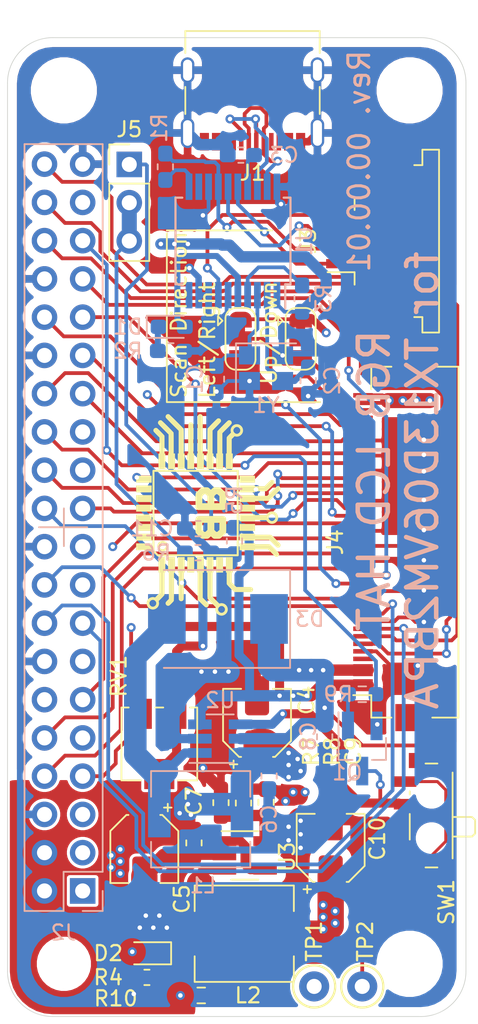
<source format=kicad_pcb>
(kicad_pcb (version 20171130) (host pcbnew 5.1.9)

  (general
    (thickness 1.6)
    (drawings 17)
    (tracks 713)
    (zones 0)
    (modules 47)
    (nets 67)
  )

  (page A4)
  (layers
    (0 F.Cu signal)
    (1 In1.Cu power)
    (2 In2.Cu power)
    (31 B.Cu signal)
    (32 B.Adhes user hide)
    (33 F.Adhes user hide)
    (34 B.Paste user hide)
    (35 F.Paste user hide)
    (36 B.SilkS user)
    (37 F.SilkS user)
    (38 B.Mask user hide)
    (39 F.Mask user hide)
    (40 Dwgs.User user hide)
    (41 Cmts.User user hide)
    (42 Eco1.User user hide)
    (43 Eco2.User user hide)
    (44 Edge.Cuts user)
    (45 Margin user hide)
    (46 B.CrtYd user hide)
    (47 F.CrtYd user hide)
    (48 B.Fab user hide)
    (49 F.Fab user hide)
  )

  (setup
    (last_trace_width 0.25)
    (user_trace_width 0.4)
    (user_trace_width 0.5)
    (user_trace_width 0.6)
    (user_trace_width 0.75)
    (user_trace_width 1)
    (user_trace_width 1.2)
    (user_trace_width 1.5)
    (user_trace_width 1.75)
    (user_trace_width 2)
    (user_trace_width 2.5)
    (trace_clearance 0.2)
    (zone_clearance 0.127)
    (zone_45_only no)
    (trace_min 0)
    (via_size 0.6)
    (via_drill 0.3)
    (via_min_size 0.4)
    (via_min_drill 0.3)
    (user_via 1.5 0.9)
    (user_via 2 1.8)
    (blind_buried_vias_allowed yes)
    (uvia_size 0.3)
    (uvia_drill 0.1)
    (uvias_allowed no)
    (uvia_min_size 0.2)
    (uvia_min_drill 0.1)
    (edge_width 0.05)
    (segment_width 0.2)
    (pcb_text_width 0.3)
    (pcb_text_size 1.5 1.5)
    (mod_edge_width 0.12)
    (mod_text_size 1 1)
    (mod_text_width 0.15)
    (pad_size 3.2 3.2)
    (pad_drill 3.2)
    (pad_to_mask_clearance 0.051)
    (solder_mask_min_width 0.25)
    (aux_axis_origin 0 0)
    (visible_elements 7FFFFFFF)
    (pcbplotparams
      (layerselection 0x010fc_ffffffff)
      (usegerberextensions false)
      (usegerberattributes false)
      (usegerberadvancedattributes false)
      (creategerberjobfile false)
      (excludeedgelayer true)
      (linewidth 0.100000)
      (plotframeref false)
      (viasonmask false)
      (mode 1)
      (useauxorigin false)
      (hpglpennumber 1)
      (hpglpenspeed 20)
      (hpglpendiameter 15.000000)
      (psnegative false)
      (psa4output false)
      (plotreference true)
      (plotvalue true)
      (plotinvisibletext false)
      (padsonsilk false)
      (subtractmaskfromsilk false)
      (outputformat 1)
      (mirror false)
      (drillshape 1)
      (scaleselection 1)
      (outputdirectory ""))
  )

  (net 0 "")
  (net 1 GND)
  (net 2 "Net-(C1-Pad1)")
  (net 3 "Net-(C2-Pad1)")
  (net 4 "Net-(C3-Pad2)")
  (net 5 +5V)
  (net 6 LED+)
  (net 7 +3.3VP)
  (net 8 "Net-(C9-Pad2)")
  (net 9 "Net-(D1-Pad2)")
  (net 10 "Net-(D1-Pad1)")
  (net 11 "Net-(D2-Pad1)")
  (net 12 "Net-(D3-Pad2)")
  (net 13 VSYNC)
  (net 14 HSYNC)
  (net 15 Blue0)
  (net 16 Green2)
  (net 17 Green3)
  (net 18 Green5)
  (net 19 "Net-(J2-Pad12)")
  (net 20 "Net-(J2-Pad13)")
  (net 21 Red2)
  (net 22 Red3)
  (net 23 Red4)
  (net 24 Blue5)
  (net 25 Red5)
  (net 26 Blue4)
  (net 27 Blue3)
  (net 28 CLK)
  (net 29 DEN)
  (net 30 Blue1)
  (net 31 Blue2)
  (net 32 Green0)
  (net 33 Green1)
  (net 34 Green4)
  (net 35 "Net-(J2-Pad37)")
  (net 36 Red0)
  (net 37 Red1)
  (net 38 "Net-(J3-Pad1)")
  (net 39 "Net-(J3-Pad2)")
  (net 40 "Net-(J3-Pad3)")
  (net 41 "Net-(J3-Pad4)")
  (net 42 LED-)
  (net 43 "Net-(J4-Pad5)")
  (net 44 L_R)
  (net 45 U_D)
  (net 46 "Net-(L2-Pad1)")
  (net 47 "Net-(R1-Pad1)")
  (net 48 "Net-(R3-Pad2)")
  (net 49 "Net-(U1-Pad10)")
  (net 50 "Net-(U1-Pad12)")
  (net 51 RV2)
  (net 52 "Net-(J2-Pad1)")
  (net 53 "Net-(J2-Pad17)")
  (net 54 "Net-(J1-PadB5)")
  (net 55 "Net-(J1-PadA6)")
  (net 56 "Net-(J1-PadA8)")
  (net 57 "Net-(J1-PadA5)")
  (net 58 "Net-(J1-PadB8)")
  (net 59 "Net-(J1-PadA7)")
  (net 60 "Net-(J1-PadA4)")
  (net 61 "Net-(J2-Pad19)")
  (net 62 "Net-(J2-Pad23)")
  (net 63 BL_ENABLE)
  (net 64 "Net-(Q1-Pad3)")
  (net 65 "Net-(Q1-Pad1)")
  (net 66 "Net-(R10-Pad2)")

  (net_class Default "Dies ist die voreingestellte Netzklasse."
    (clearance 0.2)
    (trace_width 0.25)
    (via_dia 0.6)
    (via_drill 0.3)
    (uvia_dia 0.3)
    (uvia_drill 0.1)
    (add_net +3.3VP)
    (add_net +5V)
    (add_net BL_ENABLE)
    (add_net Blue0)
    (add_net Blue1)
    (add_net Blue2)
    (add_net Blue3)
    (add_net Blue4)
    (add_net Blue5)
    (add_net CLK)
    (add_net DEN)
    (add_net GND)
    (add_net Green0)
    (add_net Green1)
    (add_net Green2)
    (add_net Green3)
    (add_net Green4)
    (add_net Green5)
    (add_net HSYNC)
    (add_net LED+)
    (add_net LED-)
    (add_net L_R)
    (add_net "Net-(C1-Pad1)")
    (add_net "Net-(C2-Pad1)")
    (add_net "Net-(C3-Pad2)")
    (add_net "Net-(C9-Pad2)")
    (add_net "Net-(D1-Pad1)")
    (add_net "Net-(D1-Pad2)")
    (add_net "Net-(D2-Pad1)")
    (add_net "Net-(D3-Pad2)")
    (add_net "Net-(J1-PadA4)")
    (add_net "Net-(J1-PadA5)")
    (add_net "Net-(J1-PadA6)")
    (add_net "Net-(J1-PadA7)")
    (add_net "Net-(J1-PadA8)")
    (add_net "Net-(J1-PadB5)")
    (add_net "Net-(J1-PadB8)")
    (add_net "Net-(J2-Pad1)")
    (add_net "Net-(J2-Pad12)")
    (add_net "Net-(J2-Pad13)")
    (add_net "Net-(J2-Pad17)")
    (add_net "Net-(J2-Pad19)")
    (add_net "Net-(J2-Pad23)")
    (add_net "Net-(J2-Pad37)")
    (add_net "Net-(J3-Pad1)")
    (add_net "Net-(J3-Pad2)")
    (add_net "Net-(J3-Pad3)")
    (add_net "Net-(J3-Pad4)")
    (add_net "Net-(J4-Pad5)")
    (add_net "Net-(L2-Pad1)")
    (add_net "Net-(Q1-Pad1)")
    (add_net "Net-(Q1-Pad3)")
    (add_net "Net-(R1-Pad1)")
    (add_net "Net-(R10-Pad2)")
    (add_net "Net-(R3-Pad2)")
    (add_net "Net-(U1-Pad10)")
    (add_net "Net-(U1-Pad12)")
    (add_net RV2)
    (add_net Red0)
    (add_net Red1)
    (add_net Red2)
    (add_net Red3)
    (add_net Red4)
    (add_net Red5)
    (add_net U_D)
    (add_net VSYNC)
  )

  (module TestPoint:TestPoint_Keystone_5000-5004_Miniature (layer F.Cu) (tedit 5A0F774F) (tstamp 6032B1DF)
    (at 63.6 98)
    (descr "Keystone Miniature THM Test Point 5000-5004, http://www.keyelco.com/product-pdf.cfm?p=1309")
    (tags "Through Hole Mount Test Points")
    (path /611790C2)
    (fp_text reference TP2 (at 0.2 -3 90) (layer F.SilkS)
      (effects (font (size 1 1) (thickness 0.15)))
    )
    (fp_text value BG_LEDS (at 0 2.5) (layer F.Fab)
      (effects (font (size 1 1) (thickness 0.15)))
    )
    (fp_text user %R (at 0 -2.5) (layer F.Fab)
      (effects (font (size 1 1) (thickness 0.15)))
    )
    (fp_line (start -0.75 -0.25) (end 0.75 -0.25) (layer F.Fab) (width 0.15))
    (fp_line (start 0.75 -0.25) (end 0.75 0.25) (layer F.Fab) (width 0.15))
    (fp_line (start 0.75 0.25) (end -0.75 0.25) (layer F.Fab) (width 0.15))
    (fp_line (start -0.75 0.25) (end -0.75 -0.25) (layer F.Fab) (width 0.15))
    (fp_circle (center 0 0) (end 1.65 0) (layer F.CrtYd) (width 0.05))
    (fp_circle (center 0 0) (end 1.25 0) (layer F.Fab) (width 0.15))
    (fp_circle (center 0 0) (end 1.4 0) (layer F.SilkS) (width 0.15))
    (pad 1 thru_hole circle (at 0 0) (size 2 2) (drill 1) (layers *.Cu *.Mask)
      (net 6 LED+))
    (model ${KISYS3DMOD}/TestPoint.3dshapes/TestPoint_Keystone_5000-5004_Miniature.wrl
      (at (xyz 0 0 0))
      (scale (xyz 1 1 1))
      (rotate (xyz 0 0 0))
    )
  )

  (module TestPoint:TestPoint_Keystone_5000-5004_Miniature (layer F.Cu) (tedit 5A0F774F) (tstamp 603297A7)
    (at 60.4 98)
    (descr "Keystone Miniature THM Test Point 5000-5004, http://www.keyelco.com/product-pdf.cfm?p=1309")
    (tags "Through Hole Mount Test Points")
    (path /60E25800)
    (fp_text reference TP1 (at 0 -3 90) (layer F.SilkS)
      (effects (font (size 1 1) (thickness 0.15)))
    )
    (fp_text value 3V3_DISPLAY (at 0 2.5) (layer F.Fab)
      (effects (font (size 1 1) (thickness 0.15)))
    )
    (fp_text user %R (at 0 -2.5) (layer F.Fab)
      (effects (font (size 1 1) (thickness 0.15)))
    )
    (fp_line (start -0.75 -0.25) (end 0.75 -0.25) (layer F.Fab) (width 0.15))
    (fp_line (start 0.75 -0.25) (end 0.75 0.25) (layer F.Fab) (width 0.15))
    (fp_line (start 0.75 0.25) (end -0.75 0.25) (layer F.Fab) (width 0.15))
    (fp_line (start -0.75 0.25) (end -0.75 -0.25) (layer F.Fab) (width 0.15))
    (fp_circle (center 0 0) (end 1.65 0) (layer F.CrtYd) (width 0.05))
    (fp_circle (center 0 0) (end 1.25 0) (layer F.Fab) (width 0.15))
    (fp_circle (center 0 0) (end 1.4 0) (layer F.SilkS) (width 0.15))
    (pad 1 thru_hole circle (at 0 0) (size 2 2) (drill 1) (layers *.Cu *.Mask)
      (net 7 +3.3VP))
    (model ${KISYS3DMOD}/TestPoint.3dshapes/TestPoint_Keystone_5000-5004_Miniature.wrl
      (at (xyz 0 0 0))
      (scale (xyz 1 1 1))
      (rotate (xyz 0 0 0))
    )
  )

  (module Resistor_SMD:R_0603_1608Metric_Pad0.98x0.95mm_HandSolder (layer F.Cu) (tedit 5F68FEEE) (tstamp 60325E52)
    (at 52.8875 98.6)
    (descr "Resistor SMD 0603 (1608 Metric), square (rectangular) end terminal, IPC_7351 nominal with elongated pad for handsoldering. (Body size source: IPC-SM-782 page 72, https://www.pcb-3d.com/wordpress/wp-content/uploads/ipc-sm-782a_amendment_1_and_2.pdf), generated with kicad-footprint-generator")
    (tags "resistor handsolder")
    (path /60C60D4C)
    (attr smd)
    (fp_text reference R10 (at -5.6875 0.2) (layer F.SilkS)
      (effects (font (size 1 1) (thickness 0.15)))
    )
    (fp_text value 100k (at 0 1.43) (layer F.Fab)
      (effects (font (size 1 1) (thickness 0.15)))
    )
    (fp_text user %R (at 0 0) (layer F.Fab)
      (effects (font (size 0.4 0.4) (thickness 0.06)))
    )
    (fp_line (start -0.8 0.4125) (end -0.8 -0.4125) (layer F.Fab) (width 0.1))
    (fp_line (start -0.8 -0.4125) (end 0.8 -0.4125) (layer F.Fab) (width 0.1))
    (fp_line (start 0.8 -0.4125) (end 0.8 0.4125) (layer F.Fab) (width 0.1))
    (fp_line (start 0.8 0.4125) (end -0.8 0.4125) (layer F.Fab) (width 0.1))
    (fp_line (start -0.254724 -0.5225) (end 0.254724 -0.5225) (layer F.SilkS) (width 0.12))
    (fp_line (start -0.254724 0.5225) (end 0.254724 0.5225) (layer F.SilkS) (width 0.12))
    (fp_line (start -1.65 0.73) (end -1.65 -0.73) (layer F.CrtYd) (width 0.05))
    (fp_line (start -1.65 -0.73) (end 1.65 -0.73) (layer F.CrtYd) (width 0.05))
    (fp_line (start 1.65 -0.73) (end 1.65 0.73) (layer F.CrtYd) (width 0.05))
    (fp_line (start 1.65 0.73) (end -1.65 0.73) (layer F.CrtYd) (width 0.05))
    (pad 2 smd roundrect (at 0.9125 0) (size 0.975 0.95) (layers F.Cu F.Paste F.Mask) (roundrect_rratio 0.25)
      (net 66 "Net-(R10-Pad2)"))
    (pad 1 smd roundrect (at -0.9125 0) (size 0.975 0.95) (layers F.Cu F.Paste F.Mask) (roundrect_rratio 0.25)
      (net 5 +5V))
    (model ${KISYS3DMOD}/Resistor_SMD.3dshapes/R_0603_1608Metric.wrl
      (at (xyz 0 0 0))
      (scale (xyz 1 1 1))
      (rotate (xyz 0 0 0))
    )
  )

  (module Resistor_SMD:R_0603_1608Metric_Pad0.98x0.95mm_HandSolder (layer B.Cu) (tedit 5F68FEEE) (tstamp 60325E41)
    (at 63.6 78.6)
    (descr "Resistor SMD 0603 (1608 Metric), square (rectangular) end terminal, IPC_7351 nominal with elongated pad for handsoldering. (Body size source: IPC-SM-782 page 72, https://www.pcb-3d.com/wordpress/wp-content/uploads/ipc-sm-782a_amendment_1_and_2.pdf), generated with kicad-footprint-generator")
    (tags "resistor handsolder")
    (path /60CA8B3D)
    (attr smd)
    (fp_text reference R9 (at -1.6 0) (layer B.SilkS)
      (effects (font (size 1 1) (thickness 0.15)) (justify mirror))
    )
    (fp_text value 100k (at 0 -1.43) (layer B.Fab)
      (effects (font (size 1 1) (thickness 0.15)) (justify mirror))
    )
    (fp_text user %R (at 0 0) (layer B.Fab)
      (effects (font (size 0.4 0.4) (thickness 0.06)) (justify mirror))
    )
    (fp_line (start -0.8 -0.4125) (end -0.8 0.4125) (layer B.Fab) (width 0.1))
    (fp_line (start -0.8 0.4125) (end 0.8 0.4125) (layer B.Fab) (width 0.1))
    (fp_line (start 0.8 0.4125) (end 0.8 -0.4125) (layer B.Fab) (width 0.1))
    (fp_line (start 0.8 -0.4125) (end -0.8 -0.4125) (layer B.Fab) (width 0.1))
    (fp_line (start -0.254724 0.5225) (end 0.254724 0.5225) (layer B.SilkS) (width 0.12))
    (fp_line (start -0.254724 -0.5225) (end 0.254724 -0.5225) (layer B.SilkS) (width 0.12))
    (fp_line (start -1.65 -0.73) (end -1.65 0.73) (layer B.CrtYd) (width 0.05))
    (fp_line (start -1.65 0.73) (end 1.65 0.73) (layer B.CrtYd) (width 0.05))
    (fp_line (start 1.65 0.73) (end 1.65 -0.73) (layer B.CrtYd) (width 0.05))
    (fp_line (start 1.65 -0.73) (end -1.65 -0.73) (layer B.CrtYd) (width 0.05))
    (pad 2 smd roundrect (at 0.9125 0) (size 0.975 0.95) (layers B.Cu B.Paste B.Mask) (roundrect_rratio 0.25)
      (net 63 BL_ENABLE))
    (pad 1 smd roundrect (at -0.9125 0) (size 0.975 0.95) (layers B.Cu B.Paste B.Mask) (roundrect_rratio 0.25)
      (net 65 "Net-(Q1-Pad1)"))
    (model ${KISYS3DMOD}/Resistor_SMD.3dshapes/R_0603_1608Metric.wrl
      (at (xyz 0 0 0))
      (scale (xyz 1 1 1))
      (rotate (xyz 0 0 0))
    )
  )

  (module Package_TO_SOT_SMD:SOT-23_Handsoldering (layer B.Cu) (tedit 5A0AB76C) (tstamp 60325D30)
    (at 63.6 82.2 270)
    (descr "SOT-23, Handsoldering")
    (tags SOT-23)
    (path /60D15588)
    (attr smd)
    (fp_text reference Q1 (at 1.6 1) (layer B.SilkS)
      (effects (font (size 1 1) (thickness 0.15)) (justify mirror))
    )
    (fp_text value ATM7002KNSA (at 0 -2.5 270) (layer B.Fab)
      (effects (font (size 1 1) (thickness 0.15)) (justify mirror))
    )
    (fp_text user %R (at 0 0) (layer B.Fab)
      (effects (font (size 0.5 0.5) (thickness 0.075)) (justify mirror))
    )
    (fp_line (start 0.76 -1.58) (end 0.76 -0.65) (layer B.SilkS) (width 0.12))
    (fp_line (start 0.76 1.58) (end 0.76 0.65) (layer B.SilkS) (width 0.12))
    (fp_line (start -2.7 1.75) (end 2.7 1.75) (layer B.CrtYd) (width 0.05))
    (fp_line (start 2.7 1.75) (end 2.7 -1.75) (layer B.CrtYd) (width 0.05))
    (fp_line (start 2.7 -1.75) (end -2.7 -1.75) (layer B.CrtYd) (width 0.05))
    (fp_line (start -2.7 -1.75) (end -2.7 1.75) (layer B.CrtYd) (width 0.05))
    (fp_line (start 0.76 1.58) (end -2.4 1.58) (layer B.SilkS) (width 0.12))
    (fp_line (start -0.7 0.95) (end -0.7 -1.5) (layer B.Fab) (width 0.1))
    (fp_line (start -0.15 1.52) (end 0.7 1.52) (layer B.Fab) (width 0.1))
    (fp_line (start -0.7 0.95) (end -0.15 1.52) (layer B.Fab) (width 0.1))
    (fp_line (start 0.7 1.52) (end 0.7 -1.52) (layer B.Fab) (width 0.1))
    (fp_line (start -0.7 -1.52) (end 0.7 -1.52) (layer B.Fab) (width 0.1))
    (fp_line (start 0.76 -1.58) (end -0.7 -1.58) (layer B.SilkS) (width 0.12))
    (pad 3 smd rect (at 1.5 0 270) (size 1.9 0.8) (layers B.Cu B.Paste B.Mask)
      (net 64 "Net-(Q1-Pad3)"))
    (pad 2 smd rect (at -1.5 -0.95 270) (size 1.9 0.8) (layers B.Cu B.Paste B.Mask)
      (net 1 GND))
    (pad 1 smd rect (at -1.5 0.95 270) (size 1.9 0.8) (layers B.Cu B.Paste B.Mask)
      (net 65 "Net-(Q1-Pad1)"))
    (model ${KISYS3DMOD}/Package_TO_SOT_SMD.3dshapes/SOT-23.wrl
      (at (xyz 0 0 0))
      (scale (xyz 1 1 1))
      (rotate (xyz 0 0 0))
    )
  )

  (module Jumper:SolderJumper-3_P1.3mm_Bridged12_RoundedPad1.0x1.5mm (layer F.Cu) (tedit 5C745321) (tstamp 6031CC27)
    (at 59.5 55 270)
    (descr "SMD Solder 3-pad Jumper, 1x1.5mm rounded Pads, 0.3mm gap, pads 1-2 bridged with 1 copper strip")
    (tags "solder jumper open")
    (path /608943E0)
    (attr virtual)
    (fp_text reference JP2 (at 0 -1.8 90) (layer F.SilkS) hide
      (effects (font (size 1 1) (thickness 0.15)))
    )
    (fp_text value Jumper_3_Bridged12 (at 0 1.9 90) (layer F.Fab)
      (effects (font (size 1 1) (thickness 0.15)))
    )
    (fp_arc (start -1.35 -0.3) (end -1.35 -1) (angle -90) (layer F.SilkS) (width 0.12))
    (fp_arc (start -1.35 0.3) (end -2.05 0.3) (angle -90) (layer F.SilkS) (width 0.12))
    (fp_arc (start 1.35 0.3) (end 1.35 1) (angle -90) (layer F.SilkS) (width 0.12))
    (fp_arc (start 1.35 -0.3) (end 2.05 -0.3) (angle -90) (layer F.SilkS) (width 0.12))
    (fp_line (start -1.2 1.2) (end -0.9 1.5) (layer F.SilkS) (width 0.12))
    (fp_line (start -1.5 1.5) (end -0.9 1.5) (layer F.SilkS) (width 0.12))
    (fp_line (start -1.2 1.2) (end -1.5 1.5) (layer F.SilkS) (width 0.12))
    (fp_line (start -2.05 0.3) (end -2.05 -0.3) (layer F.SilkS) (width 0.12))
    (fp_line (start 1.4 1) (end -1.4 1) (layer F.SilkS) (width 0.12))
    (fp_line (start 2.05 -0.3) (end 2.05 0.3) (layer F.SilkS) (width 0.12))
    (fp_line (start -1.4 -1) (end 1.4 -1) (layer F.SilkS) (width 0.12))
    (fp_line (start -2.3 -1.25) (end 2.3 -1.25) (layer F.CrtYd) (width 0.05))
    (fp_line (start -2.3 -1.25) (end -2.3 1.25) (layer F.CrtYd) (width 0.05))
    (fp_line (start 2.3 1.25) (end 2.3 -1.25) (layer F.CrtYd) (width 0.05))
    (fp_line (start 2.3 1.25) (end -2.3 1.25) (layer F.CrtYd) (width 0.05))
    (fp_poly (pts (xy -0.9 -0.3) (xy -0.4 -0.3) (xy -0.4 0.3) (xy -0.9 0.3)) (layer F.Cu) (width 0))
    (pad 1 smd custom (at -1.3 0 270) (size 1 0.5) (layers F.Cu F.Mask)
      (net 7 +3.3VP) (zone_connect 2)
      (options (clearance outline) (anchor rect))
      (primitives
        (gr_circle (center 0 0.25) (end 0.5 0.25) (width 0))
        (gr_circle (center 0 -0.25) (end 0.5 -0.25) (width 0))
        (gr_poly (pts
           (xy 0.55 -0.75) (xy 0 -0.75) (xy 0 0.75) (xy 0.55 0.75)) (width 0))
      ))
    (pad 2 smd rect (at 0 0 270) (size 1 1.5) (layers F.Cu F.Mask)
      (net 45 U_D))
    (pad 3 smd custom (at 1.3 0 270) (size 1 0.5) (layers F.Cu F.Mask)
      (net 1 GND) (zone_connect 2)
      (options (clearance outline) (anchor rect))
      (primitives
        (gr_circle (center 0 0.25) (end 0.5 0.25) (width 0))
        (gr_circle (center 0 -0.25) (end 0.5 -0.25) (width 0))
        (gr_poly (pts
           (xy -0.55 -0.75) (xy 0 -0.75) (xy 0 0.75) (xy -0.55 0.75)) (width 0))
      ))
  )

  (module Jumper:SolderJumper-3_P1.3mm_Bridged12_RoundedPad1.0x1.5mm (layer F.Cu) (tedit 5C745321) (tstamp 6031CC10)
    (at 55.5 55 270)
    (descr "SMD Solder 3-pad Jumper, 1x1.5mm rounded Pads, 0.3mm gap, pads 1-2 bridged with 1 copper strip")
    (tags "solder jumper open")
    (path /60892CAD)
    (attr virtual)
    (fp_text reference JP1 (at 0 -1.8 90) (layer F.SilkS) hide
      (effects (font (size 1 1) (thickness 0.15)))
    )
    (fp_text value Jumper_3_Bridged12 (at 0 1.9 90) (layer F.Fab)
      (effects (font (size 1 1) (thickness 0.15)))
    )
    (fp_arc (start -1.35 -0.3) (end -1.35 -1) (angle -90) (layer F.SilkS) (width 0.12))
    (fp_arc (start -1.35 0.3) (end -2.05 0.3) (angle -90) (layer F.SilkS) (width 0.12))
    (fp_arc (start 1.35 0.3) (end 1.35 1) (angle -90) (layer F.SilkS) (width 0.12))
    (fp_arc (start 1.35 -0.3) (end 2.05 -0.3) (angle -90) (layer F.SilkS) (width 0.12))
    (fp_line (start -1.2 1.2) (end -0.9 1.5) (layer F.SilkS) (width 0.12))
    (fp_line (start -1.5 1.5) (end -0.9 1.5) (layer F.SilkS) (width 0.12))
    (fp_line (start -1.2 1.2) (end -1.5 1.5) (layer F.SilkS) (width 0.12))
    (fp_line (start -2.05 0.3) (end -2.05 -0.3) (layer F.SilkS) (width 0.12))
    (fp_line (start 1.4 1) (end -1.4 1) (layer F.SilkS) (width 0.12))
    (fp_line (start 2.05 -0.3) (end 2.05 0.3) (layer F.SilkS) (width 0.12))
    (fp_line (start -1.4 -1) (end 1.4 -1) (layer F.SilkS) (width 0.12))
    (fp_line (start -2.3 -1.25) (end 2.3 -1.25) (layer F.CrtYd) (width 0.05))
    (fp_line (start -2.3 -1.25) (end -2.3 1.25) (layer F.CrtYd) (width 0.05))
    (fp_line (start 2.3 1.25) (end 2.3 -1.25) (layer F.CrtYd) (width 0.05))
    (fp_line (start 2.3 1.25) (end -2.3 1.25) (layer F.CrtYd) (width 0.05))
    (fp_poly (pts (xy -0.9 -0.3) (xy -0.4 -0.3) (xy -0.4 0.3) (xy -0.9 0.3)) (layer F.Cu) (width 0))
    (pad 1 smd custom (at -1.3 0 270) (size 1 0.5) (layers F.Cu F.Mask)
      (net 7 +3.3VP) (zone_connect 2)
      (options (clearance outline) (anchor rect))
      (primitives
        (gr_circle (center 0 0.25) (end 0.5 0.25) (width 0))
        (gr_circle (center 0 -0.25) (end 0.5 -0.25) (width 0))
        (gr_poly (pts
           (xy 0.55 -0.75) (xy 0 -0.75) (xy 0 0.75) (xy 0.55 0.75)) (width 0))
      ))
    (pad 2 smd rect (at 0 0 270) (size 1 1.5) (layers F.Cu F.Mask)
      (net 44 L_R))
    (pad 3 smd custom (at 1.3 0 270) (size 1 0.5) (layers F.Cu F.Mask)
      (net 1 GND) (zone_connect 2)
      (options (clearance outline) (anchor rect))
      (primitives
        (gr_circle (center 0 0.25) (end 0.5 0.25) (width 0))
        (gr_circle (center 0 -0.25) (end 0.5 -0.25) (width 0))
        (gr_poly (pts
           (xy -0.55 -0.75) (xy 0 -0.75) (xy 0 0.75) (xy -0.55 0.75)) (width 0))
      ))
  )

  (module Connector_USB:USB_C_Receptacle_Palconn_UTC16-G (layer F.Cu) (tedit 5CF432E0) (tstamp 6031535F)
    (at 56.3 39.4 180)
    (descr http://www.palpilot.com/wp-content/uploads/2017/05/UTC027-GKN-OR-Rev-A.pdf)
    (tags "USB C Type-C Receptacle USB2.0")
    (path /60591EAA)
    (attr smd)
    (fp_text reference J1 (at 0 -4.58) (layer F.SilkS)
      (effects (font (size 1 1) (thickness 0.15)))
    )
    (fp_text value USB_C_Receptacle_USB2.0 (at 0 6.24) (layer F.Fab)
      (effects (font (size 1 1) (thickness 0.15)))
    )
    (fp_line (start 4.47 4.84) (end -4.47 4.84) (layer F.SilkS) (width 0.12))
    (fp_line (start 4.47 -0.67) (end 4.47 1.13) (layer F.SilkS) (width 0.12))
    (fp_line (start 4.47 4.84) (end 4.47 3.38) (layer F.SilkS) (width 0.12))
    (fp_line (start -4.47 4.84) (end -4.47 3.38) (layer F.SilkS) (width 0.12))
    (fp_line (start -4.47 -0.67) (end -4.47 1.13) (layer F.SilkS) (width 0.12))
    (fp_line (start -4.47 4.34) (end 4.47 4.34) (layer Dwgs.User) (width 0.1))
    (fp_line (start 5.27 5.34) (end 5.27 -3.59) (layer F.CrtYd) (width 0.05))
    (fp_line (start 5.27 -3.59) (end -5.27 -3.59) (layer F.CrtYd) (width 0.05))
    (fp_line (start -5.27 -3.59) (end -5.27 5.34) (layer F.CrtYd) (width 0.05))
    (fp_line (start -5.27 5.34) (end 5.27 5.34) (layer F.CrtYd) (width 0.05))
    (fp_line (start -4.47 -2.48) (end -4.47 4.84) (layer F.Fab) (width 0.1))
    (fp_line (start 4.47 4.84) (end -4.47 4.84) (layer F.Fab) (width 0.1))
    (fp_line (start 4.47 -2.48) (end 4.47 4.84) (layer F.Fab) (width 0.1))
    (fp_line (start -4.47 -2.48) (end 4.47 -2.48) (layer F.Fab) (width 0.1))
    (fp_text user "PCB Edge" (at 0 3.43) (layer Dwgs.User)
      (effects (font (size 1 1) (thickness 0.15)))
    )
    (fp_text user %R (at 0 1.18) (layer F.Fab)
      (effects (font (size 1 1) (thickness 0.15)))
    )
    (pad A12 smd rect (at 3.2 -2.51 180) (size 0.6 1.16) (layers F.Cu F.Paste F.Mask)
      (net 1 GND))
    (pad A9 smd rect (at 2.4 -2.51 180) (size 0.6 1.16) (layers F.Cu F.Paste F.Mask)
      (net 60 "Net-(J1-PadA4)"))
    (pad B1 smd rect (at 3.2 -2.51 180) (size 0.6 1.16) (layers F.Cu F.Paste F.Mask)
      (net 1 GND))
    (pad B4 smd rect (at 2.4 -2.51 180) (size 0.6 1.16) (layers F.Cu F.Paste F.Mask)
      (net 60 "Net-(J1-PadA4)"))
    (pad B12 smd rect (at -3.2 -2.51 180) (size 0.6 1.16) (layers F.Cu F.Paste F.Mask)
      (net 1 GND))
    (pad A1 smd rect (at -3.2 -2.51 180) (size 0.6 1.16) (layers F.Cu F.Paste F.Mask)
      (net 1 GND))
    (pad B9 smd rect (at -2.4 -2.51 180) (size 0.6 1.16) (layers F.Cu F.Paste F.Mask)
      (net 60 "Net-(J1-PadA4)"))
    (pad A4 smd rect (at -2.4 -2.51 180) (size 0.6 1.16) (layers F.Cu F.Paste F.Mask)
      (net 60 "Net-(J1-PadA4)"))
    (pad "" np_thru_hole circle (at -2.89 -1.45) (size 0.6 0.6) (drill 0.6) (layers *.Cu *.Mask))
    (pad "" np_thru_hole circle (at 2.89 -1.45) (size 0.6 0.6) (drill 0.6) (layers *.Cu *.Mask))
    (pad B5 smd rect (at 1.75 -2.51) (size 0.3 1.16) (layers F.Cu F.Paste F.Mask)
      (net 54 "Net-(J1-PadB5)"))
    (pad B6 smd rect (at 0.75 -2.51) (size 0.3 1.16) (layers F.Cu F.Paste F.Mask)
      (net 55 "Net-(J1-PadA6)"))
    (pad A8 smd rect (at 1.25 -2.51) (size 0.3 1.16) (layers F.Cu F.Paste F.Mask)
      (net 56 "Net-(J1-PadA8)"))
    (pad A5 smd rect (at -1.25 -2.51) (size 0.3 1.16) (layers F.Cu F.Paste F.Mask)
      (net 57 "Net-(J1-PadA5)"))
    (pad B8 smd rect (at -1.75 -2.51) (size 0.3 1.16) (layers F.Cu F.Paste F.Mask)
      (net 58 "Net-(J1-PadB8)"))
    (pad A7 smd rect (at 0.25 -2.51) (size 0.3 1.16) (layers F.Cu F.Paste F.Mask)
      (net 59 "Net-(J1-PadA7)"))
    (pad A6 smd rect (at -0.25 -2.51) (size 0.3 1.16) (layers F.Cu F.Paste F.Mask)
      (net 55 "Net-(J1-PadA6)"))
    (pad B7 smd rect (at -0.75 -2.51) (size 0.3 1.16) (layers F.Cu F.Paste F.Mask)
      (net 59 "Net-(J1-PadA7)"))
    (pad S1 thru_hole oval (at 4.32 2.24 270) (size 1.7 0.9) (drill oval 1.4 0.6) (layers *.Cu *.Mask)
      (net 1 GND))
    (pad S1 thru_hole oval (at -4.32 2.24 270) (size 1.7 0.9) (drill oval 1.4 0.6) (layers *.Cu *.Mask)
      (net 1 GND))
    (pad S1 thru_hole oval (at 4.32 -1.93 270) (size 2 0.9) (drill oval 1.7 0.6) (layers *.Cu *.Mask)
      (net 1 GND))
    (pad S1 thru_hole oval (at -4.32 -1.93 270) (size 2 0.9) (drill oval 1.7 0.6) (layers *.Cu *.Mask)
      (net 1 GND))
    (model ${KISYS3DMOD}/Connector_USB.3dshapes/USB_C_Receptacle_Palconn_UTC16-G.wrl
      (at (xyz 0 0 0))
      (scale (xyz 1 1 1))
      (rotate (xyz 0 0 0))
    )
  )

  (module Custom_logo:BB (layer F.Cu) (tedit 0) (tstamp 6031AC19)
    (at 53 66.9 90)
    (path /606925A8)
    (fp_text reference LOGO1 (at 0 0 90) (layer F.SilkS) hide
      (effects (font (size 1.524 1.524) (thickness 0.3)))
    )
    (fp_text value Logo (at 0.75 0 90) (layer F.SilkS) hide
      (effects (font (size 1.524 1.524) (thickness 0.3)))
    )
    (fp_poly (pts (xy -1.0414 3.462867) (xy -1.109133 3.462867) (xy -1.109319 3.985683) (xy -1.10938 4.093119)
      (xy -1.109506 4.184946) (xy -1.109735 4.262491) (xy -1.110106 4.327078) (xy -1.110657 4.380032)
      (xy -1.111425 4.422679) (xy -1.11245 4.456343) (xy -1.113769 4.482351) (xy -1.11542 4.502027)
      (xy -1.117443 4.516695) (xy -1.119875 4.527683) (xy -1.122754 4.536314) (xy -1.125384 4.542367)
      (xy -1.135356 4.556689) (xy -1.156035 4.581086) (xy -1.185935 4.614078) (xy -1.223568 4.654183)
      (xy -1.267446 4.699921) (xy -1.316083 4.749812) (xy -1.36799 4.802375) (xy -1.421681 4.85613)
      (xy -1.475668 4.909595) (xy -1.528464 4.961292) (xy -1.578581 5.009738) (xy -1.624531 5.053454)
      (xy -1.664829 5.09096) (xy -1.697985 5.120773) (xy -1.722513 5.141415) (xy -1.736926 5.151405)
      (xy -1.737512 5.151664) (xy -1.787418 5.163455) (xy -1.838166 5.158873) (xy -1.8669 5.148664)
      (xy -1.909965 5.120341) (xy -1.941116 5.082298) (xy -1.959215 5.037579) (xy -1.963123 4.989227)
      (xy -1.951703 4.940284) (xy -1.948019 4.931833) (xy -1.937027 4.915753) (xy -1.914037 4.888535)
      (xy -1.879433 4.850591) (xy -1.833603 4.802332) (xy -1.776931 4.744169) (xy -1.709803 4.676513)
      (xy -1.685738 4.652488) (xy -1.439333 4.407009) (xy -1.439333 3.462867) (xy -1.490133 3.462867)
      (xy -1.490133 2.4384) (xy -1.0414 2.4384) (xy -1.0414 3.462867)) (layer F.SilkS) (width 0.01))
    (fp_poly (pts (xy 1.515533 3.462867) (xy 1.4732 3.462867) (xy 1.4732 4.279987) (xy 1.7831 4.588977)
      (xy 1.864716 4.670728) (xy 1.934884 4.74181) (xy 1.993457 4.802068) (xy 2.040287 4.851347)
      (xy 2.075226 4.889491) (xy 2.098128 4.916345) (xy 2.108844 4.931754) (xy 2.108881 4.931833)
      (xy 2.123078 4.979407) (xy 2.122399 5.025581) (xy 2.108888 5.06831) (xy 2.084592 5.105549)
      (xy 2.051554 5.135253) (xy 2.011819 5.155378) (xy 1.967432 5.163879) (xy 1.920439 5.15871)
      (xy 1.8923 5.148413) (xy 1.878775 5.138841) (xy 1.854945 5.11845) (xy 1.822136 5.088574)
      (xy 1.781678 5.050547) (xy 1.734898 5.0057) (xy 1.683125 4.955368) (xy 1.627686 4.900884)
      (xy 1.569911 4.843581) (xy 1.511127 4.784792) (xy 1.452663 4.725851) (xy 1.395846 4.668091)
      (xy 1.342004 4.612845) (xy 1.292467 4.561447) (xy 1.248562 4.51523) (xy 1.211617 4.475526)
      (xy 1.182961 4.44367) (xy 1.163922 4.420995) (xy 1.155999 4.409288) (xy 1.153109 4.400354)
      (xy 1.15067 4.387785) (xy 1.148645 4.370209) (xy 1.146999 4.346251) (xy 1.145695 4.314538)
      (xy 1.144697 4.273697) (xy 1.143967 4.222354) (xy 1.143469 4.159136) (xy 1.143167 4.082668)
      (xy 1.143025 3.991579) (xy 1.143 3.920338) (xy 1.143 3.462867) (xy 1.0668 3.462867)
      (xy 1.0668 2.4384) (xy 1.515533 2.4384) (xy 1.515533 3.462867)) (layer F.SilkS) (width 0.01))
    (fp_poly (pts (xy -1.684867 3.462867) (xy -1.735667 3.462867) (xy -1.735853 3.94335) (xy -1.735919 4.046073)
      (xy -1.736059 4.133253) (xy -1.736318 4.206279) (xy -1.736738 4.266543) (xy -1.737364 4.315433)
      (xy -1.738237 4.35434) (xy -1.739403 4.384655) (xy -1.740904 4.407767) (xy -1.742783 4.425065)
      (xy -1.745084 4.437941) (xy -1.747851 4.447785) (xy -1.751127 4.455986) (xy -1.751917 4.4577)
      (xy -1.761952 4.472149) (xy -1.782678 4.496635) (xy -1.812583 4.529653) (xy -1.850153 4.569698)
      (xy -1.893876 4.615264) (xy -1.942241 4.664847) (xy -1.993736 4.716942) (xy -2.046847 4.770043)
      (xy -2.100063 4.822646) (xy -2.151872 4.873245) (xy -2.200762 4.920336) (xy -2.245219 4.962414)
      (xy -2.283732 4.997973) (xy -2.31479 5.025508) (xy -2.336878 5.043515) (xy -2.347112 5.050064)
      (xy -2.397017 5.061855) (xy -2.447765 5.057273) (xy -2.4765 5.047064) (xy -2.519565 5.01874)
      (xy -2.550716 4.980697) (xy -2.568815 4.935978) (xy -2.572723 4.887625) (xy -2.561303 4.838682)
      (xy -2.55762 4.830233) (xy -2.546573 4.814039) (xy -2.523565 4.786763) (xy -2.489026 4.748866)
      (xy -2.443385 4.700806) (xy -2.387074 4.643042) (xy -2.320522 4.576033) (xy -2.303806 4.559357)
      (xy -2.065867 4.322347) (xy -2.065867 3.462867) (xy -2.1336 3.462867) (xy -2.1336 2.4384)
      (xy -1.684867 2.4384) (xy -1.684867 3.462867)) (layer F.SilkS) (width 0.01))
    (fp_poly (pts (xy 0.237066 3.462867) (xy 0.194733 3.462867) (xy 0.194733 4.214791) (xy 0.23495 4.238227)
      (xy 0.2944 4.281893) (xy 0.34701 4.338112) (xy 0.389986 4.402992) (xy 0.420532 4.472641)
      (xy 0.43091 4.511033) (xy 0.439423 4.590135) (xy 0.432558 4.666383) (xy 0.411787 4.738347)
      (xy 0.378586 4.804599) (xy 0.334429 4.863709) (xy 0.280788 4.914247) (xy 0.219139 4.954783)
      (xy 0.150955 4.983889) (xy 0.077711 5.000134) (xy 0.00088 5.002089) (xy -0.064788 4.991779)
      (xy -0.139618 4.965321) (xy -0.207275 4.925095) (xy -0.266131 4.873153) (xy -0.314557 4.811548)
      (xy -0.350926 4.742331) (xy -0.37361 4.667556) (xy -0.381 4.593167) (xy -0.380948 4.592676)
      (xy -0.203502 4.592676) (xy -0.195696 4.648999) (xy -0.172037 4.703378) (xy -0.132526 4.753841)
      (xy -0.131627 4.754744) (xy -0.081264 4.794661) (xy -0.026631 4.818294) (xy 0.031599 4.825483)
      (xy 0.092755 4.816067) (xy 0.10637 4.811807) (xy 0.154956 4.786848) (xy 0.197507 4.749009)
      (xy 0.231374 4.702002) (xy 0.253906 4.649539) (xy 0.262453 4.595332) (xy 0.262466 4.593167)
      (xy 0.254439 4.536593) (xy 0.231988 4.483913) (xy 0.197562 4.437573) (xy 0.15361 4.400023)
      (xy 0.10258 4.373711) (xy 0.046921 4.361086) (xy 0.029633 4.360333) (xy -0.028923 4.368603)
      (xy -0.083645 4.393186) (xy -0.131786 4.431748) (xy -0.171547 4.482079) (xy -0.195452 4.536379)
      (xy -0.203502 4.592676) (xy -0.380948 4.592676) (xy -0.372889 4.517849) (xy -0.349758 4.443727)
      (xy -0.313412 4.373919) (xy -0.265654 4.311545) (xy -0.20829 4.259723) (xy -0.175684 4.238227)
      (xy -0.135467 4.214791) (xy -0.135467 3.462867) (xy -0.211667 3.462867) (xy -0.211667 2.4384)
      (xy 0.237066 2.4384) (xy 0.237066 3.462867)) (layer F.SilkS) (width 0.01))
    (fp_poly (pts (xy 2.159 3.462867) (xy 2.1082 3.462867) (xy 2.1082 4.102238) (xy 2.30381 4.296902)
      (xy 2.364125 4.357524) (xy 2.415442 4.410348) (xy 2.457037 4.454591) (xy 2.488185 4.48947)
      (xy 2.508163 4.514203) (xy 2.515291 4.525433) (xy 2.529481 4.573019) (xy 2.528794 4.6192)
      (xy 2.515277 4.661933) (xy 2.490973 4.699172) (xy 2.457928 4.728872) (xy 2.418185 4.74899)
      (xy 2.373789 4.75748) (xy 2.326786 4.752299) (xy 2.2987 4.74202) (xy 2.283515 4.731611)
      (xy 2.25852 4.710612) (xy 2.225363 4.680681) (xy 2.185693 4.643475) (xy 2.141159 4.600653)
      (xy 2.09341 4.553873) (xy 2.044095 4.504792) (xy 1.994861 4.455069) (xy 1.947359 4.406362)
      (xy 1.903236 4.360328) (xy 1.864143 4.318626) (xy 1.831726 4.282914) (xy 1.807636 4.25485)
      (xy 1.793521 4.236091) (xy 1.791006 4.231488) (xy 1.787797 4.221582) (xy 1.785148 4.207796)
      (xy 1.783006 4.188581) (xy 1.781323 4.162388) (xy 1.780047 4.12767) (xy 1.779128 4.082878)
      (xy 1.778517 4.026464) (xy 1.778162 3.956879) (xy 1.778013 3.872576) (xy 1.778 3.831438)
      (xy 1.778 3.462867) (xy 1.710267 3.462867) (xy 1.710267 2.4384) (xy 2.159 2.4384)
      (xy 2.159 3.462867)) (layer F.SilkS) (width 0.01))
    (fp_poly (pts (xy -0.397933 3.462867) (xy -0.846667 3.462867) (xy -0.846667 2.4384) (xy -0.397933 2.4384)
      (xy -0.397933 3.462867)) (layer F.SilkS) (width 0.01))
    (fp_poly (pts (xy 0.880533 3.462867) (xy 0.4318 3.462867) (xy 0.4318 2.4384) (xy 0.880533 2.4384)
      (xy 0.880533 3.462867)) (layer F.SilkS) (width 0.01))
    (fp_poly (pts (xy 2.802467 3.462867) (xy 2.353733 3.462867) (xy 2.353733 2.4384) (xy 2.802467 2.4384)
      (xy 2.802467 3.462867)) (layer F.SilkS) (width 0.01))
    (fp_poly (pts (xy -2.5908 1.9812) (xy -3.615267 1.9812) (xy -3.615267 1.913466) (xy -4.271605 1.913466)
      (xy -4.426036 2.068067) (xy -4.580467 2.222667) (xy -4.580653 2.71365) (xy -4.580719 2.817641)
      (xy -4.58086 2.906071) (xy -4.581118 2.980311) (xy -4.581534 3.041735) (xy -4.582149 3.091713)
      (xy -4.583005 3.131619) (xy -4.584142 3.162823) (xy -4.585602 3.186699) (xy -4.587427 3.204618)
      (xy -4.589658 3.217952) (xy -4.592337 3.228074) (xy -4.595504 3.236355) (xy -4.596469 3.2385)
      (xy -4.624857 3.281641) (xy -4.663004 3.312813) (xy -4.707881 3.330879) (xy -4.756458 3.334704)
      (xy -4.805706 3.323149) (xy -4.8133 3.319864) (xy -4.856108 3.2925) (xy -4.88669 3.254507)
      (xy -4.897563 3.232306) (xy -4.90025 3.224135) (xy -4.90255 3.21262) (xy -4.90449 3.196501)
      (xy -4.906099 3.174523) (xy -4.907405 3.145425) (xy -4.908438 3.107949) (xy -4.909225 3.060838)
      (xy -4.909795 3.002834) (xy -4.910176 2.932677) (xy -4.910397 2.849109) (xy -4.910485 2.750873)
      (xy -4.910481 2.660922) (xy -4.910422 2.551622) (xy -4.910301 2.457954) (xy -4.910082 2.378617)
      (xy -4.909728 2.31231) (xy -4.909204 2.257731) (xy -4.908472 2.213579) (xy -4.907496 2.178553)
      (xy -4.906241 2.151351) (xy -4.904668 2.130673) (xy -4.902743 2.115217) (xy -4.900428 2.103682)
      (xy -4.897687 2.094766) (xy -4.894484 2.087168) (xy -4.894421 2.087033) (xy -4.883925 2.071677)
      (xy -4.862861 2.046564) (xy -4.832923 2.013379) (xy -4.795802 1.973803) (xy -4.753192 1.929519)
      (xy -4.706785 1.88221) (xy -4.658272 1.833559) (xy -4.609348 1.785249) (xy -4.561704 1.738962)
      (xy -4.517033 1.696382) (xy -4.477027 1.65919) (xy -4.443379 1.629071) (xy -4.417782 1.607705)
      (xy -4.401927 1.596778) (xy -4.400822 1.596273) (xy -4.391026 1.5931) (xy -4.37738 1.590472)
      (xy -4.358356 1.588343) (xy -4.332425 1.586662) (xy -4.298056 1.585381) (xy -4.253723 1.584452)
      (xy -4.197895 1.583826) (xy -4.129044 1.583454) (xy -4.045641 1.583288) (xy -3.992305 1.583266)
      (xy -3.615267 1.583266) (xy -3.615267 1.532466) (xy -2.5908 1.532466) (xy -2.5908 1.9812)) (layer F.SilkS) (width 0.01))
    (fp_poly (pts (xy 4.284133 1.583266) (xy 4.813572 1.583266) (xy 4.923422 1.583311) (xy 5.017607 1.583464)
      (xy 5.097397 1.583755) (xy 5.16406 1.584214) (xy 5.218866 1.58487) (xy 5.263082 1.585752)
      (xy 5.297978 1.58689) (xy 5.324823 1.588313) (xy 5.344885 1.590051) (xy 5.359434 1.592133)
      (xy 5.369737 1.594589) (xy 5.374488 1.596287) (xy 5.392146 1.607371) (xy 5.419842 1.629733)
      (xy 5.456191 1.662149) (xy 5.499809 1.703396) (xy 5.537599 1.740523) (xy 5.669231 1.871738)
      (xy 5.723866 1.858861) (xy 5.795623 1.847381) (xy 5.863461 1.848693) (xy 5.902966 1.85509)
      (xy 5.978621 1.879238) (xy 6.048003 1.917751) (xy 6.109084 1.968602) (xy 6.159837 2.029764)
      (xy 6.198235 2.099208) (xy 6.22211 2.174233) (xy 6.230623 2.253335) (xy 6.223758 2.329583)
      (xy 6.202987 2.401547) (xy 6.169786 2.467799) (xy 6.125629 2.526909) (xy 6.071988 2.577447)
      (xy 6.010339 2.617983) (xy 5.942155 2.647089) (xy 5.868911 2.663334) (xy 5.79208 2.665289)
      (xy 5.726412 2.654979) (xy 5.651192 2.628399) (xy 5.583344 2.588028) (xy 5.524458 2.535885)
      (xy 5.476126 2.473988) (xy 5.439937 2.404357) (xy 5.417484 2.32901) (xy 5.41052 2.255876)
      (xy 5.587698 2.255876) (xy 5.595504 2.312199) (xy 5.619163 2.366578) (xy 5.658674 2.417041)
      (xy 5.659573 2.417944) (xy 5.709936 2.457861) (xy 5.764569 2.481494) (xy 5.822799 2.488683)
      (xy 5.883955 2.479267) (xy 5.89757 2.475007) (xy 5.938903 2.453848) (xy 5.979149 2.421047)
      (xy 6.013441 2.381468) (xy 6.036916 2.339976) (xy 6.039474 2.333103) (xy 6.052575 2.271378)
      (xy 6.049038 2.212551) (xy 6.028996 2.157173) (xy 5.992579 2.105792) (xy 5.982252 2.094948)
      (xy 5.931927 2.055199) (xy 5.877616 2.031297) (xy 5.821306 2.023242) (xy 5.764978 2.031033)
      (xy 5.710619 2.05467) (xy 5.660211 2.094154) (xy 5.659414 2.094948) (xy 5.619653 2.145279)
      (xy 5.595748 2.199579) (xy 5.587698 2.255876) (xy 5.41052 2.255876) (xy 5.410325 2.253833)
      (xy 5.41247 2.22341) (xy 5.417882 2.186187) (xy 5.42332 2.159429) (xy 5.436191 2.104824)
      (xy 5.340783 2.009145) (xy 5.245376 1.913466) (xy 4.284133 1.913466) (xy 4.284133 1.9812)
      (xy 3.259667 1.9812) (xy 3.259667 1.532466) (xy 4.284133 1.532466) (xy 4.284133 1.583266)) (layer F.SilkS) (width 0.01))
    (fp_poly (pts (xy 3.179618 -3.332018) (xy 3.2004 -3.311237) (xy 3.2004 2.33757) (xy 3.179618 2.358351)
      (xy 3.158836 2.379133) (xy -2.48997 2.379133) (xy -2.531533 2.33757) (xy -2.531533 -2.984719)
      (xy -2.404533 -2.984719) (xy -2.404533 2.252133) (xy 3.0734 2.252133) (xy 3.0734 -3.2258)
      (xy -2.163022 -3.2258) (xy -2.283778 -3.10526) (xy -2.404533 -2.984719) (xy -2.531533 -2.984719)
      (xy -2.531533 -3.034805) (xy -2.372536 -3.193803) (xy -2.213539 -3.3528) (xy 3.158836 -3.3528)
      (xy 3.179618 -3.332018)) (layer F.SilkS) (width 0.01))
    (fp_poly (pts (xy 4.284133 0.956733) (xy 5.008305 0.956733) (xy 5.137627 0.956762) (xy 5.251086 0.956863)
      (xy 5.349755 0.957052) (xy 5.434703 0.957349) (xy 5.507003 0.957772) (xy 5.567726 0.95834)
      (xy 5.617942 0.959071) (xy 5.658723 0.959983) (xy 5.69114 0.961096) (xy 5.716264 0.962426)
      (xy 5.735166 0.963993) (xy 5.748917 0.965815) (xy 5.758589 0.967911) (xy 5.763955 0.969733)
      (xy 5.776989 0.978654) (xy 5.800413 0.998414) (xy 5.832866 1.027657) (xy 5.872989 1.065029)
      (xy 5.919419 1.109174) (xy 5.970798 1.158739) (xy 6.025766 1.212367) (xy 6.082961 1.268705)
      (xy 6.141023 1.326396) (xy 6.198593 1.384087) (xy 6.25431 1.440422) (xy 6.306813 1.494047)
      (xy 6.354743 1.543606) (xy 6.396739 1.587745) (xy 6.431441 1.625108) (xy 6.457488 1.654341)
      (xy 6.47352 1.674089) (xy 6.47768 1.680633) (xy 6.491878 1.728207) (xy 6.4912 1.77438)
      (xy 6.47769 1.817109) (xy 6.453393 1.854348) (xy 6.420355 1.884052) (xy 6.380619 1.904177)
      (xy 6.336231 1.912678) (xy 6.289236 1.90751) (xy 6.2611 1.897215) (xy 6.245644 1.88653)
      (xy 6.218791 1.863685) (xy 6.180736 1.828866) (xy 6.131674 1.782257) (xy 6.071799 1.724044)
      (xy 6.001307 1.654411) (xy 5.930945 1.584135) (xy 5.634657 1.286933) (xy 4.284133 1.286933)
      (xy 4.284133 1.337733) (xy 3.259667 1.337733) (xy 3.259667 0.889) (xy 4.284133 0.889)
      (xy 4.284133 0.956733)) (layer F.SilkS) (width 0.01))
    (fp_poly (pts (xy -2.5908 0.694267) (xy -3.615267 0.694267) (xy -3.615267 0.635) (xy -5.228284 0.635)
      (xy -5.455019 0.861851) (xy -5.681753 1.088702) (xy -5.668868 1.143367) (xy -5.661856 1.179449)
      (xy -5.657124 1.215879) (xy -5.655859 1.237833) (xy -5.663512 1.31703) (xy -5.685848 1.390968)
      (xy -5.721168 1.458295) (xy -5.76777 1.517662) (xy -5.823953 1.567716) (xy -5.888018 1.607106)
      (xy -5.958262 1.634482) (xy -6.032986 1.648492) (xy -6.110489 1.647785) (xy -6.160788 1.638979)
      (xy -6.235618 1.612521) (xy -6.303275 1.572295) (xy -6.362131 1.520353) (xy -6.410557 1.458748)
      (xy -6.446926 1.389531) (xy -6.46961 1.314756) (xy -6.477 1.240366) (xy -6.476949 1.239876)
      (xy -6.299502 1.239876) (xy -6.291696 1.296199) (xy -6.268037 1.350578) (xy -6.228526 1.401041)
      (xy -6.227627 1.401944) (xy -6.177264 1.441861) (xy -6.122631 1.465494) (xy -6.064401 1.472683)
      (xy -6.003245 1.463267) (xy -5.98963 1.459007) (xy -5.948297 1.437848) (xy -5.908051 1.405047)
      (xy -5.873759 1.365468) (xy -5.850284 1.323976) (xy -5.847726 1.317103) (xy -5.834625 1.255378)
      (xy -5.838162 1.196551) (xy -5.858204 1.141173) (xy -5.894621 1.089792) (xy -5.904948 1.078948)
      (xy -5.955273 1.039199) (xy -6.009584 1.015297) (xy -6.065894 1.007242) (xy -6.122222 1.015033)
      (xy -6.176581 1.03867) (xy -6.226989 1.078154) (xy -6.227786 1.078948) (xy -6.267547 1.129279)
      (xy -6.291452 1.183579) (xy -6.299502 1.239876) (xy -6.476949 1.239876) (xy -6.468849 1.16226)
      (xy -6.445494 1.087831) (xy -6.408582 1.019091) (xy -6.359761 0.958053) (xy -6.300679 0.906729)
      (xy -6.232981 0.867131) (xy -6.158317 0.841272) (xy -6.1485 0.83909) (xy -6.079821 0.83057)
      (xy -6.011206 0.83474) (xy -5.969361 0.84287) (xy -5.914689 0.855756) (xy -5.651861 0.593281)
      (xy -5.57513 0.5171) (xy -5.509869 0.453269) (xy -5.456021 0.401737) (xy -5.413531 0.36245)
      (xy -5.382341 0.335354) (xy -5.362394 0.320397) (xy -5.357555 0.317803) (xy -5.350816 0.31566)
      (xy -5.340934 0.313762) (xy -5.32693 0.312094) (xy -5.307823 0.310641) (xy -5.282631 0.309391)
      (xy -5.250376 0.308327) (xy -5.210076 0.307436) (xy -5.160752 0.306703) (xy -5.101421 0.306114)
      (xy -5.031104 0.305655) (xy -4.948821 0.305311) (xy -4.853591 0.305068) (xy -4.744433 0.304911)
      (xy -4.620367 0.304827) (xy -4.480412 0.3048) (xy -3.615267 0.3048) (xy -3.615267 0.245533)
      (xy -2.5908 0.245533) (xy -2.5908 0.694267)) (layer F.SilkS) (width 0.01))
    (fp_poly (pts (xy -2.5908 1.337733) (xy -3.615267 1.337733) (xy -3.615267 0.889) (xy -2.5908 0.889)
      (xy -2.5908 1.337733)) (layer F.SilkS) (width 0.01))
    (fp_poly (pts (xy 4.284133 0.3048) (xy 5.09905 0.305022) (xy 5.235356 0.305075) (xy 5.355757 0.30517)
      (xy 5.461281 0.305322) (xy 5.552958 0.305551) (xy 5.631815 0.305875) (xy 5.69888 0.306311)
      (xy 5.755183 0.306877) (xy 5.801752 0.307592) (xy 5.839615 0.308473) (xy 5.8698 0.309539)
      (xy 5.893337 0.310808) (xy 5.911252 0.312297) (xy 5.924576 0.314025) (xy 5.934336 0.316009)
      (xy 5.94156 0.318267) (xy 5.945271 0.319839) (xy 5.959168 0.329494) (xy 5.983379 0.349816)
      (xy 6.016466 0.379387) (xy 6.05699 0.41679) (xy 6.103511 0.460608) (xy 6.15459 0.509425)
      (xy 6.208788 0.561824) (xy 6.264665 0.616388) (xy 6.320783 0.6717) (xy 6.375701 0.726343)
      (xy 6.427981 0.778901) (xy 6.476183 0.827956) (xy 6.518869 0.872093) (xy 6.554598 0.909893)
      (xy 6.581932 0.939941) (xy 6.599431 0.960819) (xy 6.605158 0.969433) (xy 6.618687 1.016906)
      (xy 6.61752 1.063145) (xy 6.603683 1.106049) (xy 6.579203 1.143516) (xy 6.546107 1.173441)
      (xy 6.50642 1.193724) (xy 6.46217 1.20226) (xy 6.415384 1.196949) (xy 6.393349 1.189181)
      (xy 6.38128 1.180688) (xy 6.358476 1.161449) (xy 6.326219 1.132649) (xy 6.285787 1.095475)
      (xy 6.238462 1.051111) (xy 6.185523 1.000743) (xy 6.128251 0.945558) (xy 6.087478 0.905879)
      (xy 5.810224 0.635) (xy 4.284133 0.635) (xy 4.284133 0.694267) (xy 3.259667 0.694267)
      (xy 3.259667 0.245533) (xy 4.284133 0.245533) (xy 4.284133 0.3048)) (layer F.SilkS) (width 0.01))
    (fp_poly (pts (xy -2.5908 0.059267) (xy -3.615267 0.059267) (xy -3.615267 -0.016933) (xy -5.287578 -0.016933)
      (xy -5.473772 0.170211) (xy -5.532589 0.2287) (xy -5.583937 0.278471) (xy -5.626945 0.318722)
      (xy -5.660743 0.348651) (xy -5.684463 0.367455) (xy -5.693833 0.373225) (xy -5.743001 0.38728)
      (xy -5.793616 0.385169) (xy -5.8293 0.373464) (xy -5.872413 0.345083) (xy -5.903663 0.306866)
      (xy -5.921831 0.261858) (xy -5.925697 0.213104) (xy -5.914044 0.163649) (xy -5.91366 0.162711)
      (xy -5.904019 0.148066) (xy -5.883751 0.123486) (xy -5.854537 0.090664) (xy -5.818062 0.051293)
      (xy -5.776006 0.007065) (xy -5.730055 -0.040328) (xy -5.681889 -0.089192) (xy -5.633192 -0.137836)
      (xy -5.585647 -0.184567) (xy -5.540937 -0.227692) (xy -5.500743 -0.265518) (xy -5.46675 -0.296354)
      (xy -5.44064 -0.318507) (xy -5.424095 -0.330284) (xy -5.4229 -0.330888) (xy -5.416924 -0.33343)
      (xy -5.409817 -0.335687) (xy -5.400589 -0.337674) (xy -5.388248 -0.33941) (xy -5.371804 -0.340912)
      (xy -5.350265 -0.342196) (xy -5.32264 -0.343281) (xy -5.287938 -0.344184) (xy -5.245166 -0.344921)
      (xy -5.193335 -0.345511) (xy -5.131453 -0.345969) (xy -5.058529 -0.346315) (xy -4.973571 -0.346565)
      (xy -4.875588 -0.346736) (xy -4.76359 -0.346845) (xy -4.636584 -0.346911) (xy -4.50215 -0.346948)
      (xy -3.615267 -0.347133) (xy -3.615267 -0.389467) (xy -2.5908 -0.389467) (xy -2.5908 0.059267)) (layer F.SilkS) (width 0.01))
    (fp_poly (pts (xy 4.284133 -0.347133) (xy 5.526617 -0.346948) (xy 5.696223 -0.346916) (xy 5.849724 -0.346866)
      (xy 5.987947 -0.346789) (xy 6.111722 -0.346673) (xy 6.221875 -0.346509) (xy 6.319234 -0.346286)
      (xy 6.404629 -0.345995) (xy 6.478886 -0.345624) (xy 6.542835 -0.345164) (xy 6.597301 -0.344605)
      (xy 6.643115 -0.343935) (xy 6.681104 -0.343145) (xy 6.712095 -0.342225) (xy 6.736918 -0.341164)
      (xy 6.756399 -0.339952) (xy 6.771367 -0.338579) (xy 6.78265 -0.337034) (xy 6.791076 -0.335307)
      (xy 6.797473 -0.333389) (xy 6.802669 -0.331268) (xy 6.802966 -0.331131) (xy 6.845774 -0.303767)
      (xy 6.876356 -0.265774) (xy 6.887229 -0.243573) (xy 6.899274 -0.194438) (xy 6.895805 -0.145817)
      (xy 6.878046 -0.100775) (xy 6.847225 -0.062376) (xy 6.804566 -0.033684) (xy 6.802966 -0.032936)
      (xy 6.797817 -0.030802) (xy 6.791518 -0.028872) (xy 6.78324 -0.027134) (xy 6.772156 -0.025578)
      (xy 6.757438 -0.024195) (xy 6.738257 -0.022973) (xy 6.713786 -0.021903) (xy 6.683197 -0.020974)
      (xy 6.645661 -0.020177) (xy 6.600351 -0.0195) (xy 6.546438 -0.018934) (xy 6.483095 -0.018468)
      (xy 6.409493 -0.018092) (xy 6.324805 -0.017796) (xy 6.228203 -0.01757) (xy 6.118858 -0.017403)
      (xy 5.995942 -0.017284) (xy 5.858628 -0.017205) (xy 5.706088 -0.017154) (xy 5.537493 -0.017121)
      (xy 5.526617 -0.017119) (xy 4.284133 -0.016933) (xy 4.284133 0.059267) (xy 3.259667 0.059267)
      (xy 3.259667 -0.389467) (xy 4.284133 -0.389467) (xy 4.284133 -0.347133)) (layer F.SilkS) (width 0.01))
    (fp_poly (pts (xy -2.5908 -0.5842) (xy -3.615267 -0.5842) (xy -3.615267 -1.032933) (xy -2.5908 -1.032933)
      (xy -2.5908 -0.5842)) (layer F.SilkS) (width 0.01))
    (fp_poly (pts (xy 4.284133 -0.973667) (xy 5.25145 -0.973481) (xy 5.400216 -0.973443) (xy 5.532995 -0.973379)
      (xy 5.650731 -0.973275) (xy 5.754371 -0.973114) (xy 5.84486 -0.972884) (xy 5.923144 -0.972568)
      (xy 5.990168 -0.972151) (xy 6.046878 -0.971619) (xy 6.094219 -0.970957) (xy 6.133137 -0.97015)
      (xy 6.164579 -0.969182) (xy 6.189488 -0.968039) (xy 6.208812 -0.966707) (xy 6.223494 -0.965169)
      (xy 6.234483 -0.963411) (xy 6.242721 -0.961419) (xy 6.249157 -0.959177) (xy 6.252633 -0.957664)
      (xy 6.295441 -0.9303) (xy 6.326023 -0.892307) (xy 6.336896 -0.870107) (xy 6.348941 -0.820971)
      (xy 6.345471 -0.77235) (xy 6.327713 -0.727308) (xy 6.296891 -0.688909) (xy 6.254232 -0.660217)
      (xy 6.252633 -0.659469) (xy 6.246838 -0.657066) (xy 6.239822 -0.654921) (xy 6.23064 -0.65302)
      (xy 6.218345 -0.651349) (xy 6.201992 -0.649892) (xy 6.180635 -0.648634) (xy 6.153329 -0.64756)
      (xy 6.119128 -0.646656) (xy 6.077087 -0.645906) (xy 6.02626 -0.645295) (xy 5.965701 -0.64481)
      (xy 5.894465 -0.644433) (xy 5.811606 -0.644152) (xy 5.716179 -0.64395) (xy 5.607238 -0.643813)
      (xy 5.483837 -0.643726) (xy 5.34503 -0.643674) (xy 5.25145 -0.643653) (xy 4.284133 -0.643467)
      (xy 4.284133 -0.5842) (xy 3.259667 -0.5842) (xy 3.259667 -1.032933) (xy 4.284133 -1.032933)
      (xy 4.284133 -0.973667)) (layer F.SilkS) (width 0.01))
    (fp_poly (pts (xy -2.5908 -1.2192) (xy -3.615267 -1.2192) (xy -3.615267 -1.278467) (xy -4.50215 -1.278653)
      (xy -4.644284 -1.278693) (xy -4.770475 -1.278763) (xy -4.881714 -1.27888) (xy -4.978992 -1.27906)
      (xy -5.063299 -1.27932) (xy -5.135625 -1.279678) (xy -5.196963 -1.28015) (xy -5.248301 -1.280754)
      (xy -5.290631 -1.281506) (xy -5.324943 -1.282424) (xy -5.352229 -1.283524) (xy -5.373478 -1.284824)
      (xy -5.389681 -1.286341) (xy -5.40183 -1.288091) (xy -5.410914 -1.290092) (xy -5.417924 -1.29236)
      (xy -5.4229 -1.294469) (xy -5.465668 -1.322347) (xy -5.496031 -1.358831) (xy -5.513989 -1.401002)
      (xy -5.519542 -1.44594) (xy -5.512691 -1.490726) (xy -5.493434 -1.532438) (xy -5.461772 -1.568159)
      (xy -5.4229 -1.592664) (xy -5.416862 -1.595169) (xy -5.409576 -1.597392) (xy -5.400053 -1.59935)
      (xy -5.3873 -1.60106) (xy -5.370328 -1.60254) (xy -5.348146 -1.603805) (xy -5.319763 -1.604874)
      (xy -5.284188 -1.605764) (xy -5.240432 -1.60649) (xy -5.187503 -1.607071) (xy -5.124411 -1.607523)
      (xy -5.050165 -1.607863) (xy -4.963775 -1.608109) (xy -4.864249 -1.608277) (xy -4.750597 -1.608385)
      (xy -4.621829 -1.608449) (xy -4.50215 -1.608481) (xy -3.615267 -1.608667) (xy -3.615267 -1.667934)
      (xy -2.5908 -1.667934) (xy -2.5908 -1.2192)) (layer F.SilkS) (width 0.01))
    (fp_poly (pts (xy 6.761366 -2.477912) (xy 6.804267 -2.464305) (xy 6.841669 -2.439841) (xy 6.871465 -2.406537)
      (xy 6.891547 -2.366411) (xy 6.899806 -2.321483) (xy 6.894135 -2.27377) (xy 6.887337 -2.253978)
      (xy 6.87887 -2.241984) (xy 6.859419 -2.219327) (xy 6.830132 -2.18716) (xy 6.792157 -2.146634)
      (xy 6.746642 -2.098899) (xy 6.694734 -2.045107) (xy 6.637583 -1.98641) (xy 6.576335 -1.923959)
      (xy 6.512138 -1.858904) (xy 6.446142 -1.792399) (xy 6.379492 -1.725593) (xy 6.313338 -1.659638)
      (xy 6.248827 -1.595685) (xy 6.187108 -1.534886) (xy 6.129328 -1.478392) (xy 6.076635 -1.427354)
      (xy 6.030177 -1.382924) (xy 5.991102 -1.346253) (xy 5.960558 -1.318492) (xy 5.939692 -1.300793)
      (xy 5.9309 -1.294724) (xy 5.924648 -1.292063) (xy 5.917243 -1.289715) (xy 5.907642 -1.287662)
      (xy 5.894801 -1.285883) (xy 5.877676 -1.284358) (xy 5.855225 -1.283068) (xy 5.826404 -1.281992)
      (xy 5.790169 -1.28111) (xy 5.745477 -1.280402) (xy 5.691285 -1.279849) (xy 5.626548 -1.279431)
      (xy 5.550225 -1.279127) (xy 5.461271 -1.278917) (xy 5.358643 -1.278783) (xy 5.241297 -1.278702)
      (xy 5.108191 -1.278657) (xy 5.090583 -1.278653) (xy 4.284133 -1.278467) (xy 4.284133 -1.2192)
      (xy 3.259667 -1.2192) (xy 3.259667 -1.667934) (xy 4.284133 -1.667934) (xy 4.284133 -1.608667)
      (xy 5.795497 -1.608667) (xy 6.214565 -2.02863) (xy 6.311294 -2.1253) (xy 6.396382 -2.209774)
      (xy 6.469883 -2.282103) (xy 6.531851 -2.342338) (xy 6.582338 -2.39053) (xy 6.621397 -2.42673)
      (xy 6.649082 -2.45099) (xy 6.665447 -2.463361) (xy 6.6675 -2.464477) (xy 6.715074 -2.478642)
      (xy 6.761366 -2.477912)) (layer F.SilkS) (width 0.01))
    (fp_poly (pts (xy -5.620188 -2.474743) (xy -5.592233 -2.46452) (xy -5.574262 -2.452862) (xy -5.547671 -2.431461)
      (xy -5.515445 -2.402902) (xy -5.48057 -2.369773) (xy -5.465378 -2.35464) (xy -5.372389 -2.2606)
      (xy -3.615267 -2.2606) (xy -3.615267 -2.3114) (xy -2.5908 -2.3114) (xy -2.5908 -1.862667)
      (xy -3.615267 -1.862667) (xy -3.615267 -1.9304) (xy -4.542639 -1.9304) (xy -4.6897 -1.930421)
      (xy -4.820769 -1.930493) (xy -4.936783 -1.930629) (xy -5.038685 -1.930841) (xy -5.127412 -1.931143)
      (xy -5.203907 -1.931546) (xy -5.269107 -1.932064) (xy -5.323954 -1.93271) (xy -5.369387 -1.933496)
      (xy -5.406346 -1.934434) (xy -5.435771 -1.935539) (xy -5.458603 -1.936822) (xy -5.47578 -1.938297)
      (xy -5.488243 -1.939975) (xy -5.496932 -1.94187) (xy -5.501489 -1.943422) (xy -5.518949 -1.954371)
      (xy -5.545436 -1.975622) (xy -5.578649 -2.004893) (xy -5.616283 -2.039903) (xy -5.656036 -2.078371)
      (xy -5.695605 -2.118013) (xy -5.732686 -2.15655) (xy -5.764976 -2.191699) (xy -5.790173 -2.221178)
      (xy -5.805973 -2.242707) (xy -5.808837 -2.2479) (xy -5.82302 -2.295507) (xy -5.822325 -2.341701)
      (xy -5.808796 -2.38444) (xy -5.784478 -2.421677) (xy -5.751414 -2.451371) (xy -5.711649 -2.471475)
      (xy -5.667225 -2.479947) (xy -5.620188 -2.474743)) (layer F.SilkS) (width 0.01))
    (fp_poly (pts (xy 6.354971 -2.98591) (xy 6.397873 -2.972301) (xy 6.435276 -2.947835) (xy 6.465071 -2.914529)
      (xy 6.485151 -2.874403) (xy 6.493407 -2.829475) (xy 6.487732 -2.781763) (xy 6.480935 -2.761978)
      (xy 6.472197 -2.749361) (xy 6.452563 -2.726243) (xy 6.423305 -2.6939) (xy 6.385693 -2.653609)
      (xy 6.341 -2.606645) (xy 6.290498 -2.554284) (xy 6.235457 -2.497802) (xy 6.177148 -2.438476)
      (xy 6.116845 -2.377581) (xy 6.055818 -2.316393) (xy 5.995338 -2.256189) (xy 5.936677 -2.198244)
      (xy 5.881107 -2.143834) (xy 5.829899 -2.094236) (xy 5.784324 -2.050725) (xy 5.745655 -2.014578)
      (xy 5.715162 -1.98707) (xy 5.694117 -1.969477) (xy 5.685367 -1.963588) (xy 5.678599 -1.960712)
      (xy 5.670625 -1.958204) (xy 5.660302 -1.956039) (xy 5.646489 -1.954192) (xy 5.628045 -1.952636)
      (xy 5.603828 -1.951347) (xy 5.572695 -1.950298) (xy 5.533506 -1.949465) (xy 5.485119 -1.948822)
      (xy 5.426391 -1.948342) (xy 5.356182 -1.948001) (xy 5.27335 -1.947774) (xy 5.176753 -1.947633)
      (xy 5.065249 -1.947554) (xy 4.967817 -1.947519) (xy 4.284133 -1.947334) (xy 4.284133 -1.862667)
      (xy 3.259667 -1.862667) (xy 3.259667 -2.3114) (xy 3.7719 -2.3114) (xy 3.877714 -2.31139)
      (xy 3.967852 -2.311332) (xy 4.04357 -2.311185) (xy 4.106124 -2.310907) (xy 4.156772 -2.310456)
      (xy 4.19677 -2.309791) (xy 4.227374 -2.308871) (xy 4.249842 -2.307653) (xy 4.26543 -2.306097)
      (xy 4.275395 -2.304161) (xy 4.280993 -2.301803) (xy 4.283481 -2.298982) (xy 4.284116 -2.295656)
      (xy 4.284133 -2.294467) (xy 4.284398 -2.291296) (xy 4.285948 -2.288548) (xy 4.289913 -2.286192)
      (xy 4.297423 -2.284199) (xy 4.309609 -2.282538) (xy 4.327602 -2.281178) (xy 4.352533 -2.280091)
      (xy 4.385531 -2.279244) (xy 4.427728 -2.278608) (xy 4.480254 -2.278154) (xy 4.54424 -2.27785)
      (xy 4.620816 -2.277666) (xy 4.711114 -2.277572) (xy 4.816262 -2.277538) (xy 4.917056 -2.277533)
      (xy 5.549979 -2.277533) (xy 5.888606 -2.617066) (xy 5.975114 -2.703462) (xy 6.050493 -2.778019)
      (xy 6.114667 -2.84066) (xy 6.167555 -2.891311) (xy 6.209079 -2.929897) (xy 6.239161 -2.956342)
      (xy 6.257722 -2.970572) (xy 6.2611 -2.97248) (xy 6.308677 -2.986642) (xy 6.354971 -2.98591)) (layer F.SilkS) (width 0.01))
    (fp_poly (pts (xy -5.587365 -3.734842) (xy -5.512952 -3.713247) (xy -5.442437 -3.676775) (xy -5.377819 -3.625425)
      (xy -5.371943 -3.619657) (xy -5.318138 -3.554609) (xy -5.27976 -3.483096) (xy -5.257165 -3.406368)
      (xy -5.250706 -3.32567) (xy -5.26074 -3.242253) (xy -5.262463 -3.234659) (xy -5.275341 -3.180019)
      (xy -4.982815 -2.887133) (xy -3.615267 -2.887133) (xy -3.615267 -2.954867) (xy -2.5908 -2.954867)
      (xy -2.5908 -2.506133) (xy -3.615267 -2.506133) (xy -3.615267 -2.556933) (xy -4.347905 -2.556933)
      (xy -4.477999 -2.556962) (xy -4.592225 -2.557061) (xy -4.691646 -2.557247) (xy -4.777329 -2.557539)
      (xy -4.850338 -2.557955) (xy -4.911738 -2.558513) (xy -4.962594 -2.559231) (xy -5.00397 -2.560128)
      (xy -5.036931 -2.561221) (xy -5.062542 -2.562529) (xy -5.081869 -2.56407) (xy -5.095975 -2.565862)
      (xy -5.105926 -2.567923) (xy -5.112022 -2.569945) (xy -5.128943 -2.580786) (xy -5.156772 -2.603661)
      (xy -5.194994 -2.6381) (xy -5.243096 -2.683635) (xy -5.300564 -2.739796) (xy -5.325912 -2.764985)
      (xy -5.508323 -2.947015) (xy -5.562978 -2.934133) (xy -5.646586 -2.922597) (xy -5.727582 -2.927584)
      (xy -5.804719 -2.948741) (xy -5.876752 -2.985714) (xy -5.942434 -3.038146) (xy -5.94799 -3.04361)
      (xy -6.000782 -3.107551) (xy -6.038697 -3.177582) (xy -6.061734 -3.251704) (xy -6.069893 -3.327921)
      (xy -6.069524 -3.332124) (xy -5.893102 -3.332124) (xy -5.885296 -3.275801) (xy -5.861637 -3.221422)
      (xy -5.822126 -3.170959) (xy -5.821227 -3.170056) (xy -5.770864 -3.130139) (xy -5.716231 -3.106506)
      (xy -5.658001 -3.099317) (xy -5.596845 -3.108733) (xy -5.58323 -3.112993) (xy -5.541897 -3.134152)
      (xy -5.501651 -3.166953) (xy -5.467359 -3.206532) (xy -5.443884 -3.248024) (xy -5.441326 -3.254897)
      (xy -5.428225 -3.316622) (xy -5.431762 -3.375449) (xy -5.451804 -3.430827) (xy -5.488221 -3.482208)
      (xy -5.498548 -3.493052) (xy -5.548873 -3.532801) (xy -5.603184 -3.556703) (xy -5.659494 -3.564758)
      (xy -5.715822 -3.556967) (xy -5.770181 -3.53333) (xy -5.820589 -3.493846) (xy -5.821386 -3.493052)
      (xy -5.861147 -3.442721) (xy -5.885052 -3.388421) (xy -5.893102 -3.332124) (xy -6.069524 -3.332124)
      (xy -6.063176 -3.404235) (xy -6.04158 -3.478648) (xy -6.005108 -3.549163) (xy -5.953758 -3.613782)
      (xy -5.94799 -3.619657) (xy -5.884049 -3.672449) (xy -5.814018 -3.710363) (xy -5.739896 -3.7334)
      (xy -5.663679 -3.74156) (xy -5.587365 -3.734842)) (layer F.SilkS) (width 0.01))
    (fp_poly (pts (xy 5.846869 -3.290794) (xy 5.889602 -3.277276) (xy 5.926841 -3.252971) (xy 5.956541 -3.219925)
      (xy 5.976658 -3.180181) (xy 5.985147 -3.135785) (xy 5.979964 -3.08878) (xy 5.969687 -3.0607)
      (xy 5.959191 -3.045344) (xy 5.938128 -3.020231) (xy 5.908189 -2.987046) (xy 5.871069 -2.94747)
      (xy 5.828458 -2.903186) (xy 5.782051 -2.855877) (xy 5.733539 -2.807226) (xy 5.684614 -2.758916)
      (xy 5.63697 -2.712629) (xy 5.592299 -2.670049) (xy 5.552293 -2.632857) (xy 5.518646 -2.602738)
      (xy 5.493048 -2.581372) (xy 5.477194 -2.570445) (xy 5.476088 -2.56994) (xy 5.468088 -2.567359)
      (xy 5.456681 -2.565136) (xy 5.44066 -2.563245) (xy 5.418819 -2.561661) (xy 5.389951 -2.560357)
      (xy 5.352849 -2.559308) (xy 5.306306 -2.558489) (xy 5.249115 -2.557873) (xy 5.18007 -2.557436)
      (xy 5.097964 -2.557151) (xy 5.001589 -2.556992) (xy 4.88974 -2.556935) (xy 4.864372 -2.556933)
      (xy 4.284133 -2.556933) (xy 4.284133 -2.506133) (xy 3.259667 -2.506133) (xy 3.259667 -2.954867)
      (xy 4.284133 -2.954867) (xy 4.284133 -2.887133) (xy 5.346844 -2.887133) (xy 5.533039 -3.074278)
      (xy 5.591856 -3.132767) (xy 5.643203 -3.182538) (xy 5.686211 -3.222789) (xy 5.72001 -3.252718)
      (xy 5.743729 -3.271522) (xy 5.7531 -3.277292) (xy 5.800687 -3.291481) (xy 5.846869 -3.290794)) (layer F.SilkS) (width 0.01))
    (fp_poly (pts (xy -1.684867 -3.412067) (xy -2.1336 -3.412067) (xy -2.1336 -4.436534) (xy -1.684867 -4.436534)
      (xy -1.684867 -3.412067)) (layer F.SilkS) (width 0.01))
    (fp_poly (pts (xy -1.0414 -3.412067) (xy -1.490133 -3.412067) (xy -1.490133 -4.436534) (xy -1.0414 -4.436534)
      (xy -1.0414 -3.412067)) (layer F.SilkS) (width 0.01))
    (fp_poly (pts (xy -0.397933 -3.412067) (xy -0.846667 -3.412067) (xy -0.846667 -4.436534) (xy -0.397933 -4.436534)
      (xy -0.397933 -3.412067)) (layer F.SilkS) (width 0.01))
    (fp_poly (pts (xy 0.237066 -3.412067) (xy -0.211667 -3.412067) (xy -0.211667 -4.436534) (xy 0.237066 -4.436534)
      (xy 0.237066 -3.412067)) (layer F.SilkS) (width 0.01))
    (fp_poly (pts (xy 0.880533 -3.412067) (xy 0.4318 -3.412067) (xy 0.4318 -4.436534) (xy 0.880533 -4.436534)
      (xy 0.880533 -3.412067)) (layer F.SilkS) (width 0.01))
    (fp_poly (pts (xy 1.515533 -3.412067) (xy 1.0668 -3.412067) (xy 1.0668 -4.436534) (xy 1.515533 -4.436534)
      (xy 1.515533 -3.412067)) (layer F.SilkS) (width 0.01))
    (fp_poly (pts (xy 2.159 -3.412067) (xy 1.710267 -3.412067) (xy 1.710267 -4.436534) (xy 2.159 -4.436534)
      (xy 2.159 -3.412067)) (layer F.SilkS) (width 0.01))
    (fp_poly (pts (xy 2.802467 -3.412067) (xy 2.353733 -3.412067) (xy 2.353733 -4.436534) (xy 2.802467 -4.436534)
      (xy 2.802467 -3.412067)) (layer F.SilkS) (width 0.01))
    (fp_poly (pts (xy -0.375311 -0.490897) (xy -0.278706 -0.490382) (xy -0.198188 -0.489513) (xy -0.133335 -0.488281)
      (xy -0.083726 -0.486678) (xy -0.048939 -0.484695) (xy -0.028552 -0.482323) (xy -0.025075 -0.481503)
      (xy 0.016735 -0.462151) (xy 0.057842 -0.431429) (xy 0.092544 -0.394142) (xy 0.109156 -0.3683)
      (xy 0.131233 -0.325967) (xy 0.131233 0.529167) (xy 0.131226 0.668375) (xy 0.13119 0.791662)
      (xy 0.131108 0.900039) (xy 0.13096 0.994517) (xy 0.130727 1.076108) (xy 0.130391 1.145823)
      (xy 0.129932 1.204674) (xy 0.129332 1.253672) (xy 0.128571 1.29383) (xy 0.12763 1.326157)
      (xy 0.126491 1.351667) (xy 0.125135 1.371369) (xy 0.123542 1.386277) (xy 0.121695 1.397402)
      (xy 0.119572 1.405754) (xy 0.117157 1.412346) (xy 0.114581 1.417886) (xy 0.08599 1.460897)
      (xy 0.047003 1.499891) (xy 0.003992 1.528494) (xy 0.003952 1.528514) (xy -0.004114 1.532184)
      (xy -0.013245 1.53528) (xy -0.024886 1.537859) (xy -0.040483 1.539973) (xy -0.061484 1.541677)
      (xy -0.089333 1.543028) (xy -0.125478 1.544077) (xy -0.171363 1.544882) (xy -0.228437 1.545495)
      (xy -0.298143 1.545972) (xy -0.38193 1.546368) (xy -0.478367 1.546726) (xy -0.57941 1.54702)
      (xy -0.664934 1.547119) (xy -0.73635 1.54699) (xy -0.795072 1.5466) (xy -0.842511 1.545917)
      (xy -0.88008 1.544906) (xy -0.909192 1.543535) (xy -0.931259 1.541771) (xy -0.947695 1.53958)
      (xy -0.95991 1.53693) (xy -0.9652 1.535313) (xy -0.978827 1.529399) (xy -0.994444 1.519686)
      (xy -1.013607 1.50479) (xy -1.037869 1.483324) (xy -1.068784 1.453901) (xy -1.107906 1.415137)
      (xy -1.156789 1.365644) (xy -1.16629 1.355953) (xy -1.219421 1.300976) (xy -1.265006 1.2523)
      (xy -1.301948 1.211157) (xy -1.329148 1.178783) (xy -1.345508 1.15641) (xy -1.348323 1.151466)
      (xy -1.35477 1.13747) (xy -1.359643 1.123015) (xy -1.363208 1.10545) (xy -1.365734 1.082123)
      (xy -1.367489 1.050381) (xy -1.368739 1.007571) (xy -1.369754 0.951042) (xy -1.369964 0.937081)
      (xy -1.370139 0.921428) (xy -0.922867 0.921428) (xy -0.922024 0.938559) (xy -0.918161 0.953468)
      (xy -0.909273 0.969511) (xy -0.893357 0.990049) (xy -0.868407 1.018437) (xy -0.858326 1.029576)
      (xy -0.793786 1.100666) (xy -0.313267 1.100666) (xy -0.313267 0.753533) (xy -0.791259 0.753533)
      (xy -0.857063 0.818951) (xy -0.886105 0.848242) (xy -0.905062 0.869146) (xy -0.916071 0.884994)
      (xy -0.921272 0.899116) (xy -0.922802 0.914843) (xy -0.922867 0.921428) (xy -1.370139 0.921428)
      (xy -1.370741 0.867798) (xy -1.370272 0.812697) (xy -1.367768 0.769034) (xy -1.362444 0.734063)
      (xy -1.353512 0.70504) (xy -1.340186 0.679221) (xy -1.321679 0.653859) (xy -1.297204 0.626212)
      (xy -1.27381 0.601652) (xy -1.203793 0.529021) (xy -1.273576 0.456846) (xy -1.303203 0.425613)
      (xy -1.326169 0.398799) (xy -1.343322 0.37359) (xy -1.355509 0.347172) (xy -1.363576 0.316732)
      (xy -1.368371 0.279457) (xy -1.37074 0.232533) (xy -1.371531 0.173146) (xy -1.3716 0.131233)
      (xy -1.3716 0.130847) (xy -0.922867 0.130847) (xy -0.922389 0.1499) (xy -0.919554 0.164903)
      (xy -0.912261 0.179333) (xy -0.898405 0.196664) (xy -0.875887 0.220372) (xy -0.857449 0.238996)
      (xy -0.792031 0.3048) (xy -0.313267 0.3048) (xy -0.313267 -0.042333) (xy -0.791259 -0.042333)
      (xy -0.857063 0.023085) (xy -0.885914 0.052066) (xy -0.904795 0.072644) (xy -0.915818 0.088276)
      (xy -0.921097 0.102422) (xy -0.922744 0.118542) (xy -0.922867 0.130847) (xy -1.3716 0.130847)
      (xy -1.371706 0.070484) (xy -1.371259 0.021167) (xy -1.369113 -0.019173) (xy -1.364122 -0.052992)
      (xy -1.35514 -0.082748) (xy -1.341021 -0.110897) (xy -1.320619 -0.139894) (xy -1.292787 -0.172196)
      (xy -1.256381 -0.21026) (xy -1.210253 -0.256542) (xy -1.173621 -0.293088) (xy -1.122338 -0.344144)
      (xy -1.081226 -0.384435) (xy -1.048675 -0.415357) (xy -1.023076 -0.438309) (xy -1.002819 -0.454689)
      (xy -0.986295 -0.465894) (xy -0.971895 -0.473323) (xy -0.961575 -0.477238) (xy -0.95037 -0.480389)
      (xy -0.936409 -0.483032) (xy -0.918211 -0.485209) (xy -0.894299 -0.486964) (xy -0.863192 -0.488341)
      (xy -0.823413 -0.489381) (xy -0.773481 -0.490129) (xy -0.711919 -0.490627) (xy -0.637247 -0.49092)
      (xy -0.547985 -0.491049) (xy -0.488424 -0.491067) (xy -0.375311 -0.490897)) (layer F.SilkS) (width 0.01))
    (fp_poly (pts (xy 1.453735 -0.48971) (xy 1.500286 -0.489157) (xy 1.53725 -0.48826) (xy 1.566093 -0.486981)
      (xy 1.588286 -0.485288) (xy 1.605297 -0.483144) (xy 1.618594 -0.480515) (xy 1.629101 -0.477543)
      (xy 1.643083 -0.472211) (xy 1.657516 -0.46455) (xy 1.674031 -0.453148) (xy 1.694261 -0.436597)
      (xy 1.719838 -0.413485) (xy 1.752394 -0.382402) (xy 1.793563 -0.341938) (xy 1.842487 -0.293172)
      (xy 1.895711 -0.240043) (xy 1.938453 -0.196769) (xy 1.971859 -0.160893) (xy 1.997076 -0.129961)
      (xy 2.015248 -0.101515) (xy 2.027521 -0.0731) (xy 2.035042 -0.042261) (xy 2.038955 -0.00654)
      (xy 2.040406 0.036517) (xy 2.040542 0.089367) (xy 2.040467 0.131233) (xy 2.040222 0.198902)
      (xy 2.038919 0.252472) (xy 2.035707 0.294778) (xy 2.029736 0.328652) (xy 2.020152 0.356929)
      (xy 2.006105 0.382441) (xy 1.986744 0.408024) (xy 1.961217 0.43651) (xy 1.942949 0.455794)
      (xy 1.872908 0.529167) (xy 1.9428 0.601725) (xy 1.972369 0.632991) (xy 1.995372 0.659865)
      (xy 2.012595 0.685091) (xy 2.024822 0.711414) (xy 2.032842 0.741579) (xy 2.037438 0.778331)
      (xy 2.039399 0.824416) (xy 2.039509 0.882577) (xy 2.03883 0.937081) (xy 2.037832 0.996835)
      (xy 2.036656 1.042308) (xy 2.035034 1.076152) (xy 2.032697 1.101019) (xy 2.029378 1.119562)
      (xy 2.024807 1.134433) (xy 2.018718 1.148283) (xy 2.017142 1.151466) (xy 2.004599 1.170222)
      (xy 1.98089 1.199364) (xy 1.947139 1.237629) (xy 1.90447 1.283754) (xy 1.854008 1.336479)
      (xy 1.835109 1.355853) (xy 1.785484 1.406274) (xy 1.745881 1.445866) (xy 1.714655 1.476076)
      (xy 1.690163 1.498347) (xy 1.670761 1.514126) (xy 1.654804 1.524858) (xy 1.640648 1.531988)
      (xy 1.630442 1.53577) (xy 1.619234 1.538859) (xy 1.605166 1.541445) (xy 1.586772 1.543568)
      (xy 1.562587 1.545269) (xy 1.531144 1.546585) (xy 1.490979 1.547558) (xy 1.440627 1.548227)
      (xy 1.37862 1.548632) (xy 1.303495 1.548812) (xy 1.213785 1.548807) (xy 1.152075 1.548731)
      (xy 1.036658 1.548368) (xy 0.937547 1.547659) (xy 0.854846 1.546606) (xy 0.788657 1.54521)
      (xy 0.739085 1.543475) (xy 0.706233 1.541402) (xy 0.690205 1.538994) (xy 0.690033 1.538934)
      (xy 0.635981 1.511093) (xy 0.590715 1.470882) (xy 0.557062 1.421264) (xy 0.542381 1.384105)
      (xy 0.540648 1.373076) (xy 0.539141 1.35226) (xy 0.537855 1.320988) (xy 0.536783 1.278589)
      (xy 0.535922 1.224395) (xy 0.535264 1.157733) (xy 0.534804 1.077936) (xy 0.534537 0.984332)
      (xy 0.534456 0.876252) (xy 0.534557 0.753533) (xy 0.982133 0.753533) (xy 0.982133 1.100666)
      (xy 1.462652 1.100666) (xy 1.527193 1.029576) (xy 1.555435 0.997973) (xy 1.574 0.975281)
      (xy 1.584892 0.958152) (xy 1.590117 0.943239) (xy 1.591679 0.927195) (xy 1.591733 0.921814)
      (xy 1.59095 0.90482) (xy 1.58718 0.890455) (xy 1.578295 0.875383) (xy 1.562166 0.856268)
      (xy 1.536662 0.829775) (xy 1.526315 0.819337) (xy 1.460897 0.753533) (xy 0.982133 0.753533)
      (xy 0.534557 0.753533) (xy 0.534558 0.753026) (xy 0.534835 0.613984) (xy 0.535115 0.512233)
      (xy 0.53678 -0.042333) (xy 0.982133 -0.042333) (xy 0.982133 0.3048) (xy 1.460125 0.3048)
      (xy 1.525929 0.239382) (xy 1.55478 0.2104) (xy 1.573661 0.189823) (xy 1.584685 0.174191)
      (xy 1.589964 0.160044) (xy 1.59161 0.143924) (xy 1.591733 0.131619) (xy 1.591255 0.112566)
      (xy 1.588421 0.097563) (xy 1.581127 0.083133) (xy 1.567272 0.065802) (xy 1.544753 0.042095)
      (xy 1.526315 0.02347) (xy 1.460897 -0.042333) (xy 0.982133 -0.042333) (xy 0.53678 -0.042333)
      (xy 0.537633 -0.325967) (xy 0.557442 -0.364067) (xy 0.585645 -0.408914) (xy 0.619174 -0.442065)
      (xy 0.658564 -0.466423) (xy 0.6985 -0.486833) (xy 1.142267 -0.489171) (xy 1.241861 -0.489648)
      (xy 1.325991 -0.48992) (xy 1.396126 -0.489953) (xy 1.453735 -0.48971)) (layer F.SilkS) (width 0.01))
    (fp_poly (pts (xy -1.79161 -3.020944) (xy -1.72263 -2.998664) (xy -1.670578 -2.970539) (xy -1.613123 -2.923918)
      (xy -1.568491 -2.868042) (xy -1.537046 -2.805122) (xy -1.519148 -2.737369) (xy -1.51516 -2.666992)
      (xy -1.525444 -2.596204) (xy -1.550363 -2.527214) (xy -1.587829 -2.465475) (xy -1.628252 -2.423587)
      (xy -1.68227 -2.386469) (xy -1.746785 -2.356062) (xy -1.781528 -2.344128) (xy -1.817547 -2.334564)
      (xy -1.848775 -2.33044) (xy -1.88246 -2.331351) (xy -1.921933 -2.336302) (xy -1.973949 -2.350955)
      (xy -2.028182 -2.377962) (xy -2.080196 -2.414107) (xy -2.125556 -2.456173) (xy -2.159824 -2.500943)
      (xy -2.167122 -2.514109) (xy -2.192533 -2.582008) (xy -2.204735 -2.655586) (xy -2.203986 -2.684175)
      (xy -2.078354 -2.684175) (xy -2.077481 -2.647749) (xy -2.073615 -2.621648) (xy -2.065323 -2.599335)
      (xy -2.056039 -2.582333) (xy -2.018466 -2.531679) (xy -1.971734 -2.493267) (xy -1.951567 -2.481512)
      (xy -1.910326 -2.468081) (xy -1.861246 -2.465717) (xy -1.80904 -2.474125) (xy -1.758423 -2.49301)
      (xy -1.757029 -2.49371) (xy -1.708902 -2.526824) (xy -1.673187 -2.569781) (xy -1.650755 -2.620036)
      (xy -1.642475 -2.675043) (xy -1.649214 -2.732258) (xy -1.662528 -2.770475) (xy -1.694001 -2.824498)
      (xy -1.733613 -2.863716) (xy -1.781691 -2.888348) (xy -1.838562 -2.898614) (xy -1.8542 -2.898962)
      (xy -1.916926 -2.892959) (xy -1.968763 -2.87496) (xy -2.011872 -2.843758) (xy -2.048412 -2.79815)
      (xy -2.055394 -2.78673) (xy -2.067886 -2.762473) (xy -2.074879 -2.738979) (xy -2.077861 -2.709599)
      (xy -2.078354 -2.684175) (xy -2.203986 -2.684175) (xy -2.202813 -2.728872) (xy -2.201495 -2.737956)
      (xy -2.182146 -2.810249) (xy -2.149811 -2.873691) (xy -2.106427 -2.927433) (xy -2.053934 -2.970627)
      (xy -1.994267 -3.002424) (xy -1.929366 -3.021976) (xy -1.861168 -3.028432) (xy -1.79161 -3.020944)) (layer F.SilkS) (width 0.01))
  )

  (module Resistor_SMD:R_0603_1608Metric_Pad1.05x0.95mm_HandSolder (layer B.Cu) (tedit 5B301BBD) (tstamp 602FE402)
    (at 50.5 43.575 90)
    (descr "Resistor SMD 0603 (1608 Metric), square (rectangular) end terminal, IPC_7351 nominal with elongated pad for handsoldering. (Body size source: http://www.tortai-tech.com/upload/download/2011102023233369053.pdf), generated with kicad-footprint-generator")
    (tags "resistor handsolder")
    (path /6030A9C5)
    (attr smd)
    (fp_text reference R1 (at 2.575 -0.4 90) (layer B.SilkS)
      (effects (font (size 1 1) (thickness 0.15)) (justify mirror))
    )
    (fp_text value 20k (at 0 -1.43 90) (layer B.Fab)
      (effects (font (size 1 1) (thickness 0.15)) (justify mirror))
    )
    (fp_line (start -0.8 -0.4) (end -0.8 0.4) (layer B.Fab) (width 0.1))
    (fp_line (start -0.8 0.4) (end 0.8 0.4) (layer B.Fab) (width 0.1))
    (fp_line (start 0.8 0.4) (end 0.8 -0.4) (layer B.Fab) (width 0.1))
    (fp_line (start 0.8 -0.4) (end -0.8 -0.4) (layer B.Fab) (width 0.1))
    (fp_line (start -0.171267 0.51) (end 0.171267 0.51) (layer B.SilkS) (width 0.12))
    (fp_line (start -0.171267 -0.51) (end 0.171267 -0.51) (layer B.SilkS) (width 0.12))
    (fp_line (start -1.65 -0.73) (end -1.65 0.73) (layer B.CrtYd) (width 0.05))
    (fp_line (start -1.65 0.73) (end 1.65 0.73) (layer B.CrtYd) (width 0.05))
    (fp_line (start 1.65 0.73) (end 1.65 -0.73) (layer B.CrtYd) (width 0.05))
    (fp_line (start 1.65 -0.73) (end -1.65 -0.73) (layer B.CrtYd) (width 0.05))
    (fp_text user %R (at 0 0 90) (layer B.Fab)
      (effects (font (size 0.4 0.4) (thickness 0.06)) (justify mirror))
    )
    (pad 2 smd roundrect (at 0.875 0 90) (size 1.05 0.95) (layers B.Cu B.Paste B.Mask) (roundrect_rratio 0.25)
      (net 39 "Net-(J3-Pad2)"))
    (pad 1 smd roundrect (at -0.875 0 90) (size 1.05 0.95) (layers B.Cu B.Paste B.Mask) (roundrect_rratio 0.25)
      (net 47 "Net-(R1-Pad1)"))
    (model ${KISYS3DMOD}/Resistor_SMD.3dshapes/R_0603_1608Metric.wrl
      (at (xyz 0 0 0))
      (scale (xyz 1 1 1))
      (rotate (xyz 0 0 0))
    )
  )

  (module Crystal:Crystal_SMD_3225-4Pin_3.2x2.5mm (layer B.Cu) (tedit 5A0FD1B2) (tstamp 603124F9)
    (at 57.2 56.95)
    (descr "SMD Crystal SERIES SMD3225/4 http://www.txccrystal.com/images/pdf/7m-accuracy.pdf, 3.2x2.5mm^2 package")
    (tags "SMD SMT crystal")
    (path /60467B7E)
    (attr smd)
    (fp_text reference Y1 (at 0 2.45) (layer B.SilkS)
      (effects (font (size 1 1) (thickness 0.15)) (justify mirror))
    )
    (fp_text value Crystal_GND24 (at 0 -2.45) (layer B.Fab)
      (effects (font (size 1 1) (thickness 0.15)) (justify mirror))
    )
    (fp_line (start -1.6 1.25) (end -1.6 -1.25) (layer B.Fab) (width 0.1))
    (fp_line (start -1.6 -1.25) (end 1.6 -1.25) (layer B.Fab) (width 0.1))
    (fp_line (start 1.6 -1.25) (end 1.6 1.25) (layer B.Fab) (width 0.1))
    (fp_line (start 1.6 1.25) (end -1.6 1.25) (layer B.Fab) (width 0.1))
    (fp_line (start -1.6 -0.25) (end -0.6 -1.25) (layer B.Fab) (width 0.1))
    (fp_line (start -2 1.65) (end -2 -1.65) (layer B.SilkS) (width 0.12))
    (fp_line (start -2 -1.65) (end 2 -1.65) (layer B.SilkS) (width 0.12))
    (fp_line (start -2.1 1.7) (end -2.1 -1.7) (layer B.CrtYd) (width 0.05))
    (fp_line (start -2.1 -1.7) (end 2.1 -1.7) (layer B.CrtYd) (width 0.05))
    (fp_line (start 2.1 -1.7) (end 2.1 1.7) (layer B.CrtYd) (width 0.05))
    (fp_line (start 2.1 1.7) (end -2.1 1.7) (layer B.CrtYd) (width 0.05))
    (fp_text user %R (at 0 0) (layer B.Fab)
      (effects (font (size 0.7 0.7) (thickness 0.105)) (justify mirror))
    )
    (pad 4 smd rect (at -1.1 0.85) (size 1.4 1.2) (layers B.Cu B.Paste B.Mask)
      (net 1 GND))
    (pad 3 smd rect (at 1.1 0.85) (size 1.4 1.2) (layers B.Cu B.Paste B.Mask)
      (net 3 "Net-(C2-Pad1)"))
    (pad 2 smd rect (at 1.1 -0.85) (size 1.4 1.2) (layers B.Cu B.Paste B.Mask)
      (net 1 GND))
    (pad 1 smd rect (at -1.1 -0.85) (size 1.4 1.2) (layers B.Cu B.Paste B.Mask)
      (net 2 "Net-(C1-Pad1)"))
    (model ${KISYS3DMOD}/Crystal.3dshapes/Crystal_SMD_3225-4Pin_3.2x2.5mm.wrl
      (at (xyz 0 0 0))
      (scale (xyz 1 1 1))
      (rotate (xyz 0 0 0))
    )
  )

  (module Capacitor_SMD:CP_Elec_4x5.3 (layer F.Cu) (tedit 5BCA39CF) (tstamp 602FE2A0)
    (at 61.5 88.8 90)
    (descr "SMD capacitor, aluminum electrolytic, Vishay, 4.0x5.3mm")
    (tags "capacitor electrolytic")
    (path /6046ECB3)
    (attr smd)
    (fp_text reference C10 (at 0.6 3.1 90) (layer F.SilkS)
      (effects (font (size 1 1) (thickness 0.15)))
    )
    (fp_text value 22u (at 0 3.2 90) (layer F.Fab)
      (effects (font (size 1 1) (thickness 0.15)))
    )
    (fp_circle (center 0 0) (end 2 0) (layer F.Fab) (width 0.1))
    (fp_line (start 2.15 -2.15) (end 2.15 2.15) (layer F.Fab) (width 0.1))
    (fp_line (start -1.15 -2.15) (end 2.15 -2.15) (layer F.Fab) (width 0.1))
    (fp_line (start -1.15 2.15) (end 2.15 2.15) (layer F.Fab) (width 0.1))
    (fp_line (start -2.15 -1.15) (end -2.15 1.15) (layer F.Fab) (width 0.1))
    (fp_line (start -2.15 -1.15) (end -1.15 -2.15) (layer F.Fab) (width 0.1))
    (fp_line (start -2.15 1.15) (end -1.15 2.15) (layer F.Fab) (width 0.1))
    (fp_line (start -1.574773 -1) (end -1.174773 -1) (layer F.Fab) (width 0.1))
    (fp_line (start -1.374773 -1.2) (end -1.374773 -0.8) (layer F.Fab) (width 0.1))
    (fp_line (start 2.26 2.26) (end 2.26 1.06) (layer F.SilkS) (width 0.12))
    (fp_line (start 2.26 -2.26) (end 2.26 -1.06) (layer F.SilkS) (width 0.12))
    (fp_line (start -1.195563 -2.26) (end 2.26 -2.26) (layer F.SilkS) (width 0.12))
    (fp_line (start -1.195563 2.26) (end 2.26 2.26) (layer F.SilkS) (width 0.12))
    (fp_line (start -2.26 1.195563) (end -2.26 1.06) (layer F.SilkS) (width 0.12))
    (fp_line (start -2.26 -1.195563) (end -2.26 -1.06) (layer F.SilkS) (width 0.12))
    (fp_line (start -2.26 -1.195563) (end -1.195563 -2.26) (layer F.SilkS) (width 0.12))
    (fp_line (start -2.26 1.195563) (end -1.195563 2.26) (layer F.SilkS) (width 0.12))
    (fp_line (start -3 -1.56) (end -2.5 -1.56) (layer F.SilkS) (width 0.12))
    (fp_line (start -2.75 -1.81) (end -2.75 -1.31) (layer F.SilkS) (width 0.12))
    (fp_line (start 2.4 -2.4) (end 2.4 -1.05) (layer F.CrtYd) (width 0.05))
    (fp_line (start 2.4 -1.05) (end 3.35 -1.05) (layer F.CrtYd) (width 0.05))
    (fp_line (start 3.35 -1.05) (end 3.35 1.05) (layer F.CrtYd) (width 0.05))
    (fp_line (start 3.35 1.05) (end 2.4 1.05) (layer F.CrtYd) (width 0.05))
    (fp_line (start 2.4 1.05) (end 2.4 2.4) (layer F.CrtYd) (width 0.05))
    (fp_line (start -1.25 2.4) (end 2.4 2.4) (layer F.CrtYd) (width 0.05))
    (fp_line (start -1.25 -2.4) (end 2.4 -2.4) (layer F.CrtYd) (width 0.05))
    (fp_line (start -2.4 1.25) (end -1.25 2.4) (layer F.CrtYd) (width 0.05))
    (fp_line (start -2.4 -1.25) (end -1.25 -2.4) (layer F.CrtYd) (width 0.05))
    (fp_line (start -2.4 -1.25) (end -2.4 -1.05) (layer F.CrtYd) (width 0.05))
    (fp_line (start -2.4 1.05) (end -2.4 1.25) (layer F.CrtYd) (width 0.05))
    (fp_line (start -2.4 -1.05) (end -3.35 -1.05) (layer F.CrtYd) (width 0.05))
    (fp_line (start -3.35 -1.05) (end -3.35 1.05) (layer F.CrtYd) (width 0.05))
    (fp_line (start -3.35 1.05) (end -2.4 1.05) (layer F.CrtYd) (width 0.05))
    (fp_text user %R (at 0 0 90) (layer F.Fab)
      (effects (font (size 0.8 0.8) (thickness 0.12)))
    )
    (pad 2 smd roundrect (at 1.8 0 90) (size 2.6 1.6) (layers F.Cu F.Paste F.Mask) (roundrect_rratio 0.15625)
      (net 1 GND))
    (pad 1 smd roundrect (at -1.8 0 90) (size 2.6 1.6) (layers F.Cu F.Paste F.Mask) (roundrect_rratio 0.15625)
      (net 7 +3.3VP))
    (model ${KISYS3DMOD}/Capacitor_SMD.3dshapes/CP_Elec_4x5.3.wrl
      (at (xyz 0 0 0))
      (scale (xyz 1 1 1))
      (rotate (xyz 0 0 0))
    )
  )

  (module MountingHole:MountingHole_3.2mm_M3 (layer F.Cu) (tedit 56D1B4CB) (tstamp 60302FFE)
    (at 66.75 96.5)
    (descr "Mounting Hole 3.2mm, no annular, M3")
    (tags "mounting hole 3.2mm no annular m3")
    (path /603BD2B0)
    (attr virtual)
    (fp_text reference H4 (at 0 -4.2) (layer F.SilkS) hide
      (effects (font (size 1 1) (thickness 0.15)))
    )
    (fp_text value MountingHole (at 0 4.2) (layer F.Fab)
      (effects (font (size 1 1) (thickness 0.15)))
    )
    (fp_circle (center 0 0) (end 3.2 0) (layer Cmts.User) (width 0.15))
    (fp_circle (center 0 0) (end 3.45 0) (layer F.CrtYd) (width 0.05))
    (fp_text user %R (at 0.3 0) (layer F.Fab)
      (effects (font (size 1 1) (thickness 0.15)))
    )
    (pad 1 np_thru_hole circle (at 0 0) (size 3.2 3.2) (drill 3.2) (layers *.Cu *.Mask))
  )

  (module MountingHole:MountingHole_3.2mm_M3 (layer F.Cu) (tedit 56D1B4CB) (tstamp 60302A19)
    (at 66.75 38.5)
    (descr "Mounting Hole 3.2mm, no annular, M3")
    (tags "mounting hole 3.2mm no annular m3")
    (path /603BD03E)
    (attr virtual)
    (fp_text reference H3 (at 0 -4.2) (layer F.SilkS) hide
      (effects (font (size 1 1) (thickness 0.15)))
    )
    (fp_text value MountingHole (at 0 4.2) (layer F.Fab)
      (effects (font (size 1 1) (thickness 0.15)))
    )
    (fp_circle (center 0 0) (end 3.2 0) (layer Cmts.User) (width 0.15))
    (fp_circle (center 0 0) (end 3.45 0) (layer F.CrtYd) (width 0.05))
    (fp_text user %R (at 0.3 0) (layer F.Fab)
      (effects (font (size 1 1) (thickness 0.15)))
    )
    (pad 1 np_thru_hole circle (at 0 0) (size 3.2 3.2) (drill 3.2) (layers *.Cu *.Mask))
  )

  (module MountingHole:MountingHole_3.2mm_M3 (layer F.Cu) (tedit 56D1B4CB) (tstamp 60302A11)
    (at 43.75 96.5)
    (descr "Mounting Hole 3.2mm, no annular, M3")
    (tags "mounting hole 3.2mm no annular m3")
    (path /603BCE2E)
    (attr virtual)
    (fp_text reference H2 (at 3.75 -3.5) (layer F.SilkS) hide
      (effects (font (size 1 1) (thickness 0.15)))
    )
    (fp_text value MountingHole (at 0 4.2) (layer F.Fab)
      (effects (font (size 1 1) (thickness 0.15)))
    )
    (fp_circle (center 0 0) (end 3.2 0) (layer Cmts.User) (width 0.15))
    (fp_circle (center 0 0) (end 3.45 0) (layer F.CrtYd) (width 0.05))
    (fp_text user %R (at 0.3 0) (layer F.Fab)
      (effects (font (size 1 1) (thickness 0.15)))
    )
    (pad 1 np_thru_hole circle (at 0 0) (size 3.2 3.2) (drill 3.2) (layers *.Cu *.Mask))
  )

  (module MountingHole:MountingHole_3.2mm_M3 (layer F.Cu) (tedit 56D1B4CB) (tstamp 60302FC3)
    (at 43.75 38.5)
    (descr "Mounting Hole 3.2mm, no annular, M3")
    (tags "mounting hole 3.2mm no annular m3")
    (path /603BBE19)
    (attr virtual)
    (fp_text reference H1 (at 0 -4.2) (layer F.SilkS) hide
      (effects (font (size 1 1) (thickness 0.15)))
    )
    (fp_text value MountingHole (at 0 4.2) (layer F.Fab)
      (effects (font (size 1 1) (thickness 0.15)))
    )
    (fp_circle (center 0 0) (end 3.2 0) (layer Cmts.User) (width 0.15))
    (fp_circle (center 0 0) (end 3.45 0) (layer F.CrtYd) (width 0.05))
    (fp_text user %R (at 0.3 0) (layer F.Fab)
      (effects (font (size 1 1) (thickness 0.15)))
    )
    (pad 1 np_thru_hole circle (at 0 0) (size 3.2 3.2) (drill 3.2) (layers *.Cu *.Mask))
  )

  (module Connector_PinSocket_2.54mm:PinSocket_2x20_P2.54mm_Vertical (layer B.Cu) (tedit 60300576) (tstamp 60301E81)
    (at 45 91.66)
    (descr "Through hole straight socket strip, 2x20, 2.54mm pitch, double cols (from Kicad 4.0.7), script generated")
    (tags "Through hole socket strip THT 2x20 2.54mm double row")
    (path /602EEB0B)
    (fp_text reference J2 (at -1.27 2.77) (layer B.SilkS)
      (effects (font (size 1 1) (thickness 0.15)) (justify mirror))
    )
    (fp_text value RPI40 (at -1.27 -51.03) (layer B.Fab)
      (effects (font (size 1 1) (thickness 0.15)) (justify mirror))
    )
    (fp_line (start -1.25 -22.9) (end -1.25 -25.4) (layer B.SilkS) (width 0.12))
    (fp_line (start -2.9 -24.15) (end 0.3 -24.15) (layer B.SilkS) (width 0.12))
    (fp_line (start -4.34 -50) (end -4.34 1.8) (layer B.CrtYd) (width 0.05))
    (fp_line (start 1.76 -50) (end -4.34 -50) (layer B.CrtYd) (width 0.05))
    (fp_line (start 1.76 1.8) (end 1.76 -50) (layer B.CrtYd) (width 0.05))
    (fp_line (start -4.34 1.8) (end 1.76 1.8) (layer B.CrtYd) (width 0.05))
    (fp_line (start 0 1.33) (end 1.33 1.33) (layer B.SilkS) (width 0.12))
    (fp_line (start 1.33 1.33) (end 1.33 0) (layer B.SilkS) (width 0.12))
    (fp_line (start -1.27 1.33) (end -1.27 -1.27) (layer B.SilkS) (width 0.12))
    (fp_line (start -1.27 -1.27) (end 1.33 -1.27) (layer B.SilkS) (width 0.12))
    (fp_line (start 1.33 -1.27) (end 1.33 -49.59) (layer B.SilkS) (width 0.12))
    (fp_line (start -3.87 -49.59) (end 1.33 -49.59) (layer B.SilkS) (width 0.12))
    (fp_line (start -3.87 1.33) (end -3.87 -49.59) (layer B.SilkS) (width 0.12))
    (fp_line (start -3.87 1.33) (end -1.27 1.33) (layer B.SilkS) (width 0.12))
    (fp_line (start -3.81 -49.53) (end -3.81 1.27) (layer B.Fab) (width 0.1))
    (fp_line (start 1.27 -49.53) (end -3.81 -49.53) (layer B.Fab) (width 0.1))
    (fp_line (start 1.27 0.27) (end 1.27 -49.53) (layer B.Fab) (width 0.1))
    (fp_line (start 0.27 1.27) (end 1.27 0.27) (layer B.Fab) (width 0.1))
    (fp_line (start -3.81 1.27) (end 0.27 1.27) (layer B.Fab) (width 0.1))
    (fp_text user %R (at -1.27 -24.13 270) (layer B.Fab)
      (effects (font (size 1 1) (thickness 0.15)) (justify mirror))
    )
    (pad 1 thru_hole rect (at 0 0) (size 1.7 1.7) (drill 1) (layers *.Cu *.Mask)
      (net 52 "Net-(J2-Pad1)"))
    (pad 2 thru_hole oval (at -2.54 0) (size 1.7 1.7) (drill 1) (layers *.Cu *.Mask)
      (net 5 +5V))
    (pad 3 thru_hole oval (at 0 -2.54) (size 1.7 1.7) (drill 1) (layers *.Cu *.Mask)
      (net 13 VSYNC))
    (pad 4 thru_hole oval (at -2.54 -2.54) (size 1.7 1.7) (drill 1) (layers *.Cu *.Mask)
      (net 5 +5V))
    (pad 5 thru_hole oval (at 0 -5.08) (size 1.7 1.7) (drill 1) (layers *.Cu *.Mask)
      (net 14 HSYNC))
    (pad 6 thru_hole oval (at -2.54 -5.08) (size 1.7 1.7) (drill 1) (layers *.Cu *.Mask)
      (net 1 GND))
    (pad 7 thru_hole oval (at 0 -7.62) (size 1.7 1.7) (drill 1) (layers *.Cu *.Mask)
      (net 15 Blue0))
    (pad 8 thru_hole oval (at -2.54 -7.62) (size 1.7 1.7) (drill 1) (layers *.Cu *.Mask)
      (net 16 Green2))
    (pad 9 thru_hole oval (at 0 -10.16) (size 1.7 1.7) (drill 1) (layers *.Cu *.Mask)
      (net 1 GND))
    (pad 10 thru_hole oval (at -2.54 -10.16) (size 1.7 1.7) (drill 1) (layers *.Cu *.Mask)
      (net 17 Green3))
    (pad 11 thru_hole oval (at 0 -12.7) (size 1.7 1.7) (drill 1) (layers *.Cu *.Mask)
      (net 18 Green5))
    (pad 12 thru_hole oval (at -2.54 -12.7) (size 1.7 1.7) (drill 1) (layers *.Cu *.Mask)
      (net 19 "Net-(J2-Pad12)"))
    (pad 13 thru_hole oval (at 0 -15.24) (size 1.7 1.7) (drill 1) (layers *.Cu *.Mask)
      (net 20 "Net-(J2-Pad13)"))
    (pad 14 thru_hole oval (at -2.54 -15.24) (size 1.7 1.7) (drill 1) (layers *.Cu *.Mask)
      (net 1 GND))
    (pad 15 thru_hole oval (at 0 -17.78) (size 1.7 1.7) (drill 1) (layers *.Cu *.Mask)
      (net 21 Red2))
    (pad 16 thru_hole oval (at -2.54 -17.78) (size 1.7 1.7) (drill 1) (layers *.Cu *.Mask)
      (net 22 Red3))
    (pad 17 thru_hole oval (at 0 -20.32) (size 1.7 1.7) (drill 1) (layers *.Cu *.Mask)
      (net 53 "Net-(J2-Pad17)"))
    (pad 18 thru_hole oval (at -2.54 -20.32) (size 1.7 1.7) (drill 1) (layers *.Cu *.Mask)
      (net 23 Red4))
    (pad 19 thru_hole oval (at 0 -22.86) (size 1.7 1.7) (drill 1) (layers *.Cu *.Mask)
      (net 61 "Net-(J2-Pad19)"))
    (pad 20 thru_hole oval (at -2.54 -22.86) (size 1.7 1.7) (drill 1) (layers *.Cu *.Mask)
      (net 1 GND))
    (pad 21 thru_hole oval (at 0 -25.4) (size 1.7 1.7) (drill 1) (layers *.Cu *.Mask)
      (net 24 Blue5))
    (pad 22 thru_hole oval (at -2.54 -25.4) (size 1.7 1.7) (drill 1) (layers *.Cu *.Mask)
      (net 25 Red5))
    (pad 23 thru_hole oval (at 0 -27.94) (size 1.7 1.7) (drill 1) (layers *.Cu *.Mask)
      (net 62 "Net-(J2-Pad23)"))
    (pad 24 thru_hole oval (at -2.54 -27.94) (size 1.7 1.7) (drill 1) (layers *.Cu *.Mask)
      (net 26 Blue4))
    (pad 25 thru_hole oval (at 0 -30.48) (size 1.7 1.7) (drill 1) (layers *.Cu *.Mask)
      (net 1 GND))
    (pad 26 thru_hole oval (at -2.54 -30.48) (size 1.7 1.7) (drill 1) (layers *.Cu *.Mask)
      (net 27 Blue3))
    (pad 27 thru_hole oval (at 0 -33.02) (size 1.7 1.7) (drill 1) (layers *.Cu *.Mask)
      (net 28 CLK))
    (pad 28 thru_hole oval (at -2.54 -33.02) (size 1.7 1.7) (drill 1) (layers *.Cu *.Mask)
      (net 29 DEN))
    (pad 29 thru_hole oval (at 0 -35.56) (size 1.7 1.7) (drill 1) (layers *.Cu *.Mask)
      (net 30 Blue1))
    (pad 30 thru_hole oval (at -2.54 -35.56) (size 1.7 1.7) (drill 1) (layers *.Cu *.Mask)
      (net 1 GND))
    (pad 31 thru_hole oval (at 0 -38.1) (size 1.7 1.7) (drill 1) (layers *.Cu *.Mask)
      (net 31 Blue2))
    (pad 32 thru_hole oval (at -2.54 -38.1) (size 1.7 1.7) (drill 1) (layers *.Cu *.Mask)
      (net 32 Green0))
    (pad 33 thru_hole oval (at 0 -40.64) (size 1.7 1.7) (drill 1) (layers *.Cu *.Mask)
      (net 33 Green1))
    (pad 34 thru_hole oval (at -2.54 -40.64) (size 1.7 1.7) (drill 1) (layers *.Cu *.Mask)
      (net 1 GND))
    (pad 35 thru_hole oval (at 0 -43.18) (size 1.7 1.7) (drill 1) (layers *.Cu *.Mask)
      (net 63 BL_ENABLE))
    (pad 36 thru_hole oval (at -2.54 -43.18) (size 1.7 1.7) (drill 1) (layers *.Cu *.Mask)
      (net 34 Green4))
    (pad 37 thru_hole oval (at 0 -45.72) (size 1.7 1.7) (drill 1) (layers *.Cu *.Mask)
      (net 35 "Net-(J2-Pad37)"))
    (pad 38 thru_hole oval (at -2.54 -45.72) (size 1.7 1.7) (drill 1) (layers *.Cu *.Mask)
      (net 36 Red0))
    (pad 39 thru_hole oval (at 0 -48.26) (size 1.7 1.7) (drill 1) (layers *.Cu *.Mask)
      (net 1 GND))
    (pad 40 thru_hole oval (at -2.54 -48.26) (size 1.7 1.7) (drill 1) (layers *.Cu *.Mask)
      (net 37 Red1))
    (model ${KISYS3DMOD}/Connector_PinSocket_2.54mm.3dshapes/PinSocket_2x20_P2.54mm_Vertical.wrl
      (at (xyz 0 0 0))
      (scale (xyz 1 1 1))
      (rotate (xyz 0 0 0))
    )
    (model "${KIPRJMOD}/3d models/Raspberry Pi 4 Model B.STE"
      (offset (xyz 23.25 -34 11.5))
      (scale (xyz 1 1 1))
      (rotate (xyz 90 0 90))
    )
    (model "${KIPRJMOD}/3d models/RapberryPiZero.IG"
      (offset (xyz -2.5 -75.5 29.5))
      (scale (xyz 1 1 1))
      (rotate (xyz 90 0 90))
    )
  )

  (module Capacitor_SMD:C_0603_1608Metric_Pad1.05x0.95mm_HandSolder (layer F.Cu) (tedit 5B301BBE) (tstamp 60316208)
    (at 52.404 88.472 270)
    (descr "Capacitor SMD 0603 (1608 Metric), square (rectangular) end terminal, IPC_7351 nominal with elongated pad for handsoldering. (Body size source: http://www.tortai-tech.com/upload/download/2011102023233369053.pdf), generated with kicad-footprint-generator")
    (tags "capacitor handsolder")
    (path /6044F274)
    (attr smd)
    (fp_text reference C7 (at -2.772 0.004 90) (layer F.SilkS)
      (effects (font (size 1 1) (thickness 0.15)))
    )
    (fp_text value 100n (at 0 1.43 90) (layer F.Fab)
      (effects (font (size 1 1) (thickness 0.15)))
    )
    (fp_line (start 1.65 0.73) (end -1.65 0.73) (layer F.CrtYd) (width 0.05))
    (fp_line (start 1.65 -0.73) (end 1.65 0.73) (layer F.CrtYd) (width 0.05))
    (fp_line (start -1.65 -0.73) (end 1.65 -0.73) (layer F.CrtYd) (width 0.05))
    (fp_line (start -1.65 0.73) (end -1.65 -0.73) (layer F.CrtYd) (width 0.05))
    (fp_line (start -0.171267 0.51) (end 0.171267 0.51) (layer F.SilkS) (width 0.12))
    (fp_line (start -0.171267 -0.51) (end 0.171267 -0.51) (layer F.SilkS) (width 0.12))
    (fp_line (start 0.8 0.4) (end -0.8 0.4) (layer F.Fab) (width 0.1))
    (fp_line (start 0.8 -0.4) (end 0.8 0.4) (layer F.Fab) (width 0.1))
    (fp_line (start -0.8 -0.4) (end 0.8 -0.4) (layer F.Fab) (width 0.1))
    (fp_line (start -0.8 0.4) (end -0.8 -0.4) (layer F.Fab) (width 0.1))
    (fp_text user %R (at 0 0 90) (layer F.Fab)
      (effects (font (size 0.4 0.4) (thickness 0.06)))
    )
    (pad 1 smd roundrect (at -0.875 0 270) (size 1.05 0.95) (layers F.Cu F.Paste F.Mask) (roundrect_rratio 0.25)
      (net 5 +5V))
    (pad 2 smd roundrect (at 0.875 0 270) (size 1.05 0.95) (layers F.Cu F.Paste F.Mask) (roundrect_rratio 0.25)
      (net 1 GND))
    (model ${KISYS3DMOD}/Capacitor_SMD.3dshapes/C_0603_1608Metric.wrl
      (at (xyz 0 0 0))
      (scale (xyz 1 1 1))
      (rotate (xyz 0 0 0))
    )
  )

  (module LED_SMD:LED_0603_1608Metric_Pad1.05x0.95mm_HandSolder (layer F.Cu) (tedit 5B4B45C9) (tstamp 602FF464)
    (at 49.225 95.8 180)
    (descr "LED SMD 0603 (1608 Metric), square (rectangular) end terminal, IPC_7351 nominal, (Body size source: http://www.tortai-tech.com/upload/download/2011102023233369053.pdf), generated with kicad-footprint-generator")
    (tags "LED handsolder")
    (path /606D6C3E)
    (attr smd)
    (fp_text reference D2 (at 2.525 0) (layer F.SilkS)
      (effects (font (size 1 1) (thickness 0.15)))
    )
    (fp_text value PWRLED (at 0 1.43) (layer F.Fab)
      (effects (font (size 1 1) (thickness 0.15)))
    )
    (fp_line (start 1.65 0.73) (end -1.65 0.73) (layer F.CrtYd) (width 0.05))
    (fp_line (start 1.65 -0.73) (end 1.65 0.73) (layer F.CrtYd) (width 0.05))
    (fp_line (start -1.65 -0.73) (end 1.65 -0.73) (layer F.CrtYd) (width 0.05))
    (fp_line (start -1.65 0.73) (end -1.65 -0.73) (layer F.CrtYd) (width 0.05))
    (fp_line (start -1.66 0.735) (end 0.8 0.735) (layer F.SilkS) (width 0.12))
    (fp_line (start -1.66 -0.735) (end -1.66 0.735) (layer F.SilkS) (width 0.12))
    (fp_line (start 0.8 -0.735) (end -1.66 -0.735) (layer F.SilkS) (width 0.12))
    (fp_line (start 0.8 0.4) (end 0.8 -0.4) (layer F.Fab) (width 0.1))
    (fp_line (start -0.8 0.4) (end 0.8 0.4) (layer F.Fab) (width 0.1))
    (fp_line (start -0.8 -0.1) (end -0.8 0.4) (layer F.Fab) (width 0.1))
    (fp_line (start -0.5 -0.4) (end -0.8 -0.1) (layer F.Fab) (width 0.1))
    (fp_line (start 0.8 -0.4) (end -0.5 -0.4) (layer F.Fab) (width 0.1))
    (fp_text user %R (at 0 0) (layer F.Fab)
      (effects (font (size 0.4 0.4) (thickness 0.06)))
    )
    (pad 1 smd roundrect (at -0.875 0 180) (size 1.05 0.95) (layers F.Cu F.Paste F.Mask) (roundrect_rratio 0.25)
      (net 11 "Net-(D2-Pad1)"))
    (pad 2 smd roundrect (at 0.875 0 180) (size 1.05 0.95) (layers F.Cu F.Paste F.Mask) (roundrect_rratio 0.25)
      (net 5 +5V))
    (model ${KISYS3DMOD}/LED_SMD.3dshapes/LED_0603_1608Metric.wrl
      (at (xyz 0 0 0))
      (scale (xyz 1 1 1))
      (rotate (xyz 0 0 0))
    )
  )

  (module Capacitor_SMD:CP_Elec_4x5.3 (layer F.Cu) (tedit 5BCA39CF) (tstamp 60301269)
    (at 49.102 88.875 270)
    (descr "SMD capacitor, aluminum electrolytic, Vishay, 4.0x5.3mm")
    (tags "capacitor electrolytic")
    (path /6044FAF1)
    (attr smd)
    (fp_text reference C5 (at 3.325 -2.498 90) (layer F.SilkS)
      (effects (font (size 1 1) (thickness 0.15)))
    )
    (fp_text value 22u (at 0 3.2 90) (layer F.Fab)
      (effects (font (size 1 1) (thickness 0.15)))
    )
    (fp_line (start -3.35 1.05) (end -2.4 1.05) (layer F.CrtYd) (width 0.05))
    (fp_line (start -3.35 -1.05) (end -3.35 1.05) (layer F.CrtYd) (width 0.05))
    (fp_line (start -2.4 -1.05) (end -3.35 -1.05) (layer F.CrtYd) (width 0.05))
    (fp_line (start -2.4 1.05) (end -2.4 1.25) (layer F.CrtYd) (width 0.05))
    (fp_line (start -2.4 -1.25) (end -2.4 -1.05) (layer F.CrtYd) (width 0.05))
    (fp_line (start -2.4 -1.25) (end -1.25 -2.4) (layer F.CrtYd) (width 0.05))
    (fp_line (start -2.4 1.25) (end -1.25 2.4) (layer F.CrtYd) (width 0.05))
    (fp_line (start -1.25 -2.4) (end 2.4 -2.4) (layer F.CrtYd) (width 0.05))
    (fp_line (start -1.25 2.4) (end 2.4 2.4) (layer F.CrtYd) (width 0.05))
    (fp_line (start 2.4 1.05) (end 2.4 2.4) (layer F.CrtYd) (width 0.05))
    (fp_line (start 3.35 1.05) (end 2.4 1.05) (layer F.CrtYd) (width 0.05))
    (fp_line (start 3.35 -1.05) (end 3.35 1.05) (layer F.CrtYd) (width 0.05))
    (fp_line (start 2.4 -1.05) (end 3.35 -1.05) (layer F.CrtYd) (width 0.05))
    (fp_line (start 2.4 -2.4) (end 2.4 -1.05) (layer F.CrtYd) (width 0.05))
    (fp_line (start -2.75 -1.81) (end -2.75 -1.31) (layer F.SilkS) (width 0.12))
    (fp_line (start -3 -1.56) (end -2.5 -1.56) (layer F.SilkS) (width 0.12))
    (fp_line (start -2.26 1.195563) (end -1.195563 2.26) (layer F.SilkS) (width 0.12))
    (fp_line (start -2.26 -1.195563) (end -1.195563 -2.26) (layer F.SilkS) (width 0.12))
    (fp_line (start -2.26 -1.195563) (end -2.26 -1.06) (layer F.SilkS) (width 0.12))
    (fp_line (start -2.26 1.195563) (end -2.26 1.06) (layer F.SilkS) (width 0.12))
    (fp_line (start -1.195563 2.26) (end 2.26 2.26) (layer F.SilkS) (width 0.12))
    (fp_line (start -1.195563 -2.26) (end 2.26 -2.26) (layer F.SilkS) (width 0.12))
    (fp_line (start 2.26 -2.26) (end 2.26 -1.06) (layer F.SilkS) (width 0.12))
    (fp_line (start 2.26 2.26) (end 2.26 1.06) (layer F.SilkS) (width 0.12))
    (fp_line (start -1.374773 -1.2) (end -1.374773 -0.8) (layer F.Fab) (width 0.1))
    (fp_line (start -1.574773 -1) (end -1.174773 -1) (layer F.Fab) (width 0.1))
    (fp_line (start -2.15 1.15) (end -1.15 2.15) (layer F.Fab) (width 0.1))
    (fp_line (start -2.15 -1.15) (end -1.15 -2.15) (layer F.Fab) (width 0.1))
    (fp_line (start -2.15 -1.15) (end -2.15 1.15) (layer F.Fab) (width 0.1))
    (fp_line (start -1.15 2.15) (end 2.15 2.15) (layer F.Fab) (width 0.1))
    (fp_line (start -1.15 -2.15) (end 2.15 -2.15) (layer F.Fab) (width 0.1))
    (fp_line (start 2.15 -2.15) (end 2.15 2.15) (layer F.Fab) (width 0.1))
    (fp_circle (center 0 0) (end 2 0) (layer F.Fab) (width 0.1))
    (fp_text user %R (at 0 0 90) (layer F.Fab)
      (effects (font (size 0.8 0.8) (thickness 0.12)))
    )
    (pad 1 smd roundrect (at -1.8 0 270) (size 2.6 1.6) (layers F.Cu F.Paste F.Mask) (roundrect_rratio 0.15625)
      (net 5 +5V))
    (pad 2 smd roundrect (at 1.8 0 270) (size 2.6 1.6) (layers F.Cu F.Paste F.Mask) (roundrect_rratio 0.15625)
      (net 1 GND))
    (model ${KISYS3DMOD}/Capacitor_SMD.3dshapes/CP_Elec_4x5.3.wrl
      (at (xyz 0 0 0))
      (scale (xyz 1 1 1))
      (rotate (xyz 0 0 0))
    )
  )

  (module Resistor_SMD:R_0603_1608Metric_Pad1.05x0.95mm_HandSolder (layer F.Cu) (tedit 5B301BBD) (tstamp 602FE435)
    (at 49.275 97.4)
    (descr "Resistor SMD 0603 (1608 Metric), square (rectangular) end terminal, IPC_7351 nominal with elongated pad for handsoldering. (Body size source: http://www.tortai-tech.com/upload/download/2011102023233369053.pdf), generated with kicad-footprint-generator")
    (tags "resistor handsolder")
    (path /606D7C4E)
    (attr smd)
    (fp_text reference R4 (at -2.575 0) (layer F.SilkS)
      (effects (font (size 1 1) (thickness 0.15)))
    )
    (fp_text value 180 (at 0 1.43) (layer F.Fab)
      (effects (font (size 1 1) (thickness 0.15)))
    )
    (fp_line (start 1.65 0.73) (end -1.65 0.73) (layer F.CrtYd) (width 0.05))
    (fp_line (start 1.65 -0.73) (end 1.65 0.73) (layer F.CrtYd) (width 0.05))
    (fp_line (start -1.65 -0.73) (end 1.65 -0.73) (layer F.CrtYd) (width 0.05))
    (fp_line (start -1.65 0.73) (end -1.65 -0.73) (layer F.CrtYd) (width 0.05))
    (fp_line (start -0.171267 0.51) (end 0.171267 0.51) (layer F.SilkS) (width 0.12))
    (fp_line (start -0.171267 -0.51) (end 0.171267 -0.51) (layer F.SilkS) (width 0.12))
    (fp_line (start 0.8 0.4) (end -0.8 0.4) (layer F.Fab) (width 0.1))
    (fp_line (start 0.8 -0.4) (end 0.8 0.4) (layer F.Fab) (width 0.1))
    (fp_line (start -0.8 -0.4) (end 0.8 -0.4) (layer F.Fab) (width 0.1))
    (fp_line (start -0.8 0.4) (end -0.8 -0.4) (layer F.Fab) (width 0.1))
    (fp_text user %R (at 0 0) (layer F.Fab)
      (effects (font (size 0.4 0.4) (thickness 0.06)))
    )
    (pad 1 smd roundrect (at -0.875 0) (size 1.05 0.95) (layers F.Cu F.Paste F.Mask) (roundrect_rratio 0.25)
      (net 1 GND))
    (pad 2 smd roundrect (at 0.875 0) (size 1.05 0.95) (layers F.Cu F.Paste F.Mask) (roundrect_rratio 0.25)
      (net 11 "Net-(D2-Pad1)"))
    (model ${KISYS3DMOD}/Resistor_SMD.3dshapes/R_0603_1608Metric.wrl
      (at (xyz 0 0 0))
      (scale (xyz 1 1 1))
      (rotate (xyz 0 0 0))
    )
  )

  (module Connector_PinHeader_2.54mm:PinHeader_1x03_P2.54mm_Vertical (layer F.Cu) (tedit 59FED5CC) (tstamp 60300E19)
    (at 48.1 43.42)
    (descr "Through hole straight pin header, 1x03, 2.54mm pitch, single row")
    (tags "Through hole pin header THT 1x03 2.54mm single row")
    (path /60330AC4)
    (fp_text reference J5 (at 0 -2.33) (layer F.SilkS)
      (effects (font (size 1 1) (thickness 0.15)))
    )
    (fp_text value Conn_01x03 (at 0 7.41) (layer F.Fab)
      (effects (font (size 1 1) (thickness 0.15)))
    )
    (fp_line (start -0.635 -1.27) (end 1.27 -1.27) (layer F.Fab) (width 0.1))
    (fp_line (start 1.27 -1.27) (end 1.27 6.35) (layer F.Fab) (width 0.1))
    (fp_line (start 1.27 6.35) (end -1.27 6.35) (layer F.Fab) (width 0.1))
    (fp_line (start -1.27 6.35) (end -1.27 -0.635) (layer F.Fab) (width 0.1))
    (fp_line (start -1.27 -0.635) (end -0.635 -1.27) (layer F.Fab) (width 0.1))
    (fp_line (start -1.33 6.41) (end 1.33 6.41) (layer F.SilkS) (width 0.12))
    (fp_line (start -1.33 1.27) (end -1.33 6.41) (layer F.SilkS) (width 0.12))
    (fp_line (start 1.33 1.27) (end 1.33 6.41) (layer F.SilkS) (width 0.12))
    (fp_line (start -1.33 1.27) (end 1.33 1.27) (layer F.SilkS) (width 0.12))
    (fp_line (start -1.33 0) (end -1.33 -1.33) (layer F.SilkS) (width 0.12))
    (fp_line (start -1.33 -1.33) (end 0 -1.33) (layer F.SilkS) (width 0.12))
    (fp_line (start -1.8 -1.8) (end -1.8 6.85) (layer F.CrtYd) (width 0.05))
    (fp_line (start -1.8 6.85) (end 1.8 6.85) (layer F.CrtYd) (width 0.05))
    (fp_line (start 1.8 6.85) (end 1.8 -1.8) (layer F.CrtYd) (width 0.05))
    (fp_line (start 1.8 -1.8) (end -1.8 -1.8) (layer F.CrtYd) (width 0.05))
    (fp_text user %R (at 0 2.54 90) (layer F.Fab)
      (effects (font (size 1 1) (thickness 0.15)))
    )
    (pad 3 thru_hole oval (at 0 5.08) (size 1.7 1.7) (drill 1) (layers *.Cu *.Mask)
      (net 51 RV2))
    (pad 2 thru_hole oval (at 0 2.54) (size 1.7 1.7) (drill 1) (layers *.Cu *.Mask)
      (net 51 RV2))
    (pad 1 thru_hole rect (at 0 0) (size 1.7 1.7) (drill 1) (layers *.Cu *.Mask)
      (net 42 LED-))
    (model ${KISYS3DMOD}/Connector_PinHeader_2.54mm.3dshapes/PinHeader_1x03_P2.54mm_Vertical.wrl
      (at (xyz 0 0 0))
      (scale (xyz 1 1 1))
      (rotate (xyz 0 0 0))
    )
  )

  (module Capacitor_SMD:C_0603_1608Metric_Pad1.05x0.95mm_HandSolder (layer B.Cu) (tedit 5B301BBE) (tstamp 60300BCA)
    (at 52.675 67.6 180)
    (descr "Capacitor SMD 0603 (1608 Metric), square (rectangular) end terminal, IPC_7351 nominal with elongated pad for handsoldering. (Body size source: http://www.tortai-tech.com/upload/download/2011102023233369053.pdf), generated with kicad-footprint-generator")
    (tags "capacitor handsolder")
    (path /6030FE8B)
    (attr smd)
    (fp_text reference C11 (at 3.075 0) (layer B.SilkS)
      (effects (font (size 1 1) (thickness 0.15)) (justify mirror))
    )
    (fp_text value 100n (at 0 -1.43) (layer B.Fab)
      (effects (font (size 1 1) (thickness 0.15)) (justify mirror))
    )
    (fp_line (start -0.8 -0.4) (end -0.8 0.4) (layer B.Fab) (width 0.1))
    (fp_line (start -0.8 0.4) (end 0.8 0.4) (layer B.Fab) (width 0.1))
    (fp_line (start 0.8 0.4) (end 0.8 -0.4) (layer B.Fab) (width 0.1))
    (fp_line (start 0.8 -0.4) (end -0.8 -0.4) (layer B.Fab) (width 0.1))
    (fp_line (start -0.171267 0.51) (end 0.171267 0.51) (layer B.SilkS) (width 0.12))
    (fp_line (start -0.171267 -0.51) (end 0.171267 -0.51) (layer B.SilkS) (width 0.12))
    (fp_line (start -1.65 -0.73) (end -1.65 0.73) (layer B.CrtYd) (width 0.05))
    (fp_line (start -1.65 0.73) (end 1.65 0.73) (layer B.CrtYd) (width 0.05))
    (fp_line (start 1.65 0.73) (end 1.65 -0.73) (layer B.CrtYd) (width 0.05))
    (fp_line (start 1.65 -0.73) (end -1.65 -0.73) (layer B.CrtYd) (width 0.05))
    (fp_text user %R (at 0 0) (layer B.Fab)
      (effects (font (size 0.4 0.4) (thickness 0.06)) (justify mirror))
    )
    (pad 2 smd roundrect (at 0.875 0 180) (size 1.05 0.95) (layers B.Cu B.Paste B.Mask) (roundrect_rratio 0.25)
      (net 1 GND))
    (pad 1 smd roundrect (at -0.875 0 180) (size 1.05 0.95) (layers B.Cu B.Paste B.Mask) (roundrect_rratio 0.25)
      (net 42 LED-))
    (model ${KISYS3DMOD}/Capacitor_SMD.3dshapes/C_0603_1608Metric.wrl
      (at (xyz 0 0 0))
      (scale (xyz 1 1 1))
      (rotate (xyz 0 0 0))
    )
  )

  (module Inductor_SMD:L_6.3x6.3_H3 (layer F.Cu) (tedit 5990349C) (tstamp 602FE3F1)
    (at 55.75 94.5)
    (descr "Choke, SMD, 6.3x6.3mm 3mm height")
    (tags "Choke SMD")
    (path /6046DEF6)
    (attr smd)
    (fp_text reference L2 (at 0.25 4.1) (layer F.SilkS)
      (effects (font (size 1 1) (thickness 0.15)))
    )
    (fp_text value L_Small (at 0 4.45) (layer F.Fab)
      (effects (font (size 1 1) (thickness 0.15)))
    )
    (fp_line (start 3.3 1.5) (end 3.3 3.2) (layer F.SilkS) (width 0.12))
    (fp_line (start 3.3 3.2) (end -3.3 3.2) (layer F.SilkS) (width 0.12))
    (fp_line (start -3.3 3.2) (end -3.3 1.5) (layer F.SilkS) (width 0.12))
    (fp_line (start -3.3 -1.5) (end -3.3 -3.2) (layer F.SilkS) (width 0.12))
    (fp_line (start -3.3 -3.2) (end 3.3 -3.2) (layer F.SilkS) (width 0.12))
    (fp_line (start 3.3 -3.2) (end 3.3 -1.5) (layer F.SilkS) (width 0.12))
    (fp_line (start -3.75 -3.4) (end -3.75 3.4) (layer F.CrtYd) (width 0.05))
    (fp_line (start -3.75 3.4) (end 3.75 3.4) (layer F.CrtYd) (width 0.05))
    (fp_line (start 3.75 3.4) (end 3.75 -3.4) (layer F.CrtYd) (width 0.05))
    (fp_line (start 3.75 -3.4) (end -3.75 -3.4) (layer F.CrtYd) (width 0.05))
    (fp_line (start 3.15 3.15) (end 3.15 1.5) (layer F.Fab) (width 0.1))
    (fp_line (start 3.15 -3.15) (end 3.15 -1.5) (layer F.Fab) (width 0.1))
    (fp_line (start -3.15 3.15) (end -3.15 1.5) (layer F.Fab) (width 0.1))
    (fp_line (start -3.15 -3.15) (end -3.15 -1.5) (layer F.Fab) (width 0.1))
    (fp_line (start -3.15 -3.15) (end 3.15 -3.15) (layer F.Fab) (width 0.1))
    (fp_line (start -3.15 3.15) (end 3.15 3.15) (layer F.Fab) (width 0.1))
    (fp_arc (start 0 0) (end 1.91 1.91) (angle 90) (layer F.Fab) (width 0.1))
    (fp_arc (start 0 0) (end -1.91 -1.91) (angle 90) (layer F.Fab) (width 0.1))
    (fp_text user %R (at 0 0) (layer F.Fab)
      (effects (font (size 1 1) (thickness 0.15)))
    )
    (pad 2 smd rect (at 2.75 0) (size 1.5 2.4) (layers F.Cu F.Paste F.Mask)
      (net 7 +3.3VP))
    (pad 1 smd rect (at -2.75 0) (size 1.5 2.4) (layers F.Cu F.Paste F.Mask)
      (net 46 "Net-(L2-Pad1)"))
    (model ${KISYS3DMOD}/Inductor_SMD.3dshapes/L_6.3x6.3_H3.wrl
      (at (xyz 0 0 0))
      (scale (xyz 1 1 1))
      (rotate (xyz 0 0 0))
    )
  )

  (module Capacitor_SMD:C_0603_1608Metric_Pad1.05x0.95mm_HandSolder (layer B.Cu) (tedit 5B301BBE) (tstamp 602FE1C2)
    (at 53.9 57.675 270)
    (descr "Capacitor SMD 0603 (1608 Metric), square (rectangular) end terminal, IPC_7351 nominal with elongated pad for handsoldering. (Body size source: http://www.tortai-tech.com/upload/download/2011102023233369053.pdf), generated with kicad-footprint-generator")
    (tags "capacitor handsolder")
    (path /602FF7A8)
    (attr smd)
    (fp_text reference C1 (at 0 1.43 270) (layer B.SilkS)
      (effects (font (size 1 1) (thickness 0.15)) (justify mirror))
    )
    (fp_text value 22p (at 0 -1.43 270) (layer B.Fab)
      (effects (font (size 1 1) (thickness 0.15)) (justify mirror))
    )
    (fp_line (start -0.8 -0.4) (end -0.8 0.4) (layer B.Fab) (width 0.1))
    (fp_line (start -0.8 0.4) (end 0.8 0.4) (layer B.Fab) (width 0.1))
    (fp_line (start 0.8 0.4) (end 0.8 -0.4) (layer B.Fab) (width 0.1))
    (fp_line (start 0.8 -0.4) (end -0.8 -0.4) (layer B.Fab) (width 0.1))
    (fp_line (start -0.171267 0.51) (end 0.171267 0.51) (layer B.SilkS) (width 0.12))
    (fp_line (start -0.171267 -0.51) (end 0.171267 -0.51) (layer B.SilkS) (width 0.12))
    (fp_line (start -1.65 -0.73) (end -1.65 0.73) (layer B.CrtYd) (width 0.05))
    (fp_line (start -1.65 0.73) (end 1.65 0.73) (layer B.CrtYd) (width 0.05))
    (fp_line (start 1.65 0.73) (end 1.65 -0.73) (layer B.CrtYd) (width 0.05))
    (fp_line (start 1.65 -0.73) (end -1.65 -0.73) (layer B.CrtYd) (width 0.05))
    (fp_text user %R (at 0 0 270) (layer B.Fab)
      (effects (font (size 0.4 0.4) (thickness 0.06)) (justify mirror))
    )
    (pad 2 smd roundrect (at 0.875 0 270) (size 1.05 0.95) (layers B.Cu B.Paste B.Mask) (roundrect_rratio 0.25)
      (net 1 GND))
    (pad 1 smd roundrect (at -0.875 0 270) (size 1.05 0.95) (layers B.Cu B.Paste B.Mask) (roundrect_rratio 0.25)
      (net 2 "Net-(C1-Pad1)"))
    (model ${KISYS3DMOD}/Capacitor_SMD.3dshapes/C_0603_1608Metric.wrl
      (at (xyz 0 0 0))
      (scale (xyz 1 1 1))
      (rotate (xyz 0 0 0))
    )
  )

  (module Capacitor_SMD:C_0603_1608Metric_Pad1.05x0.95mm_HandSolder (layer B.Cu) (tedit 5B301BBE) (tstamp 602FE1D3)
    (at 60 57.775 270)
    (descr "Capacitor SMD 0603 (1608 Metric), square (rectangular) end terminal, IPC_7351 nominal with elongated pad for handsoldering. (Body size source: http://www.tortai-tech.com/upload/download/2011102023233369053.pdf), generated with kicad-footprint-generator")
    (tags "capacitor handsolder")
    (path /602FEB22)
    (attr smd)
    (fp_text reference C2 (at 0 -1.6 270) (layer B.SilkS)
      (effects (font (size 1 1) (thickness 0.15)) (justify mirror))
    )
    (fp_text value 22p (at 0 -1.43 270) (layer B.Fab)
      (effects (font (size 1 1) (thickness 0.15)) (justify mirror))
    )
    (fp_line (start -0.8 -0.4) (end -0.8 0.4) (layer B.Fab) (width 0.1))
    (fp_line (start -0.8 0.4) (end 0.8 0.4) (layer B.Fab) (width 0.1))
    (fp_line (start 0.8 0.4) (end 0.8 -0.4) (layer B.Fab) (width 0.1))
    (fp_line (start 0.8 -0.4) (end -0.8 -0.4) (layer B.Fab) (width 0.1))
    (fp_line (start -0.171267 0.51) (end 0.171267 0.51) (layer B.SilkS) (width 0.12))
    (fp_line (start -0.171267 -0.51) (end 0.171267 -0.51) (layer B.SilkS) (width 0.12))
    (fp_line (start -1.65 -0.73) (end -1.65 0.73) (layer B.CrtYd) (width 0.05))
    (fp_line (start -1.65 0.73) (end 1.65 0.73) (layer B.CrtYd) (width 0.05))
    (fp_line (start 1.65 0.73) (end 1.65 -0.73) (layer B.CrtYd) (width 0.05))
    (fp_line (start 1.65 -0.73) (end -1.65 -0.73) (layer B.CrtYd) (width 0.05))
    (fp_text user %R (at 0 0 270) (layer B.Fab)
      (effects (font (size 0.4 0.4) (thickness 0.06)) (justify mirror))
    )
    (pad 2 smd roundrect (at 0.875 0 270) (size 1.05 0.95) (layers B.Cu B.Paste B.Mask) (roundrect_rratio 0.25)
      (net 1 GND))
    (pad 1 smd roundrect (at -0.875 0 270) (size 1.05 0.95) (layers B.Cu B.Paste B.Mask) (roundrect_rratio 0.25)
      (net 3 "Net-(C2-Pad1)"))
    (model ${KISYS3DMOD}/Capacitor_SMD.3dshapes/C_0603_1608Metric.wrl
      (at (xyz 0 0 0))
      (scale (xyz 1 1 1))
      (rotate (xyz 0 0 0))
    )
  )

  (module Capacitor_SMD:C_0603_1608Metric_Pad1.05x0.95mm_HandSolder (layer B.Cu) (tedit 5B301BBE) (tstamp 602FE1E4)
    (at 55.525 42.8)
    (descr "Capacitor SMD 0603 (1608 Metric), square (rectangular) end terminal, IPC_7351 nominal with elongated pad for handsoldering. (Body size source: http://www.tortai-tech.com/upload/download/2011102023233369053.pdf), generated with kicad-footprint-generator")
    (tags "capacitor handsolder")
    (path /6031266B)
    (attr smd)
    (fp_text reference C3 (at 2.875 0) (layer B.SilkS)
      (effects (font (size 1 1) (thickness 0.15)) (justify mirror))
    )
    (fp_text value 10n (at 0 -1.43) (layer B.Fab)
      (effects (font (size 1 1) (thickness 0.15)) (justify mirror))
    )
    (fp_line (start 1.65 -0.73) (end -1.65 -0.73) (layer B.CrtYd) (width 0.05))
    (fp_line (start 1.65 0.73) (end 1.65 -0.73) (layer B.CrtYd) (width 0.05))
    (fp_line (start -1.65 0.73) (end 1.65 0.73) (layer B.CrtYd) (width 0.05))
    (fp_line (start -1.65 -0.73) (end -1.65 0.73) (layer B.CrtYd) (width 0.05))
    (fp_line (start -0.171267 -0.51) (end 0.171267 -0.51) (layer B.SilkS) (width 0.12))
    (fp_line (start -0.171267 0.51) (end 0.171267 0.51) (layer B.SilkS) (width 0.12))
    (fp_line (start 0.8 -0.4) (end -0.8 -0.4) (layer B.Fab) (width 0.1))
    (fp_line (start 0.8 0.4) (end 0.8 -0.4) (layer B.Fab) (width 0.1))
    (fp_line (start -0.8 0.4) (end 0.8 0.4) (layer B.Fab) (width 0.1))
    (fp_line (start -0.8 -0.4) (end -0.8 0.4) (layer B.Fab) (width 0.1))
    (fp_text user %R (at 0 0) (layer B.Fab)
      (effects (font (size 0.4 0.4) (thickness 0.06)) (justify mirror))
    )
    (pad 1 smd roundrect (at -0.875 0) (size 1.05 0.95) (layers B.Cu B.Paste B.Mask) (roundrect_rratio 0.25)
      (net 1 GND))
    (pad 2 smd roundrect (at 0.875 0) (size 1.05 0.95) (layers B.Cu B.Paste B.Mask) (roundrect_rratio 0.25)
      (net 4 "Net-(C3-Pad2)"))
    (model ${KISYS3DMOD}/Capacitor_SMD.3dshapes/C_0603_1608Metric.wrl
      (at (xyz 0 0 0))
      (scale (xyz 1 1 1))
      (rotate (xyz 0 0 0))
    )
  )

  (module Capacitor_SMD:CP_Elec_4x5.3 (layer F.Cu) (tedit 5BCA39CF) (tstamp 602FE20C)
    (at 56.6 80.5 90)
    (descr "SMD capacitor, aluminum electrolytic, Vishay, 4.0x5.3mm")
    (tags "capacitor electrolytic")
    (path /604F81AF)
    (attr smd)
    (fp_text reference C4 (at 1.5 3.3 90) (layer F.SilkS)
      (effects (font (size 1 1) (thickness 0.15)))
    )
    (fp_text value 22u (at 0 3.2 90) (layer F.Fab)
      (effects (font (size 1 1) (thickness 0.15)))
    )
    (fp_line (start -3.35 1.05) (end -2.4 1.05) (layer F.CrtYd) (width 0.05))
    (fp_line (start -3.35 -1.05) (end -3.35 1.05) (layer F.CrtYd) (width 0.05))
    (fp_line (start -2.4 -1.05) (end -3.35 -1.05) (layer F.CrtYd) (width 0.05))
    (fp_line (start -2.4 1.05) (end -2.4 1.25) (layer F.CrtYd) (width 0.05))
    (fp_line (start -2.4 -1.25) (end -2.4 -1.05) (layer F.CrtYd) (width 0.05))
    (fp_line (start -2.4 -1.25) (end -1.25 -2.4) (layer F.CrtYd) (width 0.05))
    (fp_line (start -2.4 1.25) (end -1.25 2.4) (layer F.CrtYd) (width 0.05))
    (fp_line (start -1.25 -2.4) (end 2.4 -2.4) (layer F.CrtYd) (width 0.05))
    (fp_line (start -1.25 2.4) (end 2.4 2.4) (layer F.CrtYd) (width 0.05))
    (fp_line (start 2.4 1.05) (end 2.4 2.4) (layer F.CrtYd) (width 0.05))
    (fp_line (start 3.35 1.05) (end 2.4 1.05) (layer F.CrtYd) (width 0.05))
    (fp_line (start 3.35 -1.05) (end 3.35 1.05) (layer F.CrtYd) (width 0.05))
    (fp_line (start 2.4 -1.05) (end 3.35 -1.05) (layer F.CrtYd) (width 0.05))
    (fp_line (start 2.4 -2.4) (end 2.4 -1.05) (layer F.CrtYd) (width 0.05))
    (fp_line (start -2.75 -1.81) (end -2.75 -1.31) (layer F.SilkS) (width 0.12))
    (fp_line (start -3 -1.56) (end -2.5 -1.56) (layer F.SilkS) (width 0.12))
    (fp_line (start -2.26 1.195563) (end -1.195563 2.26) (layer F.SilkS) (width 0.12))
    (fp_line (start -2.26 -1.195563) (end -1.195563 -2.26) (layer F.SilkS) (width 0.12))
    (fp_line (start -2.26 -1.195563) (end -2.26 -1.06) (layer F.SilkS) (width 0.12))
    (fp_line (start -2.26 1.195563) (end -2.26 1.06) (layer F.SilkS) (width 0.12))
    (fp_line (start -1.195563 2.26) (end 2.26 2.26) (layer F.SilkS) (width 0.12))
    (fp_line (start -1.195563 -2.26) (end 2.26 -2.26) (layer F.SilkS) (width 0.12))
    (fp_line (start 2.26 -2.26) (end 2.26 -1.06) (layer F.SilkS) (width 0.12))
    (fp_line (start 2.26 2.26) (end 2.26 1.06) (layer F.SilkS) (width 0.12))
    (fp_line (start -1.374773 -1.2) (end -1.374773 -0.8) (layer F.Fab) (width 0.1))
    (fp_line (start -1.574773 -1) (end -1.174773 -1) (layer F.Fab) (width 0.1))
    (fp_line (start -2.15 1.15) (end -1.15 2.15) (layer F.Fab) (width 0.1))
    (fp_line (start -2.15 -1.15) (end -1.15 -2.15) (layer F.Fab) (width 0.1))
    (fp_line (start -2.15 -1.15) (end -2.15 1.15) (layer F.Fab) (width 0.1))
    (fp_line (start -1.15 2.15) (end 2.15 2.15) (layer F.Fab) (width 0.1))
    (fp_line (start -1.15 -2.15) (end 2.15 -2.15) (layer F.Fab) (width 0.1))
    (fp_line (start 2.15 -2.15) (end 2.15 2.15) (layer F.Fab) (width 0.1))
    (fp_circle (center 0 0) (end 2 0) (layer F.Fab) (width 0.1))
    (fp_text user %R (at 0 0 90) (layer F.Fab)
      (effects (font (size 0.8 0.8) (thickness 0.12)))
    )
    (pad 1 smd roundrect (at -1.8 0 90) (size 2.6 1.6) (layers F.Cu F.Paste F.Mask) (roundrect_rratio 0.15625)
      (net 5 +5V))
    (pad 2 smd roundrect (at 1.8 0 90) (size 2.6 1.6) (layers F.Cu F.Paste F.Mask) (roundrect_rratio 0.15625)
      (net 1 GND))
    (model ${KISYS3DMOD}/Capacitor_SMD.3dshapes/CP_Elec_4x5.3.wrl
      (at (xyz 0 0 0))
      (scale (xyz 1 1 1))
      (rotate (xyz 0 0 0))
    )
  )

  (module Capacitor_SMD:C_0603_1608Metric_Pad1.05x0.95mm_HandSolder (layer B.Cu) (tedit 5B301BBE) (tstamp 602FE245)
    (at 57.4 84.025 270)
    (descr "Capacitor SMD 0603 (1608 Metric), square (rectangular) end terminal, IPC_7351 nominal with elongated pad for handsoldering. (Body size source: http://www.tortai-tech.com/upload/download/2011102023233369053.pdf), generated with kicad-footprint-generator")
    (tags "capacitor handsolder")
    (path /604F878F)
    (attr smd)
    (fp_text reference C6 (at 2.875 0 90) (layer B.SilkS)
      (effects (font (size 1 1) (thickness 0.15)) (justify mirror))
    )
    (fp_text value 100n (at 0 -1.43 90) (layer B.Fab)
      (effects (font (size 1 1) (thickness 0.15)) (justify mirror))
    )
    (fp_line (start 1.65 -0.73) (end -1.65 -0.73) (layer B.CrtYd) (width 0.05))
    (fp_line (start 1.65 0.73) (end 1.65 -0.73) (layer B.CrtYd) (width 0.05))
    (fp_line (start -1.65 0.73) (end 1.65 0.73) (layer B.CrtYd) (width 0.05))
    (fp_line (start -1.65 -0.73) (end -1.65 0.73) (layer B.CrtYd) (width 0.05))
    (fp_line (start -0.171267 -0.51) (end 0.171267 -0.51) (layer B.SilkS) (width 0.12))
    (fp_line (start -0.171267 0.51) (end 0.171267 0.51) (layer B.SilkS) (width 0.12))
    (fp_line (start 0.8 -0.4) (end -0.8 -0.4) (layer B.Fab) (width 0.1))
    (fp_line (start 0.8 0.4) (end 0.8 -0.4) (layer B.Fab) (width 0.1))
    (fp_line (start -0.8 0.4) (end 0.8 0.4) (layer B.Fab) (width 0.1))
    (fp_line (start -0.8 -0.4) (end -0.8 0.4) (layer B.Fab) (width 0.1))
    (fp_text user %R (at 0 0 90) (layer B.Fab)
      (effects (font (size 0.4 0.4) (thickness 0.06)) (justify mirror))
    )
    (pad 1 smd roundrect (at -0.875 0 270) (size 1.05 0.95) (layers B.Cu B.Paste B.Mask) (roundrect_rratio 0.25)
      (net 5 +5V))
    (pad 2 smd roundrect (at 0.875 0 270) (size 1.05 0.95) (layers B.Cu B.Paste B.Mask) (roundrect_rratio 0.25)
      (net 1 GND))
    (model ${KISYS3DMOD}/Capacitor_SMD.3dshapes/C_0603_1608Metric.wrl
      (at (xyz 0 0 0))
      (scale (xyz 1 1 1))
      (rotate (xyz 0 0 0))
    )
  )

  (module Capacitor_SMD:C_0603_1608Metric_Pad1.05x0.95mm_HandSolder (layer B.Cu) (tedit 5B301BBE) (tstamp 603261B2)
    (at 61.1 81.425 270)
    (descr "Capacitor SMD 0603 (1608 Metric), square (rectangular) end terminal, IPC_7351 nominal with elongated pad for handsoldering. (Body size source: http://www.tortai-tech.com/upload/download/2011102023233369053.pdf), generated with kicad-footprint-generator")
    (tags "capacitor handsolder")
    (path /605B8328)
    (attr smd)
    (fp_text reference C8 (at -0.025 1.1 270) (layer B.SilkS)
      (effects (font (size 1 1) (thickness 0.15)) (justify mirror))
    )
    (fp_text value 220n (at 0 -1.43 90) (layer B.Fab)
      (effects (font (size 1 1) (thickness 0.15)) (justify mirror))
    )
    (fp_line (start -0.8 -0.4) (end -0.8 0.4) (layer B.Fab) (width 0.1))
    (fp_line (start -0.8 0.4) (end 0.8 0.4) (layer B.Fab) (width 0.1))
    (fp_line (start 0.8 0.4) (end 0.8 -0.4) (layer B.Fab) (width 0.1))
    (fp_line (start 0.8 -0.4) (end -0.8 -0.4) (layer B.Fab) (width 0.1))
    (fp_line (start -0.171267 0.51) (end 0.171267 0.51) (layer B.SilkS) (width 0.12))
    (fp_line (start -0.171267 -0.51) (end 0.171267 -0.51) (layer B.SilkS) (width 0.12))
    (fp_line (start -1.65 -0.73) (end -1.65 0.73) (layer B.CrtYd) (width 0.05))
    (fp_line (start -1.65 0.73) (end 1.65 0.73) (layer B.CrtYd) (width 0.05))
    (fp_line (start 1.65 0.73) (end 1.65 -0.73) (layer B.CrtYd) (width 0.05))
    (fp_line (start 1.65 -0.73) (end -1.65 -0.73) (layer B.CrtYd) (width 0.05))
    (fp_text user %R (at 0 0 90) (layer B.Fab)
      (effects (font (size 0.4 0.4) (thickness 0.06)) (justify mirror))
    )
    (pad 2 smd roundrect (at 0.875 0 270) (size 1.05 0.95) (layers B.Cu B.Paste B.Mask) (roundrect_rratio 0.25)
      (net 1 GND))
    (pad 1 smd roundrect (at -0.875 0 270) (size 1.05 0.95) (layers B.Cu B.Paste B.Mask) (roundrect_rratio 0.25)
      (net 6 LED+))
    (model ${KISYS3DMOD}/Capacitor_SMD.3dshapes/C_0603_1608Metric.wrl
      (at (xyz 0 0 0))
      (scale (xyz 1 1 1))
      (rotate (xyz 0 0 0))
    )
  )

  (module Capacitor_SMD:C_0603_1608Metric_Pad1.05x0.95mm_HandSolder (layer F.Cu) (tedit 5B301BBE) (tstamp 602FE278)
    (at 57.2 85.775 270)
    (descr "Capacitor SMD 0603 (1608 Metric), square (rectangular) end terminal, IPC_7351 nominal with elongated pad for handsoldering. (Body size source: http://www.tortai-tech.com/upload/download/2011102023233369053.pdf), generated with kicad-footprint-generator")
    (tags "capacitor handsolder")
    (path /6049F304)
    (attr smd)
    (fp_text reference C9 (at -3.375 -5.8 90) (layer F.SilkS)
      (effects (font (size 1 1) (thickness 0.15)))
    )
    (fp_text value 100n (at 0 1.43 90) (layer F.Fab)
      (effects (font (size 1 1) (thickness 0.15)))
    )
    (fp_line (start 1.65 0.73) (end -1.65 0.73) (layer F.CrtYd) (width 0.05))
    (fp_line (start 1.65 -0.73) (end 1.65 0.73) (layer F.CrtYd) (width 0.05))
    (fp_line (start -1.65 -0.73) (end 1.65 -0.73) (layer F.CrtYd) (width 0.05))
    (fp_line (start -1.65 0.73) (end -1.65 -0.73) (layer F.CrtYd) (width 0.05))
    (fp_line (start -0.171267 0.51) (end 0.171267 0.51) (layer F.SilkS) (width 0.12))
    (fp_line (start -0.171267 -0.51) (end 0.171267 -0.51) (layer F.SilkS) (width 0.12))
    (fp_line (start 0.8 0.4) (end -0.8 0.4) (layer F.Fab) (width 0.1))
    (fp_line (start 0.8 -0.4) (end 0.8 0.4) (layer F.Fab) (width 0.1))
    (fp_line (start -0.8 -0.4) (end 0.8 -0.4) (layer F.Fab) (width 0.1))
    (fp_line (start -0.8 0.4) (end -0.8 -0.4) (layer F.Fab) (width 0.1))
    (fp_text user %R (at 0 0 90) (layer F.Fab)
      (effects (font (size 0.4 0.4) (thickness 0.06)))
    )
    (pad 1 smd roundrect (at -0.875 0 270) (size 1.05 0.95) (layers F.Cu F.Paste F.Mask) (roundrect_rratio 0.25)
      (net 7 +3.3VP))
    (pad 2 smd roundrect (at 0.875 0 270) (size 1.05 0.95) (layers F.Cu F.Paste F.Mask) (roundrect_rratio 0.25)
      (net 8 "Net-(C9-Pad2)"))
    (model ${KISYS3DMOD}/Capacitor_SMD.3dshapes/C_0603_1608Metric.wrl
      (at (xyz 0 0 0))
      (scale (xyz 1 1 1))
      (rotate (xyz 0 0 0))
    )
  )

  (module LED_SMD:LED_0603_1608Metric_Pad1.05x0.95mm_HandSolder (layer B.Cu) (tedit 5B4B45C9) (tstamp 602FE2B3)
    (at 50.925 54.2)
    (descr "LED SMD 0603 (1608 Metric), square (rectangular) end terminal, IPC_7351 nominal, (Body size source: http://www.tortai-tech.com/upload/download/2011102023233369053.pdf), generated with kicad-footprint-generator")
    (tags "LED handsolder")
    (path /6030F27D)
    (attr smd)
    (fp_text reference D1 (at -2.925 0) (layer B.SilkS)
      (effects (font (size 1 1) (thickness 0.15)) (justify mirror))
    )
    (fp_text value LED (at 0 -1.43) (layer B.Fab)
      (effects (font (size 1 1) (thickness 0.15)) (justify mirror))
    )
    (fp_line (start 0.8 0.4) (end -0.5 0.4) (layer B.Fab) (width 0.1))
    (fp_line (start -0.5 0.4) (end -0.8 0.1) (layer B.Fab) (width 0.1))
    (fp_line (start -0.8 0.1) (end -0.8 -0.4) (layer B.Fab) (width 0.1))
    (fp_line (start -0.8 -0.4) (end 0.8 -0.4) (layer B.Fab) (width 0.1))
    (fp_line (start 0.8 -0.4) (end 0.8 0.4) (layer B.Fab) (width 0.1))
    (fp_line (start 0.8 0.735) (end -1.66 0.735) (layer B.SilkS) (width 0.12))
    (fp_line (start -1.66 0.735) (end -1.66 -0.735) (layer B.SilkS) (width 0.12))
    (fp_line (start -1.66 -0.735) (end 0.8 -0.735) (layer B.SilkS) (width 0.12))
    (fp_line (start -1.65 -0.73) (end -1.65 0.73) (layer B.CrtYd) (width 0.05))
    (fp_line (start -1.65 0.73) (end 1.65 0.73) (layer B.CrtYd) (width 0.05))
    (fp_line (start 1.65 0.73) (end 1.65 -0.73) (layer B.CrtYd) (width 0.05))
    (fp_line (start 1.65 -0.73) (end -1.65 -0.73) (layer B.CrtYd) (width 0.05))
    (fp_text user %R (at 0 0) (layer B.Fab)
      (effects (font (size 0.4 0.4) (thickness 0.06)) (justify mirror))
    )
    (pad 2 smd roundrect (at 0.875 0) (size 1.05 0.95) (layers B.Cu B.Paste B.Mask) (roundrect_rratio 0.25)
      (net 9 "Net-(D1-Pad2)"))
    (pad 1 smd roundrect (at -0.875 0) (size 1.05 0.95) (layers B.Cu B.Paste B.Mask) (roundrect_rratio 0.25)
      (net 10 "Net-(D1-Pad1)"))
    (model ${KISYS3DMOD}/LED_SMD.3dshapes/LED_0603_1608Metric.wrl
      (at (xyz 0 0 0))
      (scale (xyz 1 1 1))
      (rotate (xyz 0 0 0))
    )
  )

  (module Connector_FFC-FPC:TE_84953-4_1x04-1MP_P1.0mm_Horizontal (layer F.Cu) (tedit 5AEE14E3) (tstamp 602FE378)
    (at 64 48.51 90)
    (descr "TE FPC connector, 04 top-side contacts, 1.0mm pitch, 1.0mm height, SMT, http://www.te.com/commerce/DocumentDelivery/DDEController?Action=srchrtrv&DocNm=84953&DocType=Customer+Drawing&DocLang=English&DocFormat=pdf&PartCntxt=84953-4")
    (tags "te fpc 84953")
    (path /60301AC4)
    (attr smd)
    (fp_text reference J3 (at 0 -4 90) (layer F.SilkS)
      (effects (font (size 1 1) (thickness 0.15)))
    )
    (fp_text value TOUCH (at 0 7.7 90) (layer F.Fab)
      (effects (font (size 1 1) (thickness 0.15)))
    )
    (fp_line (start 6.46 -3.3) (end -6.46 -3.3) (layer F.CrtYd) (width 0.05))
    (fp_line (start 6.46 7) (end 6.46 -3.3) (layer F.CrtYd) (width 0.05))
    (fp_line (start -6.46 7) (end 6.46 7) (layer F.CrtYd) (width 0.05))
    (fp_line (start -6.46 -3.3) (end -6.46 7) (layer F.CrtYd) (width 0.05))
    (fp_line (start 2.065 -0.91) (end 2.89 -0.91) (layer F.SilkS) (width 0.12))
    (fp_line (start -2.065 -0.91) (end -2.065 -2.71) (layer F.SilkS) (width 0.12))
    (fp_line (start -2.89 -0.91) (end -2.065 -0.91) (layer F.SilkS) (width 0.12))
    (fp_line (start -5.045 3.6) (end -5.045 3.06) (layer F.SilkS) (width 0.12))
    (fp_line (start -6.07 3.6) (end -5.045 3.6) (layer F.SilkS) (width 0.12))
    (fp_line (start -6.07 4.71) (end -6.07 3.6) (layer F.SilkS) (width 0.12))
    (fp_line (start 6.07 4.71) (end -6.07 4.71) (layer F.SilkS) (width 0.12))
    (fp_line (start 6.07 3.6) (end 6.07 4.71) (layer F.SilkS) (width 0.12))
    (fp_line (start 5.045 3.6) (end 6.07 3.6) (layer F.SilkS) (width 0.12))
    (fp_line (start 5.045 3.06) (end 5.045 3.6) (layer F.SilkS) (width 0.12))
    (fp_line (start -4.935 5.61) (end -4.935 4.6) (layer F.Fab) (width 0.1))
    (fp_line (start -5.96 5.61) (end -4.935 5.61) (layer F.Fab) (width 0.1))
    (fp_line (start -5.96 6.5) (end -5.96 5.61) (layer F.Fab) (width 0.1))
    (fp_line (start 5.96 6.5) (end -5.96 6.5) (layer F.Fab) (width 0.1))
    (fp_line (start 5.96 5.61) (end 5.96 6.5) (layer F.Fab) (width 0.1))
    (fp_line (start 4.935 5.61) (end 5.96 5.61) (layer F.Fab) (width 0.1))
    (fp_line (start 4.935 4.6) (end 4.935 5.61) (layer F.Fab) (width 0.1))
    (fp_line (start -1.5 0.2) (end -1 -0.8) (layer F.Fab) (width 0.1))
    (fp_line (start -2 -0.8) (end -1.5 0.2) (layer F.Fab) (width 0.1))
    (fp_line (start -4.935 3.71) (end -4.935 -0.8) (layer F.Fab) (width 0.1))
    (fp_line (start -5.96 3.71) (end -4.935 3.71) (layer F.Fab) (width 0.1))
    (fp_line (start -5.96 4.6) (end -5.96 3.71) (layer F.Fab) (width 0.1))
    (fp_line (start 5.96 4.6) (end -5.96 4.6) (layer F.Fab) (width 0.1))
    (fp_line (start 5.96 3.71) (end 5.96 4.6) (layer F.Fab) (width 0.1))
    (fp_line (start 4.935 3.71) (end 5.96 3.71) (layer F.Fab) (width 0.1))
    (fp_line (start 4.935 -0.8) (end 4.935 3.71) (layer F.Fab) (width 0.1))
    (fp_line (start -4.935 -0.8) (end 4.935 -0.8) (layer F.Fab) (width 0.1))
    (fp_text user %R (at 0 1.9 90) (layer F.Fab)
      (effects (font (size 1 1) (thickness 0.15)))
    )
    (pad 1 smd rect (at -1.5 -1.8 90) (size 0.61 2) (layers F.Cu F.Paste F.Mask)
      (net 38 "Net-(J3-Pad1)"))
    (pad 2 smd rect (at -0.5 -1.8 90) (size 0.61 2) (layers F.Cu F.Paste F.Mask)
      (net 39 "Net-(J3-Pad2)"))
    (pad 3 smd rect (at 0.5 -1.8 90) (size 0.61 2) (layers F.Cu F.Paste F.Mask)
      (net 40 "Net-(J3-Pad3)"))
    (pad 4 smd rect (at 1.5 -1.8 90) (size 0.61 2) (layers F.Cu F.Paste F.Mask)
      (net 41 "Net-(J3-Pad4)"))
    (pad MP smd rect (at -4.49 1 90) (size 2.68 3.6) (layers F.Cu F.Paste F.Mask))
    (pad MP smd rect (at 4.49 1 90) (size 2.68 3.6) (layers F.Cu F.Paste F.Mask))
    (model ${KISYS3DMOD}/Connector_FFC-FPC.3dshapes/TE_84953-4_1x04-1MP_P1.0mm_Horizontal.wrl
      (at (xyz 0 0 0))
      (scale (xyz 1 1 1))
      (rotate (xyz 0 0 0))
    )
  )

  (module Connector_FFC-FPC:Hirose_FH12-40S-0.5SH_1x40-1MP_P0.50mm_Horizontal (layer F.Cu) (tedit 5D24667B) (tstamp 602FE3C3)
    (at 65.5 68.5 90)
    (descr "Hirose FH12, FFC/FPC connector, FH12-40S-0.5SH, 40 Pins per row (https://www.hirose.com/product/en/products/FH12/FH12-24S-0.5SH(55)/), generated with kicad-footprint-generator")
    (tags "connector Hirose FH12 horizontal")
    (path /6031CD19)
    (attr smd)
    (fp_text reference J4 (at 0 -3.7 90) (layer F.SilkS)
      (effects (font (size 1 1) (thickness 0.15)))
    )
    (fp_text value Conn_01x40 (at 0 5.6 90) (layer F.Fab)
      (effects (font (size 1 1) (thickness 0.15)))
    )
    (fp_line (start 13.05 -3) (end -13.05 -3) (layer F.CrtYd) (width 0.05))
    (fp_line (start 13.05 4.9) (end 13.05 -3) (layer F.CrtYd) (width 0.05))
    (fp_line (start -13.05 4.9) (end 13.05 4.9) (layer F.CrtYd) (width 0.05))
    (fp_line (start -13.05 -3) (end -13.05 4.9) (layer F.CrtYd) (width 0.05))
    (fp_line (start -9.75 -0.492893) (end -9.25 -1.2) (layer F.Fab) (width 0.1))
    (fp_line (start -10.25 -1.2) (end -9.75 -0.492893) (layer F.Fab) (width 0.1))
    (fp_line (start -10.16 -1.3) (end -10.16 -2.5) (layer F.SilkS) (width 0.12))
    (fp_line (start 11.65 4.5) (end 11.65 2.76) (layer F.SilkS) (width 0.12))
    (fp_line (start -11.65 4.5) (end 11.65 4.5) (layer F.SilkS) (width 0.12))
    (fp_line (start -11.65 2.76) (end -11.65 4.5) (layer F.SilkS) (width 0.12))
    (fp_line (start 11.65 -1.3) (end 11.65 0.04) (layer F.SilkS) (width 0.12))
    (fp_line (start 10.16 -1.3) (end 11.65 -1.3) (layer F.SilkS) (width 0.12))
    (fp_line (start -11.65 -1.3) (end -11.65 0.04) (layer F.SilkS) (width 0.12))
    (fp_line (start -10.16 -1.3) (end -11.65 -1.3) (layer F.SilkS) (width 0.12))
    (fp_line (start 11.45 4.4) (end 0 4.4) (layer F.Fab) (width 0.1))
    (fp_line (start 11.45 3.7) (end 11.45 4.4) (layer F.Fab) (width 0.1))
    (fp_line (start 10.95 3.7) (end 11.45 3.7) (layer F.Fab) (width 0.1))
    (fp_line (start 10.95 3.4) (end 10.95 3.7) (layer F.Fab) (width 0.1))
    (fp_line (start 11.55 3.4) (end 10.95 3.4) (layer F.Fab) (width 0.1))
    (fp_line (start 11.55 -1.2) (end 11.55 3.4) (layer F.Fab) (width 0.1))
    (fp_line (start 0 -1.2) (end 11.55 -1.2) (layer F.Fab) (width 0.1))
    (fp_line (start -11.45 4.4) (end 0 4.4) (layer F.Fab) (width 0.1))
    (fp_line (start -11.45 3.7) (end -11.45 4.4) (layer F.Fab) (width 0.1))
    (fp_line (start -10.95 3.7) (end -11.45 3.7) (layer F.Fab) (width 0.1))
    (fp_line (start -10.95 3.4) (end -10.95 3.7) (layer F.Fab) (width 0.1))
    (fp_line (start -11.55 3.4) (end -10.95 3.4) (layer F.Fab) (width 0.1))
    (fp_line (start -11.55 -1.2) (end -11.55 3.4) (layer F.Fab) (width 0.1))
    (fp_line (start 0 -1.2) (end -11.55 -1.2) (layer F.Fab) (width 0.1))
    (fp_text user %R (at 0 3.7 90) (layer F.Fab)
      (effects (font (size 1 1) (thickness 0.15)))
    )
    (pad MP smd rect (at 11.65 1.4 90) (size 1.8 2.2) (layers F.Cu F.Paste F.Mask))
    (pad MP smd rect (at -11.65 1.4 90) (size 1.8 2.2) (layers F.Cu F.Paste F.Mask))
    (pad 1 smd rect (at -9.75 -1.85 90) (size 0.3 1.3) (layers F.Cu F.Paste F.Mask)
      (net 42 LED-))
    (pad 2 smd rect (at -9.25 -1.85 90) (size 0.3 1.3) (layers F.Cu F.Paste F.Mask)
      (net 42 LED-))
    (pad 3 smd rect (at -8.75 -1.85 90) (size 0.3 1.3) (layers F.Cu F.Paste F.Mask)
      (net 6 LED+))
    (pad 4 smd rect (at -8.25 -1.85 90) (size 0.3 1.3) (layers F.Cu F.Paste F.Mask)
      (net 6 LED+))
    (pad 5 smd rect (at -7.75 -1.85 90) (size 0.3 1.3) (layers F.Cu F.Paste F.Mask)
      (net 43 "Net-(J4-Pad5)"))
    (pad 6 smd rect (at -7.25 -1.85 90) (size 0.3 1.3) (layers F.Cu F.Paste F.Mask)
      (net 1 GND))
    (pad 7 smd rect (at -6.75 -1.85 90) (size 0.3 1.3) (layers F.Cu F.Paste F.Mask)
      (net 36 Red0))
    (pad 8 smd rect (at -6.25 -1.85 90) (size 0.3 1.3) (layers F.Cu F.Paste F.Mask)
      (net 37 Red1))
    (pad 9 smd rect (at -5.75 -1.85 90) (size 0.3 1.3) (layers F.Cu F.Paste F.Mask)
      (net 21 Red2))
    (pad 10 smd rect (at -5.25 -1.85 90) (size 0.3 1.3) (layers F.Cu F.Paste F.Mask)
      (net 1 GND))
    (pad 11 smd rect (at -4.75 -1.85 90) (size 0.3 1.3) (layers F.Cu F.Paste F.Mask)
      (net 22 Red3))
    (pad 12 smd rect (at -4.25 -1.85 90) (size 0.3 1.3) (layers F.Cu F.Paste F.Mask)
      (net 23 Red4))
    (pad 13 smd rect (at -3.75 -1.85 90) (size 0.3 1.3) (layers F.Cu F.Paste F.Mask)
      (net 25 Red5))
    (pad 14 smd rect (at -3.25 -1.85 90) (size 0.3 1.3) (layers F.Cu F.Paste F.Mask)
      (net 1 GND))
    (pad 15 smd rect (at -2.75 -1.85 90) (size 0.3 1.3) (layers F.Cu F.Paste F.Mask)
      (net 32 Green0))
    (pad 16 smd rect (at -2.25 -1.85 90) (size 0.3 1.3) (layers F.Cu F.Paste F.Mask)
      (net 33 Green1))
    (pad 17 smd rect (at -1.75 -1.85 90) (size 0.3 1.3) (layers F.Cu F.Paste F.Mask)
      (net 16 Green2))
    (pad 18 smd rect (at -1.25 -1.85 90) (size 0.3 1.3) (layers F.Cu F.Paste F.Mask)
      (net 1 GND))
    (pad 19 smd rect (at -0.75 -1.85 90) (size 0.3 1.3) (layers F.Cu F.Paste F.Mask)
      (net 17 Green3))
    (pad 20 smd rect (at -0.25 -1.85 90) (size 0.3 1.3) (layers F.Cu F.Paste F.Mask)
      (net 34 Green4))
    (pad 21 smd rect (at 0.25 -1.85 90) (size 0.3 1.3) (layers F.Cu F.Paste F.Mask)
      (net 18 Green5))
    (pad 22 smd rect (at 0.75 -1.85 90) (size 0.3 1.3) (layers F.Cu F.Paste F.Mask)
      (net 1 GND))
    (pad 23 smd rect (at 1.25 -1.85 90) (size 0.3 1.3) (layers F.Cu F.Paste F.Mask)
      (net 15 Blue0))
    (pad 24 smd rect (at 1.75 -1.85 90) (size 0.3 1.3) (layers F.Cu F.Paste F.Mask)
      (net 30 Blue1))
    (pad 25 smd rect (at 2.25 -1.85 90) (size 0.3 1.3) (layers F.Cu F.Paste F.Mask)
      (net 31 Blue2))
    (pad 26 smd rect (at 2.75 -1.85 90) (size 0.3 1.3) (layers F.Cu F.Paste F.Mask)
      (net 1 GND))
    (pad 27 smd rect (at 3.25 -1.85 90) (size 0.3 1.3) (layers F.Cu F.Paste F.Mask)
      (net 27 Blue3))
    (pad 28 smd rect (at 3.75 -1.85 90) (size 0.3 1.3) (layers F.Cu F.Paste F.Mask)
      (net 26 Blue4))
    (pad 29 smd rect (at 4.25 -1.85 90) (size 0.3 1.3) (layers F.Cu F.Paste F.Mask)
      (net 24 Blue5))
    (pad 30 smd rect (at 4.75 -1.85 90) (size 0.3 1.3) (layers F.Cu F.Paste F.Mask)
      (net 1 GND))
    (pad 31 smd rect (at 5.25 -1.85 90) (size 0.3 1.3) (layers F.Cu F.Paste F.Mask)
      (net 14 HSYNC))
    (pad 32 smd rect (at 5.75 -1.85 90) (size 0.3 1.3) (layers F.Cu F.Paste F.Mask)
      (net 1 GND))
    (pad 33 smd rect (at 6.25 -1.85 90) (size 0.3 1.3) (layers F.Cu F.Paste F.Mask)
      (net 28 CLK))
    (pad 34 smd rect (at 6.75 -1.85 90) (size 0.3 1.3) (layers F.Cu F.Paste F.Mask)
      (net 1 GND))
    (pad 35 smd rect (at 7.25 -1.85 90) (size 0.3 1.3) (layers F.Cu F.Paste F.Mask)
      (net 29 DEN))
    (pad 36 smd rect (at 7.75 -1.85 90) (size 0.3 1.3) (layers F.Cu F.Paste F.Mask)
      (net 13 VSYNC))
    (pad 37 smd rect (at 8.25 -1.85 90) (size 0.3 1.3) (layers F.Cu F.Paste F.Mask)
      (net 44 L_R))
    (pad 38 smd rect (at 8.75 -1.85 90) (size 0.3 1.3) (layers F.Cu F.Paste F.Mask)
      (net 45 U_D))
    (pad 39 smd rect (at 9.25 -1.85 90) (size 0.3 1.3) (layers F.Cu F.Paste F.Mask)
      (net 7 +3.3VP))
    (pad 40 smd rect (at 9.75 -1.85 90) (size 0.3 1.3) (layers F.Cu F.Paste F.Mask)
      (net 7 +3.3VP))
    (model ${KISYS3DMOD}/Connector_FFC-FPC.3dshapes/Hirose_FH12-40S-0.5SH_1x40-1MP_P0.50mm_Horizontal.wrl
      (at (xyz 0 0 0))
      (scale (xyz 1 1 1))
      (rotate (xyz 0 0 0))
    )
  )

  (module Inductor_SMD:L_6.3x6.3_H3 (layer B.Cu) (tedit 5990349C) (tstamp 602FE3DC)
    (at 52.85 86.9 180)
    (descr "Choke, SMD, 6.3x6.3mm 3mm height")
    (tags "Choke SMD")
    (path /60531AA4)
    (attr smd)
    (fp_text reference L1 (at -0.15 -4.4) (layer B.SilkS)
      (effects (font (size 1 1) (thickness 0.15)) (justify mirror))
    )
    (fp_text value 22u (at 0 -4.45) (layer B.Fab)
      (effects (font (size 1 1) (thickness 0.15)) (justify mirror))
    )
    (fp_line (start -3.15 -3.15) (end 3.15 -3.15) (layer B.Fab) (width 0.1))
    (fp_line (start -3.15 3.15) (end 3.15 3.15) (layer B.Fab) (width 0.1))
    (fp_line (start -3.15 3.15) (end -3.15 1.5) (layer B.Fab) (width 0.1))
    (fp_line (start -3.15 -3.15) (end -3.15 -1.5) (layer B.Fab) (width 0.1))
    (fp_line (start 3.15 3.15) (end 3.15 1.5) (layer B.Fab) (width 0.1))
    (fp_line (start 3.15 -3.15) (end 3.15 -1.5) (layer B.Fab) (width 0.1))
    (fp_line (start 3.75 3.4) (end -3.75 3.4) (layer B.CrtYd) (width 0.05))
    (fp_line (start 3.75 -3.4) (end 3.75 3.4) (layer B.CrtYd) (width 0.05))
    (fp_line (start -3.75 -3.4) (end 3.75 -3.4) (layer B.CrtYd) (width 0.05))
    (fp_line (start -3.75 3.4) (end -3.75 -3.4) (layer B.CrtYd) (width 0.05))
    (fp_line (start 3.3 3.2) (end 3.3 1.5) (layer B.SilkS) (width 0.12))
    (fp_line (start -3.3 3.2) (end 3.3 3.2) (layer B.SilkS) (width 0.12))
    (fp_line (start -3.3 1.5) (end -3.3 3.2) (layer B.SilkS) (width 0.12))
    (fp_line (start -3.3 -3.2) (end -3.3 -1.5) (layer B.SilkS) (width 0.12))
    (fp_line (start 3.3 -3.2) (end -3.3 -3.2) (layer B.SilkS) (width 0.12))
    (fp_line (start 3.3 -1.5) (end 3.3 -3.2) (layer B.SilkS) (width 0.12))
    (fp_text user %R (at 0 0) (layer B.Fab)
      (effects (font (size 1 1) (thickness 0.15)) (justify mirror))
    )
    (fp_arc (start 0 0) (end -1.91 1.91) (angle -90) (layer B.Fab) (width 0.1))
    (fp_arc (start 0 0) (end 1.91 -1.91) (angle -90) (layer B.Fab) (width 0.1))
    (pad 1 smd rect (at -2.75 0 180) (size 1.5 2.4) (layers B.Cu B.Paste B.Mask)
      (net 5 +5V))
    (pad 2 smd rect (at 2.75 0 180) (size 1.5 2.4) (layers B.Cu B.Paste B.Mask)
      (net 12 "Net-(D3-Pad2)"))
    (model "${KIPRJMOD}/3d models/L1_coil.step"
      (offset (xyz 3 -3 0))
      (scale (xyz 1 1 1))
      (rotate (xyz 0 0 0))
    )
  )

  (module Resistor_SMD:R_0603_1608Metric_Pad1.05x0.95mm_HandSolder (layer B.Cu) (tedit 5B301BBD) (tstamp 602FE413)
    (at 50.875 55.8 180)
    (descr "Resistor SMD 0603 (1608 Metric), square (rectangular) end terminal, IPC_7351 nominal with elongated pad for handsoldering. (Body size source: http://www.tortai-tech.com/upload/download/2011102023233369053.pdf), generated with kicad-footprint-generator")
    (tags "resistor handsolder")
    (path /6030D01B)
    (attr smd)
    (fp_text reference R2 (at 2.875 0) (layer B.SilkS)
      (effects (font (size 1 1) (thickness 0.15)) (justify mirror))
    )
    (fp_text value 180 (at 0 -1.43) (layer B.Fab)
      (effects (font (size 1 1) (thickness 0.15)) (justify mirror))
    )
    (fp_line (start -0.8 -0.4) (end -0.8 0.4) (layer B.Fab) (width 0.1))
    (fp_line (start -0.8 0.4) (end 0.8 0.4) (layer B.Fab) (width 0.1))
    (fp_line (start 0.8 0.4) (end 0.8 -0.4) (layer B.Fab) (width 0.1))
    (fp_line (start 0.8 -0.4) (end -0.8 -0.4) (layer B.Fab) (width 0.1))
    (fp_line (start -0.171267 0.51) (end 0.171267 0.51) (layer B.SilkS) (width 0.12))
    (fp_line (start -0.171267 -0.51) (end 0.171267 -0.51) (layer B.SilkS) (width 0.12))
    (fp_line (start -1.65 -0.73) (end -1.65 0.73) (layer B.CrtYd) (width 0.05))
    (fp_line (start -1.65 0.73) (end 1.65 0.73) (layer B.CrtYd) (width 0.05))
    (fp_line (start 1.65 0.73) (end 1.65 -0.73) (layer B.CrtYd) (width 0.05))
    (fp_line (start 1.65 -0.73) (end -1.65 -0.73) (layer B.CrtYd) (width 0.05))
    (fp_text user %R (at 0 0) (layer B.Fab)
      (effects (font (size 0.4 0.4) (thickness 0.06)) (justify mirror))
    )
    (pad 2 smd roundrect (at 0.875 0 180) (size 1.05 0.95) (layers B.Cu B.Paste B.Mask) (roundrect_rratio 0.25)
      (net 10 "Net-(D1-Pad1)"))
    (pad 1 smd roundrect (at -0.875 0 180) (size 1.05 0.95) (layers B.Cu B.Paste B.Mask) (roundrect_rratio 0.25)
      (net 1 GND))
    (model ${KISYS3DMOD}/Resistor_SMD.3dshapes/R_0603_1608Metric.wrl
      (at (xyz 0 0 0))
      (scale (xyz 1 1 1))
      (rotate (xyz 0 0 0))
    )
  )

  (module Resistor_SMD:R_0603_1608Metric_Pad1.05x0.95mm_HandSolder (layer B.Cu) (tedit 5B301BBD) (tstamp 60305C42)
    (at 59.6 52.325 90)
    (descr "Resistor SMD 0603 (1608 Metric), square (rectangular) end terminal, IPC_7351 nominal with elongated pad for handsoldering. (Body size source: http://www.tortai-tech.com/upload/download/2011102023233369053.pdf), generated with kicad-footprint-generator")
    (tags "resistor handsolder")
    (path /60317EED)
    (attr smd)
    (fp_text reference R3 (at 0 1.43 90) (layer B.SilkS)
      (effects (font (size 1 1) (thickness 0.15)) (justify mirror))
    )
    (fp_text value 0R (at 0 -1.43 90) (layer B.Fab)
      (effects (font (size 1 1) (thickness 0.15)) (justify mirror))
    )
    (fp_line (start -0.8 -0.4) (end -0.8 0.4) (layer B.Fab) (width 0.1))
    (fp_line (start -0.8 0.4) (end 0.8 0.4) (layer B.Fab) (width 0.1))
    (fp_line (start 0.8 0.4) (end 0.8 -0.4) (layer B.Fab) (width 0.1))
    (fp_line (start 0.8 -0.4) (end -0.8 -0.4) (layer B.Fab) (width 0.1))
    (fp_line (start -0.171267 0.51) (end 0.171267 0.51) (layer B.SilkS) (width 0.12))
    (fp_line (start -0.171267 -0.51) (end 0.171267 -0.51) (layer B.SilkS) (width 0.12))
    (fp_line (start -1.65 -0.73) (end -1.65 0.73) (layer B.CrtYd) (width 0.05))
    (fp_line (start -1.65 0.73) (end 1.65 0.73) (layer B.CrtYd) (width 0.05))
    (fp_line (start 1.65 0.73) (end 1.65 -0.73) (layer B.CrtYd) (width 0.05))
    (fp_line (start 1.65 -0.73) (end -1.65 -0.73) (layer B.CrtYd) (width 0.05))
    (fp_text user %R (at 0 0 90) (layer B.Fab)
      (effects (font (size 0.4 0.4) (thickness 0.06)) (justify mirror))
    )
    (pad 2 smd roundrect (at 0.875 0 90) (size 1.05 0.95) (layers B.Cu B.Paste B.Mask) (roundrect_rratio 0.25)
      (net 48 "Net-(R3-Pad2)"))
    (pad 1 smd roundrect (at -0.875 0 90) (size 1.05 0.95) (layers B.Cu B.Paste B.Mask) (roundrect_rratio 0.25)
      (net 5 +5V))
    (model ${KISYS3DMOD}/Resistor_SMD.3dshapes/R_0603_1608Metric.wrl
      (at (xyz 0 0 0))
      (scale (xyz 1 1 1))
      (rotate (xyz 0 0 0))
    )
  )

  (module Resistor_SMD:R_0603_1608Metric_Pad1.05x0.95mm_HandSolder (layer B.Cu) (tedit 5B301BBD) (tstamp 602FE446)
    (at 55.1 68.425 90)
    (descr "Resistor SMD 0603 (1608 Metric), square (rectangular) end terminal, IPC_7351 nominal with elongated pad for handsoldering. (Body size source: http://www.tortai-tech.com/upload/download/2011102023233369053.pdf), generated with kicad-footprint-generator")
    (tags "resistor handsolder")
    (path /605765BB)
    (attr smd)
    (fp_text reference R5 (at 2.725 0 90) (layer B.SilkS)
      (effects (font (size 1 1) (thickness 0.15)) (justify mirror))
    )
    (fp_text value 1 (at 0 -1.43 90) (layer B.Fab)
      (effects (font (size 1 1) (thickness 0.15)) (justify mirror))
    )
    (fp_line (start 1.65 -0.73) (end -1.65 -0.73) (layer B.CrtYd) (width 0.05))
    (fp_line (start 1.65 0.73) (end 1.65 -0.73) (layer B.CrtYd) (width 0.05))
    (fp_line (start -1.65 0.73) (end 1.65 0.73) (layer B.CrtYd) (width 0.05))
    (fp_line (start -1.65 -0.73) (end -1.65 0.73) (layer B.CrtYd) (width 0.05))
    (fp_line (start -0.171267 -0.51) (end 0.171267 -0.51) (layer B.SilkS) (width 0.12))
    (fp_line (start -0.171267 0.51) (end 0.171267 0.51) (layer B.SilkS) (width 0.12))
    (fp_line (start 0.8 -0.4) (end -0.8 -0.4) (layer B.Fab) (width 0.1))
    (fp_line (start 0.8 0.4) (end 0.8 -0.4) (layer B.Fab) (width 0.1))
    (fp_line (start -0.8 0.4) (end 0.8 0.4) (layer B.Fab) (width 0.1))
    (fp_line (start -0.8 -0.4) (end -0.8 0.4) (layer B.Fab) (width 0.1))
    (fp_text user %R (at 0 0 90) (layer B.Fab)
      (effects (font (size 0.4 0.4) (thickness 0.06)) (justify mirror))
    )
    (pad 1 smd roundrect (at -0.875 0 90) (size 1.05 0.95) (layers B.Cu B.Paste B.Mask) (roundrect_rratio 0.25)
      (net 1 GND))
    (pad 2 smd roundrect (at 0.875 0 90) (size 1.05 0.95) (layers B.Cu B.Paste B.Mask) (roundrect_rratio 0.25)
      (net 42 LED-))
    (model ${KISYS3DMOD}/Resistor_SMD.3dshapes/R_0603_1608Metric.wrl
      (at (xyz 0 0 0))
      (scale (xyz 1 1 1))
      (rotate (xyz 0 0 0))
    )
  )

  (module Resistor_SMD:R_0603_1608Metric_Pad1.05x0.95mm_HandSolder (layer B.Cu) (tedit 5B301BBD) (tstamp 602FE457)
    (at 52.675 69.2 180)
    (descr "Resistor SMD 0603 (1608 Metric), square (rectangular) end terminal, IPC_7351 nominal with elongated pad for handsoldering. (Body size source: http://www.tortai-tech.com/upload/download/2011102023233369053.pdf), generated with kicad-footprint-generator")
    (tags "resistor handsolder")
    (path /60577198)
    (attr smd)
    (fp_text reference R6 (at 2.775 0) (layer B.SilkS)
      (effects (font (size 1 1) (thickness 0.15)) (justify mirror))
    )
    (fp_text value 10 (at 0 -1.43) (layer B.Fab)
      (effects (font (size 1 1) (thickness 0.15)) (justify mirror))
    )
    (fp_line (start -0.8 -0.4) (end -0.8 0.4) (layer B.Fab) (width 0.1))
    (fp_line (start -0.8 0.4) (end 0.8 0.4) (layer B.Fab) (width 0.1))
    (fp_line (start 0.8 0.4) (end 0.8 -0.4) (layer B.Fab) (width 0.1))
    (fp_line (start 0.8 -0.4) (end -0.8 -0.4) (layer B.Fab) (width 0.1))
    (fp_line (start -0.171267 0.51) (end 0.171267 0.51) (layer B.SilkS) (width 0.12))
    (fp_line (start -0.171267 -0.51) (end 0.171267 -0.51) (layer B.SilkS) (width 0.12))
    (fp_line (start -1.65 -0.73) (end -1.65 0.73) (layer B.CrtYd) (width 0.05))
    (fp_line (start -1.65 0.73) (end 1.65 0.73) (layer B.CrtYd) (width 0.05))
    (fp_line (start 1.65 0.73) (end 1.65 -0.73) (layer B.CrtYd) (width 0.05))
    (fp_line (start 1.65 -0.73) (end -1.65 -0.73) (layer B.CrtYd) (width 0.05))
    (fp_text user %R (at 0 0) (layer B.Fab)
      (effects (font (size 0.4 0.4) (thickness 0.06)) (justify mirror))
    )
    (pad 2 smd roundrect (at 0.875 0 180) (size 1.05 0.95) (layers B.Cu B.Paste B.Mask) (roundrect_rratio 0.25)
      (net 51 RV2))
    (pad 1 smd roundrect (at -0.875 0 180) (size 1.05 0.95) (layers B.Cu B.Paste B.Mask) (roundrect_rratio 0.25)
      (net 1 GND))
    (model ${KISYS3DMOD}/Resistor_SMD.3dshapes/R_0603_1608Metric.wrl
      (at (xyz 0 0 0))
      (scale (xyz 1 1 1))
      (rotate (xyz 0 0 0))
    )
  )

  (module Resistor_SMD:R_0603_1608Metric_Pad1.05x0.95mm_HandSolder (layer F.Cu) (tedit 5B301BBD) (tstamp 602FE468)
    (at 55.7 85.825 90)
    (descr "Resistor SMD 0603 (1608 Metric), square (rectangular) end terminal, IPC_7351 nominal with elongated pad for handsoldering. (Body size source: http://www.tortai-tech.com/upload/download/2011102023233369053.pdf), generated with kicad-footprint-generator")
    (tags "resistor handsolder")
    (path /6046FF62)
    (attr smd)
    (fp_text reference R7 (at 3.425 4.5 90) (layer F.SilkS)
      (effects (font (size 1 1) (thickness 0.15)))
    )
    (fp_text value 450k (at 0 1.43 90) (layer F.Fab)
      (effects (font (size 1 1) (thickness 0.15)))
    )
    (fp_line (start 1.65 0.73) (end -1.65 0.73) (layer F.CrtYd) (width 0.05))
    (fp_line (start 1.65 -0.73) (end 1.65 0.73) (layer F.CrtYd) (width 0.05))
    (fp_line (start -1.65 -0.73) (end 1.65 -0.73) (layer F.CrtYd) (width 0.05))
    (fp_line (start -1.65 0.73) (end -1.65 -0.73) (layer F.CrtYd) (width 0.05))
    (fp_line (start -0.171267 0.51) (end 0.171267 0.51) (layer F.SilkS) (width 0.12))
    (fp_line (start -0.171267 -0.51) (end 0.171267 -0.51) (layer F.SilkS) (width 0.12))
    (fp_line (start 0.8 0.4) (end -0.8 0.4) (layer F.Fab) (width 0.1))
    (fp_line (start 0.8 -0.4) (end 0.8 0.4) (layer F.Fab) (width 0.1))
    (fp_line (start -0.8 -0.4) (end 0.8 -0.4) (layer F.Fab) (width 0.1))
    (fp_line (start -0.8 0.4) (end -0.8 -0.4) (layer F.Fab) (width 0.1))
    (fp_text user %R (at 0 0 90) (layer F.Fab)
      (effects (font (size 0.4 0.4) (thickness 0.06)))
    )
    (pad 1 smd roundrect (at -0.875 0 90) (size 1.05 0.95) (layers F.Cu F.Paste F.Mask) (roundrect_rratio 0.25)
      (net 8 "Net-(C9-Pad2)"))
    (pad 2 smd roundrect (at 0.875 0 90) (size 1.05 0.95) (layers F.Cu F.Paste F.Mask) (roundrect_rratio 0.25)
      (net 7 +3.3VP))
    (model ${KISYS3DMOD}/Resistor_SMD.3dshapes/R_0603_1608Metric.wrl
      (at (xyz 0 0 0))
      (scale (xyz 1 1 1))
      (rotate (xyz 0 0 0))
    )
  )

  (module Resistor_SMD:R_0603_1608Metric_Pad1.05x0.95mm_HandSolder (layer F.Cu) (tedit 5B301BBD) (tstamp 602FE479)
    (at 54.2 85.8 270)
    (descr "Resistor SMD 0603 (1608 Metric), square (rectangular) end terminal, IPC_7351 nominal with elongated pad for handsoldering. (Body size source: http://www.tortai-tech.com/upload/download/2011102023233369053.pdf), generated with kicad-footprint-generator")
    (tags "resistor handsolder")
    (path /60470AEB)
    (attr smd)
    (fp_text reference R8 (at -3.4 -7.4 90) (layer F.SilkS)
      (effects (font (size 1 1) (thickness 0.15)))
    )
    (fp_text value 100k (at 0 1.43 90) (layer F.Fab)
      (effects (font (size 1 1) (thickness 0.15)))
    )
    (fp_line (start -0.8 0.4) (end -0.8 -0.4) (layer F.Fab) (width 0.1))
    (fp_line (start -0.8 -0.4) (end 0.8 -0.4) (layer F.Fab) (width 0.1))
    (fp_line (start 0.8 -0.4) (end 0.8 0.4) (layer F.Fab) (width 0.1))
    (fp_line (start 0.8 0.4) (end -0.8 0.4) (layer F.Fab) (width 0.1))
    (fp_line (start -0.171267 -0.51) (end 0.171267 -0.51) (layer F.SilkS) (width 0.12))
    (fp_line (start -0.171267 0.51) (end 0.171267 0.51) (layer F.SilkS) (width 0.12))
    (fp_line (start -1.65 0.73) (end -1.65 -0.73) (layer F.CrtYd) (width 0.05))
    (fp_line (start -1.65 -0.73) (end 1.65 -0.73) (layer F.CrtYd) (width 0.05))
    (fp_line (start 1.65 -0.73) (end 1.65 0.73) (layer F.CrtYd) (width 0.05))
    (fp_line (start 1.65 0.73) (end -1.65 0.73) (layer F.CrtYd) (width 0.05))
    (fp_text user %R (at 0 0 90) (layer F.Fab)
      (effects (font (size 0.4 0.4) (thickness 0.06)))
    )
    (pad 2 smd roundrect (at 0.875 0 270) (size 1.05 0.95) (layers F.Cu F.Paste F.Mask) (roundrect_rratio 0.25)
      (net 8 "Net-(C9-Pad2)"))
    (pad 1 smd roundrect (at -0.875 0 270) (size 1.05 0.95) (layers F.Cu F.Paste F.Mask) (roundrect_rratio 0.25)
      (net 1 GND))
    (model ${KISYS3DMOD}/Resistor_SMD.3dshapes/R_0603_1608Metric.wrl
      (at (xyz 0 0 0))
      (scale (xyz 1 1 1))
      (rotate (xyz 0 0 0))
    )
  )

  (module Potentiometer_SMD:Potentiometer_Bourns_3214J_Horizontal (layer F.Cu) (tedit 5A3D7171) (tstamp 602FE4DC)
    (at 50.1 81.9 90)
    (descr "Potentiometer, horizontal, Bourns 3214J, https://www.bourns.com/docs/Product-Datasheets/3214.pdf")
    (tags "Potentiometer horizontal Bourns 3214J")
    (path /60596FF2)
    (attr smd)
    (fp_text reference RV1 (at 4.5 -2.7 90) (layer F.SilkS)
      (effects (font (size 1 1) (thickness 0.15)))
    )
    (fp_text value 10 (at 0 3.65 90) (layer F.Fab)
      (effects (font (size 1 1) (thickness 0.15)))
    )
    (fp_line (start 3.25 -2.65) (end -3.25 -2.65) (layer F.CrtYd) (width 0.05))
    (fp_line (start 3.25 2.65) (end 3.25 -2.65) (layer F.CrtYd) (width 0.05))
    (fp_line (start -3.25 2.65) (end 3.25 2.65) (layer F.CrtYd) (width 0.05))
    (fp_line (start -3.25 -2.65) (end -3.25 2.65) (layer F.CrtYd) (width 0.05))
    (fp_line (start -2.42 -2.14) (end -2.42 -1.24) (layer F.SilkS) (width 0.12))
    (fp_line (start -2.42 -2.14) (end -2.42 -1.24) (layer F.SilkS) (width 0.12))
    (fp_line (start -2.42 -2.14) (end -2.42 -2.14) (layer F.SilkS) (width 0.12))
    (fp_line (start 2.42 2.04) (end 2.42 2.52) (layer F.SilkS) (width 0.12))
    (fp_line (start 2.42 -0.26) (end 2.42 0.26) (layer F.SilkS) (width 0.12))
    (fp_line (start 2.42 -2.52) (end 2.42 -2.04) (layer F.SilkS) (width 0.12))
    (fp_line (start -2.42 1.24) (end -2.42 2.52) (layer F.SilkS) (width 0.12))
    (fp_line (start -2.42 -2.52) (end -2.42 -1.24) (layer F.SilkS) (width 0.12))
    (fp_line (start -2.42 2.52) (end 2.42 2.52) (layer F.SilkS) (width 0.12))
    (fp_line (start -2.42 -2.52) (end 2.42 -2.52) (layer F.SilkS) (width 0.12))
    (fp_line (start -2.3 -1.13) (end -2.3 -1.13) (layer F.Fab) (width 0.1))
    (fp_line (start -2.3 -2.02) (end -2.3 -2.02) (layer F.Fab) (width 0.1))
    (fp_line (start -2.3 -0.24) (end -2.3 -2.02) (layer F.Fab) (width 0.1))
    (fp_line (start -2.3 -0.24) (end -2.3 -0.24) (layer F.Fab) (width 0.1))
    (fp_line (start -2.3 -2.02) (end -2.3 -0.24) (layer F.Fab) (width 0.1))
    (fp_line (start 2.3 -2.4) (end -2.3 -2.4) (layer F.Fab) (width 0.1))
    (fp_line (start 2.3 2.4) (end 2.3 -2.4) (layer F.Fab) (width 0.1))
    (fp_line (start -2.3 2.4) (end 2.3 2.4) (layer F.Fab) (width 0.1))
    (fp_line (start -2.3 -2.4) (end -2.3 2.4) (layer F.Fab) (width 0.1))
    (fp_text user %R (at 0 0 90) (layer F.Fab)
      (effects (font (size 1 1) (thickness 0.15)))
    )
    (pad 1 smd rect (at 2 -1.15 90) (size 2 1.3) (layers F.Cu F.Paste F.Mask)
      (net 42 LED-))
    (pad 2 smd rect (at -2 0 90) (size 2 2) (layers F.Cu F.Paste F.Mask)
      (net 51 RV2))
    (pad 3 smd rect (at 2 1.15 90) (size 2 1.3) (layers F.Cu F.Paste F.Mask)
      (net 51 RV2))
    (model ${KISYS3DMOD}/Potentiometer_SMD.3dshapes/Potentiometer_Bourns_3214J_Horizontal.wrl
      (at (xyz 0 0 0))
      (scale (xyz 1 1 1))
      (rotate (xyz 0 0 0))
    )
  )

  (module Button_Switch_SMD:SW_SPDT_PCM12 (layer F.Cu) (tedit 5A02FC95) (tstamp 602FE506)
    (at 67.88 86.65 90)
    (descr "Ultraminiature Surface Mount Slide Switch, right-angle, https://www.ckswitches.com/media/1424/pcm.pdf")
    (path /605E0D2C)
    (attr smd)
    (fp_text reference SW1 (at -5.75 1.32 90) (layer F.SilkS)
      (effects (font (size 1 1) (thickness 0.15)))
    )
    (fp_text value SW_SPDT (at 0 4.25 90) (layer F.Fab)
      (effects (font (size 1 1) (thickness 0.15)))
    )
    (fp_line (start 3.45 0.72) (end 3.45 -0.07) (layer F.SilkS) (width 0.12))
    (fp_line (start -3.45 -0.07) (end -3.45 0.72) (layer F.SilkS) (width 0.12))
    (fp_line (start -1.6 -1.12) (end 0.1 -1.12) (layer F.SilkS) (width 0.12))
    (fp_line (start -2.85 1.73) (end 2.85 1.73) (layer F.SilkS) (width 0.12))
    (fp_line (start -0.1 3.02) (end -0.1 1.73) (layer F.SilkS) (width 0.12))
    (fp_line (start -1.2 3.23) (end -0.3 3.23) (layer F.SilkS) (width 0.12))
    (fp_line (start -1.4 1.73) (end -1.4 3.02) (layer F.SilkS) (width 0.12))
    (fp_line (start -0.1 3.02) (end -0.3 3.23) (layer F.SilkS) (width 0.12))
    (fp_line (start -1.4 3.02) (end -1.2 3.23) (layer F.SilkS) (width 0.12))
    (fp_line (start -4.4 2.1) (end -4.4 -2.45) (layer F.CrtYd) (width 0.05))
    (fp_line (start -1.65 2.1) (end -4.4 2.1) (layer F.CrtYd) (width 0.05))
    (fp_line (start -1.65 3.4) (end -1.65 2.1) (layer F.CrtYd) (width 0.05))
    (fp_line (start 1.65 3.4) (end -1.65 3.4) (layer F.CrtYd) (width 0.05))
    (fp_line (start 1.65 2.1) (end 1.65 3.4) (layer F.CrtYd) (width 0.05))
    (fp_line (start 4.4 2.1) (end 1.65 2.1) (layer F.CrtYd) (width 0.05))
    (fp_line (start 4.4 -2.45) (end 4.4 2.1) (layer F.CrtYd) (width 0.05))
    (fp_line (start -4.4 -2.45) (end 4.4 -2.45) (layer F.CrtYd) (width 0.05))
    (fp_line (start 1.4 -1.12) (end 1.6 -1.12) (layer F.SilkS) (width 0.12))
    (fp_line (start 3.35 -1) (end -3.35 -1) (layer F.Fab) (width 0.1))
    (fp_line (start 3.35 1.6) (end 3.35 -1) (layer F.Fab) (width 0.1))
    (fp_line (start -3.35 1.6) (end 3.35 1.6) (layer F.Fab) (width 0.1))
    (fp_line (start -3.35 -1) (end -3.35 1.6) (layer F.Fab) (width 0.1))
    (fp_line (start -0.1 2.9) (end -0.1 1.6) (layer F.Fab) (width 0.1))
    (fp_line (start -0.15 2.95) (end -0.1 2.9) (layer F.Fab) (width 0.1))
    (fp_line (start -0.35 3.15) (end -0.15 2.95) (layer F.Fab) (width 0.1))
    (fp_line (start -1.2 3.15) (end -0.35 3.15) (layer F.Fab) (width 0.1))
    (fp_line (start -1.4 2.95) (end -1.2 3.15) (layer F.Fab) (width 0.1))
    (fp_line (start -1.4 1.65) (end -1.4 2.95) (layer F.Fab) (width 0.1))
    (fp_text user %R (at 0 -3.2 90) (layer F.Fab)
      (effects (font (size 1 1) (thickness 0.15)))
    )
    (pad "" np_thru_hole circle (at -1.5 0.33 90) (size 0.9 0.9) (drill 0.9) (layers *.Cu *.Mask))
    (pad "" np_thru_hole circle (at 1.5 0.33 90) (size 0.9 0.9) (drill 0.9) (layers *.Cu *.Mask))
    (pad 1 smd rect (at -2.25 -1.43 90) (size 0.7 1.5) (layers F.Cu F.Paste F.Mask)
      (net 1 GND))
    (pad 2 smd rect (at 0.75 -1.43 90) (size 0.7 1.5) (layers F.Cu F.Paste F.Mask)
      (net 64 "Net-(Q1-Pad3)"))
    (pad 3 smd rect (at 2.25 -1.43 90) (size 0.7 1.5) (layers F.Cu F.Paste F.Mask)
      (net 66 "Net-(R10-Pad2)"))
    (pad "" smd rect (at -3.65 1.43 90) (size 1 0.8) (layers F.Cu F.Paste F.Mask))
    (pad "" smd rect (at 3.65 1.43 90) (size 1 0.8) (layers F.Cu F.Paste F.Mask))
    (pad "" smd rect (at 3.65 -0.78 90) (size 1 0.8) (layers F.Cu F.Paste F.Mask))
    (pad "" smd rect (at -3.65 -0.78 90) (size 1 0.8) (layers F.Cu F.Paste F.Mask))
    (model ${KISYS3DMOD}/Button_Switch_SMD.3dshapes/SW_SPDT_PCM12.wrl
      (at (xyz 0 0 0))
      (scale (xyz 1 1 1))
      (rotate (xyz 0 0 0))
    )
  )

  (module Package_SO:SSOP-20_5.3x7.2mm_P0.65mm (layer B.Cu) (tedit 5A02F25C) (tstamp 602FF08D)
    (at 55 48.5 90)
    (descr "20-Lead Plastic Shrink Small Outline (SS)-5.30 mm Body [SSOP] (see Microchip Packaging Specification 00000049BS.pdf)")
    (tags "SSOP 0.65")
    (path /60304A53)
    (attr smd)
    (fp_text reference U1 (at 0 4.75 270) (layer B.SilkS)
      (effects (font (size 1 1) (thickness 0.15)) (justify mirror))
    )
    (fp_text value AR1100 (at 0 -4.75 270) (layer B.Fab)
      (effects (font (size 1 1) (thickness 0.15)) (justify mirror))
    )
    (fp_line (start -2.875 3.475) (end -4.475 3.475) (layer B.SilkS) (width 0.15))
    (fp_line (start -2.875 -3.825) (end 2.875 -3.825) (layer B.SilkS) (width 0.15))
    (fp_line (start -2.875 3.825) (end 2.875 3.825) (layer B.SilkS) (width 0.15))
    (fp_line (start -2.875 -3.825) (end -2.875 -3.375) (layer B.SilkS) (width 0.15))
    (fp_line (start 2.875 -3.825) (end 2.875 -3.375) (layer B.SilkS) (width 0.15))
    (fp_line (start 2.875 3.825) (end 2.875 3.375) (layer B.SilkS) (width 0.15))
    (fp_line (start -2.875 3.825) (end -2.875 3.475) (layer B.SilkS) (width 0.15))
    (fp_line (start -4.75 -4) (end 4.75 -4) (layer B.CrtYd) (width 0.05))
    (fp_line (start -4.75 4) (end 4.75 4) (layer B.CrtYd) (width 0.05))
    (fp_line (start 4.75 4) (end 4.75 -4) (layer B.CrtYd) (width 0.05))
    (fp_line (start -4.75 4) (end -4.75 -4) (layer B.CrtYd) (width 0.05))
    (fp_line (start -2.65 2.6) (end -1.65 3.6) (layer B.Fab) (width 0.15))
    (fp_line (start -2.65 -3.6) (end -2.65 2.6) (layer B.Fab) (width 0.15))
    (fp_line (start 2.65 -3.6) (end -2.65 -3.6) (layer B.Fab) (width 0.15))
    (fp_line (start 2.65 3.6) (end 2.65 -3.6) (layer B.Fab) (width 0.15))
    (fp_line (start -1.65 3.6) (end 2.65 3.6) (layer B.Fab) (width 0.15))
    (fp_text user %R (at 0 0 270) (layer B.Fab)
      (effects (font (size 0.8 0.8) (thickness 0.15)) (justify mirror))
    )
    (pad 1 smd rect (at -3.6 2.925 90) (size 1.75 0.45) (layers B.Cu B.Paste B.Mask)
      (net 5 +5V))
    (pad 2 smd rect (at -3.6 2.275 90) (size 1.75 0.45) (layers B.Cu B.Paste B.Mask)
      (net 3 "Net-(C2-Pad1)"))
    (pad 3 smd rect (at -3.6 1.625 90) (size 1.75 0.45) (layers B.Cu B.Paste B.Mask)
      (net 2 "Net-(C1-Pad1)"))
    (pad 4 smd rect (at -3.6 0.975 90) (size 1.75 0.45) (layers B.Cu B.Paste B.Mask)
      (net 48 "Net-(R3-Pad2)"))
    (pad 5 smd rect (at -3.6 0.325 90) (size 1.75 0.45) (layers B.Cu B.Paste B.Mask)
      (net 9 "Net-(D1-Pad2)"))
    (pad 6 smd rect (at -3.6 -0.325 90) (size 1.75 0.45) (layers B.Cu B.Paste B.Mask)
      (net 1 GND))
    (pad 7 smd rect (at -3.6 -0.975 90) (size 1.75 0.45) (layers B.Cu B.Paste B.Mask)
      (net 41 "Net-(J3-Pad4)"))
    (pad 8 smd rect (at -3.6 -1.625 90) (size 1.75 0.45) (layers B.Cu B.Paste B.Mask)
      (net 1 GND))
    (pad 9 smd rect (at -3.6 -2.275 90) (size 1.75 0.45) (layers B.Cu B.Paste B.Mask)
      (net 1 GND))
    (pad 10 smd rect (at -3.6 -2.925 90) (size 1.75 0.45) (layers B.Cu B.Paste B.Mask)
      (net 49 "Net-(U1-Pad10)"))
    (pad 11 smd rect (at 3.6 -2.925 90) (size 1.75 0.45) (layers B.Cu B.Paste B.Mask)
      (net 47 "Net-(R1-Pad1)"))
    (pad 12 smd rect (at 3.6 -2.275 90) (size 1.75 0.45) (layers B.Cu B.Paste B.Mask)
      (net 50 "Net-(U1-Pad12)"))
    (pad 13 smd rect (at 3.6 -1.625 90) (size 1.75 0.45) (layers B.Cu B.Paste B.Mask)
      (net 1 GND))
    (pad 14 smd rect (at 3.6 -0.975 90) (size 1.75 0.45) (layers B.Cu B.Paste B.Mask)
      (net 39 "Net-(J3-Pad2)"))
    (pad 15 smd rect (at 3.6 -0.325 90) (size 1.75 0.45) (layers B.Cu B.Paste B.Mask)
      (net 40 "Net-(J3-Pad3)"))
    (pad 16 smd rect (at 3.6 0.325 90) (size 1.75 0.45) (layers B.Cu B.Paste B.Mask)
      (net 38 "Net-(J3-Pad1)"))
    (pad 17 smd rect (at 3.6 0.975 90) (size 1.75 0.45) (layers B.Cu B.Paste B.Mask)
      (net 4 "Net-(C3-Pad2)"))
    (pad 18 smd rect (at 3.6 1.625 90) (size 1.75 0.45) (layers B.Cu B.Paste B.Mask)
      (net 55 "Net-(J1-PadA6)"))
    (pad 19 smd rect (at 3.6 2.275 90) (size 1.75 0.45) (layers B.Cu B.Paste B.Mask)
      (net 59 "Net-(J1-PadA7)"))
    (pad 20 smd rect (at 3.6 2.925 90) (size 1.75 0.45) (layers B.Cu B.Paste B.Mask)
      (net 1 GND))
    (model ${KISYS3DMOD}/Package_SO.3dshapes/SSOP-20_5.3x7.2mm_P0.65mm.wrl
      (at (xyz 0 0 0))
      (scale (xyz 1 1 1))
      (rotate (xyz 0 0 0))
    )
  )

  (module Package_TO_SOT_SMD:SOT-23-6_Handsoldering (layer B.Cu) (tedit 5A02FF57) (tstamp 6031690A)
    (at 54.15 81.55)
    (descr "6-pin SOT-23 package, Handsoldering")
    (tags "SOT-23-6 Handsoldering")
    (path /604F65F5)
    (attr smd)
    (fp_text reference U2 (at 0 -2.55) (layer B.SilkS)
      (effects (font (size 1 1) (thickness 0.15)) (justify mirror))
    )
    (fp_text value PT4103 (at 0 -2.9) (layer B.Fab)
      (effects (font (size 1 1) (thickness 0.15)) (justify mirror))
    )
    (fp_line (start 0.9 1.55) (end 0.9 -1.55) (layer B.Fab) (width 0.1))
    (fp_line (start 0.9 -1.55) (end -0.9 -1.55) (layer B.Fab) (width 0.1))
    (fp_line (start -0.9 0.9) (end -0.9 -1.55) (layer B.Fab) (width 0.1))
    (fp_line (start 0.9 1.55) (end -0.25 1.55) (layer B.Fab) (width 0.1))
    (fp_line (start -0.9 0.9) (end -0.25 1.55) (layer B.Fab) (width 0.1))
    (fp_line (start -2.4 1.8) (end 2.4 1.8) (layer B.CrtYd) (width 0.05))
    (fp_line (start 2.4 1.8) (end 2.4 -1.8) (layer B.CrtYd) (width 0.05))
    (fp_line (start 2.4 -1.8) (end -2.4 -1.8) (layer B.CrtYd) (width 0.05))
    (fp_line (start -2.4 -1.8) (end -2.4 1.8) (layer B.CrtYd) (width 0.05))
    (fp_line (start 0.9 1.61) (end -2.05 1.61) (layer B.SilkS) (width 0.12))
    (fp_line (start -0.9 -1.61) (end 0.9 -1.61) (layer B.SilkS) (width 0.12))
    (fp_text user %R (at 0 0 -90) (layer B.Fab)
      (effects (font (size 0.5 0.5) (thickness 0.075)) (justify mirror))
    )
    (pad 1 smd rect (at -1.35 0.95) (size 1.56 0.65) (layers B.Cu B.Paste B.Mask)
      (net 12 "Net-(D3-Pad2)"))
    (pad 2 smd rect (at -1.35 0) (size 1.56 0.65) (layers B.Cu B.Paste B.Mask)
      (net 1 GND))
    (pad 3 smd rect (at -1.35 -0.95) (size 1.56 0.65) (layers B.Cu B.Paste B.Mask)
      (net 42 LED-))
    (pad 4 smd rect (at 1.35 -0.95) (size 1.56 0.65) (layers B.Cu B.Paste B.Mask)
      (net 64 "Net-(Q1-Pad3)"))
    (pad 6 smd rect (at 1.35 0.95) (size 1.56 0.65) (layers B.Cu B.Paste B.Mask)
      (net 5 +5V))
    (pad 5 smd rect (at 1.35 0) (size 1.56 0.65) (layers B.Cu B.Paste B.Mask)
      (net 6 LED+))
    (model ${KISYS3DMOD}/Package_TO_SOT_SMD.3dshapes/SOT-23-6.wrl
      (at (xyz 0 0 0))
      (scale (xyz 1 1 1))
      (rotate (xyz 0 0 0))
    )
  )

  (module Package_TO_SOT_SMD:SOT-23-5_HandSoldering (layer F.Cu) (tedit 5A0AB76C) (tstamp 602FE55A)
    (at 55.786 89.3)
    (descr "5-pin SOT23 package")
    (tags "SOT-23-5 hand-soldering")
    (path /604417C3)
    (attr smd)
    (fp_text reference U3 (at 2.814 0.1 90) (layer F.SilkS)
      (effects (font (size 1 1) (thickness 0.15)))
    )
    (fp_text value ME3102 (at 0 2.9) (layer F.Fab)
      (effects (font (size 1 1) (thickness 0.15)))
    )
    (fp_line (start 2.38 1.8) (end -2.38 1.8) (layer F.CrtYd) (width 0.05))
    (fp_line (start 2.38 1.8) (end 2.38 -1.8) (layer F.CrtYd) (width 0.05))
    (fp_line (start -2.38 -1.8) (end -2.38 1.8) (layer F.CrtYd) (width 0.05))
    (fp_line (start -2.38 -1.8) (end 2.38 -1.8) (layer F.CrtYd) (width 0.05))
    (fp_line (start 0.9 -1.55) (end 0.9 1.55) (layer F.Fab) (width 0.1))
    (fp_line (start 0.9 1.55) (end -0.9 1.55) (layer F.Fab) (width 0.1))
    (fp_line (start -0.9 -0.9) (end -0.9 1.55) (layer F.Fab) (width 0.1))
    (fp_line (start 0.9 -1.55) (end -0.25 -1.55) (layer F.Fab) (width 0.1))
    (fp_line (start -0.9 -0.9) (end -0.25 -1.55) (layer F.Fab) (width 0.1))
    (fp_line (start 0.9 -1.61) (end -1.55 -1.61) (layer F.SilkS) (width 0.12))
    (fp_line (start -0.9 1.61) (end 0.9 1.61) (layer F.SilkS) (width 0.12))
    (fp_text user %R (at 0 0 90) (layer F.Fab)
      (effects (font (size 0.5 0.5) (thickness 0.075)))
    )
    (pad 1 smd rect (at -1.35 -0.95) (size 1.56 0.65) (layers F.Cu F.Paste F.Mask)
      (net 5 +5V))
    (pad 2 smd rect (at -1.35 0) (size 1.56 0.65) (layers F.Cu F.Paste F.Mask)
      (net 1 GND))
    (pad 3 smd rect (at -1.35 0.95) (size 1.56 0.65) (layers F.Cu F.Paste F.Mask)
      (net 46 "Net-(L2-Pad1)"))
    (pad 4 smd rect (at 1.35 0.95) (size 1.56 0.65) (layers F.Cu F.Paste F.Mask)
      (net 5 +5V))
    (pad 5 smd rect (at 1.35 -0.95) (size 1.56 0.65) (layers F.Cu F.Paste F.Mask)
      (net 8 "Net-(C9-Pad2)"))
    (model ${KISYS3DMOD}/Package_TO_SOT_SMD.3dshapes/SOT-23-5.wrl
      (at (xyz 0 0 0))
      (scale (xyz 1 1 1))
      (rotate (xyz 0 0 0))
    )
  )

  (module Diode_SMD:D_SMC (layer B.Cu) (tedit 5864295D) (tstamp 6030C751)
    (at 54 73.6 180)
    (descr "Diode SMC (DO-214AB)")
    (tags "Diode SMC (DO-214AB)")
    (path /60545650)
    (attr smd)
    (fp_text reference D3 (at -6.1 0) (layer B.SilkS)
      (effects (font (size 1 1) (thickness 0.15)) (justify mirror))
    )
    (fp_text value D_Schottky_Small (at 0 -4.2) (layer B.Fab)
      (effects (font (size 1 1) (thickness 0.15)) (justify mirror))
    )
    (fp_line (start -4.8 3.25) (end 3.6 3.25) (layer B.SilkS) (width 0.12))
    (fp_line (start -4.8 -3.25) (end 3.6 -3.25) (layer B.SilkS) (width 0.12))
    (fp_line (start -0.64944 -0.00102) (end 0.50118 0.79908) (layer B.Fab) (width 0.1))
    (fp_line (start -0.64944 -0.00102) (end 0.50118 -0.75032) (layer B.Fab) (width 0.1))
    (fp_line (start 0.50118 -0.75032) (end 0.50118 0.79908) (layer B.Fab) (width 0.1))
    (fp_line (start -0.64944 0.79908) (end -0.64944 -0.80112) (layer B.Fab) (width 0.1))
    (fp_line (start 0.50118 -0.00102) (end 1.4994 -0.00102) (layer B.Fab) (width 0.1))
    (fp_line (start -0.64944 -0.00102) (end -1.55114 -0.00102) (layer B.Fab) (width 0.1))
    (fp_line (start -4.9 -3.35) (end -4.9 3.35) (layer B.CrtYd) (width 0.05))
    (fp_line (start 4.9 -3.35) (end -4.9 -3.35) (layer B.CrtYd) (width 0.05))
    (fp_line (start 4.9 3.35) (end 4.9 -3.35) (layer B.CrtYd) (width 0.05))
    (fp_line (start -4.9 3.35) (end 4.9 3.35) (layer B.CrtYd) (width 0.05))
    (fp_line (start 3.55 3.1) (end -3.55 3.1) (layer B.Fab) (width 0.1))
    (fp_line (start 3.55 3.1) (end 3.55 -3.1) (layer B.Fab) (width 0.1))
    (fp_line (start -3.55 -3.1) (end -3.55 3.1) (layer B.Fab) (width 0.1))
    (fp_line (start 3.55 -3.1) (end -3.55 -3.1) (layer B.Fab) (width 0.1))
    (fp_line (start -4.8 -3.25) (end -4.8 3.25) (layer B.SilkS) (width 0.12))
    (fp_text user %R (at 0 1.9) (layer B.Fab)
      (effects (font (size 1 1) (thickness 0.15)) (justify mirror))
    )
    (pad 1 smd rect (at -3.4 0 90) (size 3.3 2.5) (layers B.Cu B.Paste B.Mask)
      (net 6 LED+))
    (pad 2 smd rect (at 3.4 0 90) (size 3.3 2.5) (layers B.Cu B.Paste B.Mask)
      (net 12 "Net-(D3-Pad2)"))
    (model ${KISYS3DMOD}/Diode_SMD.3dshapes/D_SMC.wrl
      (at (xyz 0 0 0))
      (scale (xyz 1 1 1))
      (rotate (xyz 0 0 0))
    )
  )

  (gr_line (start 50.6 59.2) (end 60.8 59.2) (layer F.SilkS) (width 0.12))
  (gr_line (start 50.6 48) (end 50.6 59.2) (layer F.SilkS) (width 0.12))
  (gr_line (start 50.6 47.8) (end 57.6 47.8) (layer F.SilkS) (width 0.12))
  (gr_text "Scan Direction" (at 51.4 53.4 90) (layer F.SilkS)
    (effects (font (size 1 1) (thickness 0.15)))
  )
  (gr_text Up/Down (at 57.4 54.6 90) (layer F.SilkS)
    (effects (font (size 1 1) (thickness 0.15)))
  )
  (gr_text Left/Right (at 53.3 55.1 90) (layer F.SilkS)
    (effects (font (size 1 1) (thickness 0.15)))
  )
  (gr_text "Rev. 00.00.01" (at 63.4 43.2 90) (layer B.SilkS)
    (effects (font (size 1.4 1.4) (thickness 0.2)) (justify mirror))
  )
  (gr_text "RGB LCD HAT\nfor TX13D06VM2BPA" (at 66 64.4 90) (layer B.SilkS)
    (effects (font (size 2 2) (thickness 0.3)) (justify mirror))
  )
  (gr_arc (start 67.5 97) (end 67.5 100) (angle -90) (layer Edge.Cuts) (width 0.05))
  (gr_arc (start 67.5 38) (end 70.5 38) (angle -90) (layer Edge.Cuts) (width 0.05))
  (gr_arc (start 43 97) (end 40 97) (angle -90) (layer Edge.Cuts) (width 0.05))
  (gr_arc (start 43 38) (end 43 35) (angle -90) (layer Edge.Cuts) (width 0.05))
  (gr_line (start 40 38) (end 40 97) (layer Edge.Cuts) (width 0.05))
  (gr_line (start 43.75 35) (end 43.75 34.95) (layer B.Fab) (width 0.15))
  (gr_line (start 70.5 38) (end 70.5 97) (layer Edge.Cuts) (width 0.05) (tstamp 603016EC))
  (gr_line (start 43 35) (end 67.5 35) (layer Edge.Cuts) (width 0.05))
  (gr_line (start 43 100) (end 67.5 100) (layer Edge.Cuts) (width 0.05))

  (via blind (at 64.6 80.6) (size 0.6) (drill 0.3) (layers F.Cu B.Cu) (net 1))
  (via blind (at 48.3 95.7) (size 0.6) (drill 0.3) (layers F.Cu B.Cu) (net 5))
  (segment (start 50.43 89.347) (end 49.102 90.675) (width 1) (layer F.Cu) (net 1) (status 20))
  (segment (start 52.404 89.347) (end 50.43 89.347) (width 1) (layer F.Cu) (net 1) (status 10))
  (segment (start 52.451 89.3) (end 52.404 89.347) (width 0.6) (layer F.Cu) (net 1) (status 30))
  (segment (start 54.436 89.3) (end 52.451 89.3) (width 0.6) (layer F.Cu) (net 1) (status 30))
  (via blind (at 48.4 98.5) (size 0.6) (drill 0.3) (layers F.Cu B.Cu) (net 1))
  (segment (start 48.4 97.4) (end 48.4 98.5) (width 0.5) (layer F.Cu) (net 1) (status 10))
  (segment (start 49.102 90.675) (end 49.102 93.202) (width 1.75) (layer F.Cu) (net 1) (status 10))
  (segment (start 49.102 93.202) (end 49.2 93.3) (width 1.75) (layer F.Cu) (net 1))
  (via blind (at 49.2 93.3) (size 0.6) (drill 0.3) (layers F.Cu B.Cu) (net 1))
  (via blind (at 48.8 94.1) (size 0.6) (drill 0.3) (layers F.Cu B.Cu) (net 1) (tstamp 60304837))
  (via blind (at 49.7 94.1) (size 0.6) (drill 0.3) (layers F.Cu B.Cu) (net 1) (tstamp 60304839))
  (via blind (at 50.1 93.3) (size 0.6) (drill 0.3) (layers F.Cu B.Cu) (net 1) (tstamp 6030483B))
  (via blind (at 50.6 94.1) (size 0.6) (drill 0.3) (layers F.Cu B.Cu) (net 1) (tstamp 6030483D))
  (segment (start 49.2 93.3) (end 50.1 93.3) (width 1) (layer F.Cu) (net 1))
  (segment (start 50.1 93.6) (end 50.6 94.1) (width 1) (layer F.Cu) (net 1))
  (segment (start 50.1 93.3) (end 50.1 93.6) (width 1) (layer F.Cu) (net 1))
  (segment (start 49.7 94.1) (end 50.6 94.1) (width 1) (layer F.Cu) (net 1))
  (segment (start 48.8 94.1) (end 49.7 94.1) (width 1) (layer F.Cu) (net 1))
  (via blind (at 59.5 87) (size 0.6) (drill 0.3) (layers F.Cu B.Cu) (net 1))
  (via blind (at 59.5 87.9) (size 0.6) (drill 0.3) (layers F.Cu B.Cu) (net 1))
  (via blind (at 59.5 88.8) (size 0.6) (drill 0.3) (layers F.Cu B.Cu) (net 1))
  (via blind (at 58.7 88.3) (size 0.6) (drill 0.3) (layers F.Cu B.Cu) (net 1))
  (via blind (at 58.7 87.4) (size 0.6) (drill 0.3) (layers F.Cu B.Cu) (net 1))
  (segment (start 61.5 87) (end 59.5 87) (width 1.75) (layer F.Cu) (net 1) (status 10))
  (segment (start 63.2 87) (end 61.5 87) (width 0.6) (layer F.Cu) (net 1) (status 20))
  (segment (start 66.45 88.9) (end 65.1 88.9) (width 0.6) (layer F.Cu) (net 1) (status 10))
  (segment (start 65.1 88.9) (end 63.2 87) (width 0.6) (layer F.Cu) (net 1))
  (segment (start 51.42 81.55) (end 51.37 81.5) (width 0.6) (layer B.Cu) (net 1))
  (segment (start 52.8 81.55) (end 51.42 81.55) (width 0.6) (layer B.Cu) (net 1) (status 10))
  (segment (start 51.37 81.5) (end 50.7 81.5) (width 0.6) (layer B.Cu) (net 1))
  (via blind (at 54.7 77.1) (size 0.6) (drill 0.3) (layers F.Cu B.Cu) (net 1))
  (segment (start 55 77.1) (end 56.6 78.7) (width 1.5) (layer F.Cu) (net 1) (status 20))
  (segment (start 54.7 77.1) (end 55 77.1) (width 1.5) (layer F.Cu) (net 1))
  (via blind (at 53.8 77.1) (size 0.6) (drill 0.3) (layers F.Cu B.Cu) (net 1) (tstamp 6030D25C))
  (via blind (at 52.9 77.1) (size 0.6) (drill 0.3) (layers F.Cu B.Cu) (net 1) (tstamp 6030D25E))
  (segment (start 54.7 77.1) (end 52.9 77.1) (width 1.5) (layer F.Cu) (net 1))
  (segment (start 55 69.2) (end 55.1 69.3) (width 0.6) (layer B.Cu) (net 1) (status 30))
  (segment (start 53.55 69.2) (end 55 69.2) (width 0.6) (layer B.Cu) (net 1) (status 30))
  (segment (start 51.95 67.6) (end 53.55 69.2) (width 0.6) (layer B.Cu) (net 1) (status 30))
  (segment (start 51.8 67.6) (end 51.95 67.6) (width 0.6) (layer B.Cu) (net 1) (status 30))
  (segment (start 57.4 87) (end 58.7 88.3) (width 0.75) (layer B.Cu) (net 1))
  (segment (start 57.4 84.9) (end 57.4 87) (width 0.75) (layer B.Cu) (net 1) (status 10))
  (via blind (at 67.7 73.8) (size 0.6) (drill 0.3) (layers F.Cu B.Cu) (net 1))
  (via blind (at 67.7 71.7) (size 0.6) (drill 0.3) (layers F.Cu B.Cu) (net 1))
  (segment (start 63.65 71.75) (end 67.65 71.75) (width 0.25) (layer F.Cu) (net 1) (status 10))
  (segment (start 67.65 71.75) (end 67.7 71.7) (width 0.25) (layer F.Cu) (net 1))
  (via blind (at 67.7 69.7) (size 0.6) (drill 0.3) (layers F.Cu B.Cu) (net 1))
  (segment (start 63.65 69.75) (end 67.65 69.75) (width 0.25) (layer F.Cu) (net 1) (status 10))
  (segment (start 67.65 69.75) (end 67.7 69.7) (width 0.25) (layer F.Cu) (net 1))
  (via blind (at 67.7 67.7) (size 0.6) (drill 0.3) (layers F.Cu B.Cu) (net 1))
  (segment (start 63.65 67.75) (end 67.65 67.75) (width 0.25) (layer F.Cu) (net 1) (status 10))
  (segment (start 67.65 67.75) (end 67.7 67.7) (width 0.25) (layer F.Cu) (net 1))
  (via blind (at 67.7 65.7) (size 0.6) (drill 0.3) (layers F.Cu B.Cu) (net 1))
  (segment (start 63.65 65.75) (end 67.65 65.75) (width 0.25) (layer F.Cu) (net 1) (status 10))
  (segment (start 67.65 65.75) (end 67.7 65.7) (width 0.25) (layer F.Cu) (net 1))
  (via blind (at 67.7 63.8) (size 0.6) (drill 0.3) (layers F.Cu B.Cu) (net 1))
  (segment (start 63.65 63.75) (end 67.65 63.75) (width 0.25) (layer F.Cu) (net 1) (status 10))
  (segment (start 67.65 63.75) (end 67.7 63.8) (width 0.25) (layer F.Cu) (net 1))
  (via blind (at 67.7 62.7) (size 0.6) (drill 0.3) (layers F.Cu B.Cu) (net 1))
  (segment (start 63.65 62.75) (end 67.65 62.75) (width 0.25) (layer F.Cu) (net 1) (status 10))
  (segment (start 67.65 62.75) (end 67.7 62.7) (width 0.25) (layer F.Cu) (net 1))
  (via blind (at 67.7 61.7) (size 0.6) (drill 0.3) (layers F.Cu B.Cu) (net 1))
  (segment (start 63.65 61.75) (end 67.65 61.75) (width 0.25) (layer F.Cu) (net 1) (status 10))
  (segment (start 67.65 61.75) (end 67.7 61.7) (width 0.25) (layer F.Cu) (net 1))
  (segment (start 52.8 55.8) (end 51.75 55.8) (width 0.4) (layer B.Cu) (net 1) (status 20))
  (segment (start 53.375 55.225) (end 52.8 55.8) (width 0.4) (layer B.Cu) (net 1))
  (segment (start 54.65 42.8) (end 54.65 42.75) (width 0.25) (layer B.Cu) (net 1) (status 30))
  (segment (start 55.1 69.3) (end 55.1 70) (width 0.4) (layer B.Cu) (net 1) (status 10))
  (segment (start 54.7 70.4) (end 54.7 77.1) (width 0.4) (layer B.Cu) (net 1))
  (segment (start 55.1 70) (end 54.7 70.4) (width 0.4) (layer B.Cu) (net 1))
  (segment (start 53.375 52.1) (end 53.375 54.475) (width 0.4) (layer B.Cu) (net 1) (status 10))
  (segment (start 53.375 54.475) (end 53.375 55.225) (width 0.4) (layer B.Cu) (net 1))
  (segment (start 67.134315 73.8) (end 67.7 73.8) (width 0.25) (layer F.Cu) (net 1))
  (segment (start 65.756543 73.75) (end 66.006563 73.49998) (width 0.25) (layer F.Cu) (net 1))
  (segment (start 65.410012 76.62501) (end 67.22501 76.62501) (width 0.25) (layer F.Cu) (net 1))
  (segment (start 66.834295 73.49998) (end 67.134315 73.8) (width 0.25) (layer F.Cu) (net 1))
  (segment (start 66.006563 73.49998) (end 66.834295 73.49998) (width 0.25) (layer F.Cu) (net 1))
  (segment (start 63.65 75.75) (end 64.535002 75.75) (width 0.25) (layer F.Cu) (net 1) (status 10))
  (segment (start 63.65 73.75) (end 65.756543 73.75) (width 0.25) (layer F.Cu) (net 1) (status 10))
  (segment (start 64.535002 75.75) (end 65.410012 76.62501) (width 0.25) (layer F.Cu) (net 1))
  (segment (start 53.375 44.9) (end 53.375 45.844119) (width 0.25) (layer B.Cu) (net 1) (status 10))
  (segment (start 59.8 58.65) (end 59.8 58.9) (width 0.25) (layer B.Cu) (net 1) (status 30))
  (segment (start 54.65 57.8) (end 53.9 58.55) (width 0.25) (layer B.Cu) (net 1) (status 20))
  (segment (start 56.1 57.8) (end 54.65 57.8) (width 0.25) (layer B.Cu) (net 1) (status 10))
  (via blind (at 52.100938 50.300011) (size 0.6) (drill 0.3) (layers F.Cu B.Cu) (net 1))
  (via blind (at 58.194416 46.049989) (size 0.6) (drill 0.3) (layers F.Cu B.Cu) (net 1))
  (segment (start 57.925 46.025) (end 57.949989 46.049989) (width 0.25) (layer B.Cu) (net 1))
  (segment (start 57.949989 46.049989) (end 58.194416 46.049989) (width 0.25) (layer B.Cu) (net 1))
  (segment (start 57.925 44.9) (end 57.925 46.025) (width 0.25) (layer B.Cu) (net 1) (status 10))
  (segment (start 54.65 42.225) (end 54.525 42.1) (width 0.75) (layer B.Cu) (net 1))
  (segment (start 54.65 42.8) (end 54.65 42.225) (width 0.75) (layer B.Cu) (net 1) (status 10))
  (segment (start 52.75 42.1) (end 51.98 41.33) (width 0.75) (layer B.Cu) (net 1) (status 20))
  (segment (start 54.525 42.1) (end 52.75 42.1) (width 0.75) (layer B.Cu) (net 1))
  (segment (start 53.1 41.91) (end 52.3 41.91) (width 0.5) (layer F.Cu) (net 1) (status 30))
  (segment (start 51.98 41.59) (end 51.98 41.33) (width 0.5) (layer F.Cu) (net 1) (status 30))
  (segment (start 52.3 41.91) (end 51.98 41.59) (width 0.5) (layer F.Cu) (net 1) (status 30))
  (segment (start 58.7 88.3) (end 58.7 87.4) (width 1) (layer B.Cu) (net 1))
  (segment (start 59.1 87.4) (end 59.5 87) (width 1) (layer B.Cu) (net 1))
  (segment (start 58.7 87.4) (end 59.1 87.4) (width 1) (layer B.Cu) (net 1))
  (segment (start 59.5 87) (end 59.5 87.9) (width 1) (layer B.Cu) (net 1))
  (segment (start 59.5 88.8) (end 59.5 87.9) (width 1) (layer B.Cu) (net 1))
  (segment (start 59.2 88.8) (end 58.7 88.3) (width 1) (layer B.Cu) (net 1))
  (segment (start 59.5 88.8) (end 59.2 88.8) (width 1) (layer B.Cu) (net 1))
  (via blind (at 67.3 76.7) (size 0.6) (drill 0.3) (layers F.Cu B.Cu) (net 1))
  (segment (start 67.22501 76.62501) (end 67.3 76.7) (width 0.25) (layer F.Cu) (net 1))
  (segment (start 58.52501 55.97499) (end 60.77499 55.97499) (width 0.4) (layer B.Cu) (net 1) (status 10))
  (segment (start 58.3 56.1) (end 58.4 56.1) (width 0.4) (layer B.Cu) (net 1) (status 30))
  (segment (start 58.4 56.1) (end 58.52501 55.97499) (width 0.4) (layer B.Cu) (net 1) (status 30))
  (segment (start 60.87501 57.77499) (end 60 58.65) (width 0.4) (layer B.Cu) (net 1) (status 20))
  (segment (start 60.87501 56.07501) (end 60.87501 57.77499) (width 0.4) (layer B.Cu) (net 1))
  (segment (start 60.77499 55.97499) (end 60.87501 56.07501) (width 0.4) (layer B.Cu) (net 1))
  (via blind (at 53 46.8) (size 0.6) (drill 0.3) (layers F.Cu B.Cu) (net 1))
  (segment (start 53.375 44.9) (end 53.375 46.425) (width 0.25) (layer B.Cu) (net 1))
  (segment (start 53.375 46.425) (end 53 46.8) (width 0.25) (layer B.Cu) (net 1))
  (segment (start 53.9 58.55) (end 53.9 58.5) (width 0.25) (layer B.Cu) (net 1))
  (via blind (at 53.9 58.5) (size 0.6) (drill 0.3) (layers F.Cu B.Cu) (net 1))
  (segment (start 53 83.725) (end 53 83.5) (width 0.75) (layer F.Cu) (net 1))
  (segment (start 54.2 84.925) (end 53 83.725) (width 0.75) (layer F.Cu) (net 1))
  (via blind (at 53 83.5) (size 0.6) (drill 0.3) (layers F.Cu B.Cu) (net 1))
  (segment (start 51.7 77.1) (end 54.7 77.1) (width 1.5) (layer B.Cu) (net 1))
  (segment (start 50.7 78.1) (end 51.7 77.1) (width 1.5) (layer B.Cu) (net 1))
  (segment (start 50.7 81.5) (end 50.7 78.1) (width 1.5) (layer B.Cu) (net 1))
  (via blind (at 56.1 57.8) (size 0.6) (drill 0.3) (layers F.Cu B.Cu) (net 1))
  (segment (start 55.5 57.2) (end 56.1 57.8) (width 0.25) (layer F.Cu) (net 1))
  (segment (start 55.5 56.3) (end 55.5 57.2) (width 0.25) (layer F.Cu) (net 1))
  (segment (start 58.5 56.3) (end 58.3 56.1) (width 0.25) (layer F.Cu) (net 1))
  (via blind (at 58.3 56.1) (size 0.6) (drill 0.3) (layers F.Cu B.Cu) (net 1))
  (segment (start 59.5 56.3) (end 58.5 56.3) (width 0.25) (layer F.Cu) (net 1))
  (segment (start 53.3 53.5) (end 53.375 53.575) (width 0.25) (layer B.Cu) (net 1))
  (segment (start 54.310002 53.5) (end 53.3 53.5) (width 0.25) (layer B.Cu) (net 1))
  (segment (start 54.575001 53.235001) (end 54.310002 53.5) (width 0.25) (layer B.Cu) (net 1))
  (segment (start 54.575001 52.224999) (end 54.575001 53.235001) (width 0.25) (layer B.Cu) (net 1))
  (segment (start 54.675 52.125) (end 54.575001 52.224999) (width 0.25) (layer B.Cu) (net 1))
  (segment (start 53.375 53.575) (end 53.375 54.475) (width 0.25) (layer B.Cu) (net 1))
  (segment (start 54.675 52.1) (end 54.675 52.125) (width 0.25) (layer B.Cu) (net 1))
  (segment (start 52.725 50.924073) (end 52.100938 50.300011) (width 0.4) (layer B.Cu) (net 1))
  (segment (start 52.725 52.1) (end 52.725 50.924073) (width 0.4) (layer B.Cu) (net 1))
  (segment (start 52.7 50.899073) (end 52.100938 50.300011) (width 0.4) (layer B.Cu) (net 1))
  (segment (start 52.7 52.1) (end 52.7 50.899073) (width 0.4) (layer B.Cu) (net 1))
  (segment (start 53.375 52.1) (end 52.7 52.1) (width 0.4) (layer B.Cu) (net 1))
  (segment (start 60.04 41.91) (end 60.62 41.33) (width 0.5) (layer F.Cu) (net 1))
  (segment (start 59.5 41.91) (end 60.04 41.91) (width 0.5) (layer F.Cu) (net 1))
  (via blind (at 60 58.8) (size 0.6) (drill 0.3) (layers F.Cu B.Cu) (net 1))
  (segment (start 60 58.65) (end 60 58.8) (width 0.4) (layer B.Cu) (net 1))
  (segment (start 60.6 87.9) (end 59.5 87.9) (width 0.75) (layer B.Cu) (net 1))
  (segment (start 61.1 87.4) (end 60.6 87.9) (width 0.75) (layer B.Cu) (net 1))
  (segment (start 61.1 82.3) (end 61.1 87.4) (width 0.75) (layer B.Cu) (net 1))
  (segment (start 56.625 54.325) (end 56.625 52.1) (width 0.25) (layer B.Cu) (net 2) (status 20))
  (segment (start 56.1 54.85) (end 56.625 54.325) (width 0.25) (layer B.Cu) (net 2))
  (segment (start 56.1 54.85) (end 56.1 56.1) (width 0.25) (layer B.Cu) (net 2) (status 20))
  (segment (start 54.6 56.1) (end 53.9 56.8) (width 0.25) (layer B.Cu) (net 2) (status 20))
  (segment (start 56.1 56.1) (end 54.6 56.1) (width 0.25) (layer B.Cu) (net 2) (status 10))
  (segment (start 57.275 52.1) (end 57.275 54.425) (width 0.25) (layer B.Cu) (net 3) (status 10))
  (segment (start 57.275 54.425) (end 57.274999 56.960001) (width 0.25) (layer B.Cu) (net 3))
  (segment (start 58.3 57.8) (end 57.6 57.1) (width 0.25) (layer B.Cu) (net 3) (status 10))
  (segment (start 57.414998 57.1) (end 57.274999 56.960001) (width 0.25) (layer B.Cu) (net 3))
  (segment (start 57.6 57.1) (end 57.414998 57.1) (width 0.25) (layer B.Cu) (net 3))
  (segment (start 58.3 57.8) (end 58.9 57.8) (width 0.25) (layer B.Cu) (net 3) (status 30))
  (segment (start 59.1 57.8) (end 58.3 57.8) (width 0.4) (layer B.Cu) (net 3) (status 20))
  (segment (start 60 56.9) (end 59.1 57.8) (width 0.4) (layer B.Cu) (net 3) (status 10))
  (segment (start 55.975 43.225) (end 56.4 42.8) (width 0.25) (layer B.Cu) (net 4) (status 30))
  (segment (start 55.975 44.9) (end 55.975 43.225) (width 0.25) (layer B.Cu) (net 4) (status 30))
  (segment (start 49.624 87.597) (end 49.102 87.075) (width 1) (layer F.Cu) (net 5) (status 30))
  (segment (start 52.404 87.597) (end 49.624 87.597) (width 1) (layer F.Cu) (net 5) (status 30))
  (segment (start 53.157 88.35) (end 52.404 87.597) (width 0.6) (layer F.Cu) (net 5) (status 20))
  (segment (start 54.436 88.35) (end 53.157 88.35) (width 0.6) (layer F.Cu) (net 5) (status 10))
  (segment (start 55.491002 88.35) (end 55.8 88.658998) (width 0.6) (layer F.Cu) (net 5))
  (segment (start 54.436 88.35) (end 55.491002 88.35) (width 0.6) (layer F.Cu) (net 5) (status 10))
  (segment (start 55.8 88.658998) (end 55.8 89.9) (width 0.6) (layer F.Cu) (net 5))
  (segment (start 56.15 90.25) (end 57.136 90.25) (width 0.6) (layer F.Cu) (net 5) (status 20))
  (segment (start 55.8 89.9) (end 56.15 90.25) (width 0.6) (layer F.Cu) (net 5))
  (via blind (at 51.5 98.6) (size 0.6) (drill 0.3) (layers F.Cu B.Cu) (net 5))
  (segment (start 55.6 86.9) (end 55.6 84.2) (width 1.5) (layer B.Cu) (net 5) (status 10))
  (segment (start 55.6 84.2) (end 56.65 83.15) (width 1.5) (layer B.Cu) (net 5))
  (via blind (at 52.2 86.6) (size 0.6) (drill 0.3) (layers F.Cu B.Cu) (net 5))
  (via blind (at 52 85.9) (size 0.6) (drill 0.3) (layers F.Cu B.Cu) (net 5))
  (segment (start 52.2 86.1) (end 52 85.9) (width 0.75) (layer B.Cu) (net 5))
  (segment (start 52.2 86.6) (end 52.2 86.1) (width 0.75) (layer B.Cu) (net 5))
  (via blind (at 51.450002 86.5) (size 0.6) (drill 0.3) (layers F.Cu B.Cu) (net 5))
  (segment (start 52.2 86.6) (end 51.550002 86.6) (width 0.75) (layer B.Cu) (net 5))
  (segment (start 51.550002 86.6) (end 51.450002 86.5) (width 0.75) (layer B.Cu) (net 5))
  (segment (start 52 85.9) (end 52 85.1) (width 0.75) (layer B.Cu) (net 5))
  (via blind (at 52 85.1) (size 0.6) (drill 0.3) (layers F.Cu B.Cu) (net 5))
  (segment (start 52 85.1) (end 51.42501 85.67499) (width 0.75) (layer B.Cu) (net 5))
  (segment (start 51.450002 85.699982) (end 51.450002 86.5) (width 0.75) (layer B.Cu) (net 5))
  (segment (start 51.42501 85.67499) (end 51.450002 85.699982) (width 0.75) (layer B.Cu) (net 5))
  (via blind (at 50.2 48.7) (size 0.6) (drill 0.3) (layers F.Cu B.Cu) (net 5))
  (via blind (at 51.1 48.7) (size 0.6) (drill 0.3) (layers F.Cu B.Cu) (net 5) (tstamp 603114B3))
  (via blind (at 52 48.7) (size 0.6) (drill 0.3) (layers F.Cu B.Cu) (net 5) (tstamp 603114B5))
  (segment (start 55.223003 85.9) (end 52 85.9) (width 1.5) (layer B.Cu) (net 5))
  (segment (start 55.6 85.523003) (end 55.223003 85.9) (width 1.5) (layer B.Cu) (net 5))
  (segment (start 55.6 84.2) (end 55.6 85.523003) (width 1.5) (layer B.Cu) (net 5))
  (via blind (at 58.7 82.5) (size 0.6) (drill 0.3) (layers F.Cu B.Cu) (net 5))
  (via blind (at 59.3 82.9) (size 0.6) (drill 0.3) (layers F.Cu B.Cu) (net 5))
  (via blind (at 58.7 83.3) (size 0.6) (drill 0.3) (layers F.Cu B.Cu) (net 5))
  (via blind (at 59.5 83.7) (size 0.6) (drill 0.3) (layers F.Cu B.Cu) (net 5))
  (via blind (at 58.7 84.1) (size 0.6) (drill 0.3) (layers F.Cu B.Cu) (net 5))
  (via blind (at 47.5 88.9) (size 0.6) (drill 0.3) (layers F.Cu B.Cu) (net 5))
  (via blind (at 46.9 89.3) (size 0.6) (drill 0.3) (layers F.Cu B.Cu) (net 5))
  (via blind (at 47.5 89.7) (size 0.6) (drill 0.3) (layers F.Cu B.Cu) (net 5))
  (via blind (at 46.9 90.1) (size 0.6) (drill 0.3) (layers F.Cu B.Cu) (net 5))
  (via blind (at 47.5 90.5) (size 0.6) (drill 0.3) (layers F.Cu B.Cu) (net 5))
  (segment (start 57.925 52.7) (end 57.925 52.1) (width 0.25) (layer B.Cu) (net 5))
  (segment (start 58.425 53.2) (end 57.925 52.7) (width 0.25) (layer B.Cu) (net 5))
  (segment (start 59.6 53.2) (end 58.425 53.2) (width 0.25) (layer B.Cu) (net 5))
  (segment (start 54.204996 48.7) (end 50.2 48.7) (width 0.75) (layer B.Cu) (net 5))
  (segment (start 54.279996 48.775) (end 54.204996 48.7) (width 0.75) (layer B.Cu) (net 5))
  (segment (start 61.2 51.6) (end 61.2 50.906578) (width 0.75) (layer B.Cu) (net 5))
  (segment (start 55.553289 49.553289) (end 54.775 48.775) (width 0.75) (layer B.Cu) (net 5))
  (segment (start 54.775 48.775) (end 54.279996 48.775) (width 0.75) (layer B.Cu) (net 5))
  (segment (start 61.2 50.906578) (end 59.846711 49.553289) (width 0.75) (layer B.Cu) (net 5))
  (segment (start 59.6 53.2) (end 61.2 51.6) (width 0.75) (layer B.Cu) (net 5))
  (segment (start 59.846711 49.553289) (end 55.553289 49.553289) (width 0.75) (layer B.Cu) (net 5))
  (segment (start 55.5 81.55) (end 58.65 81.55) (width 0.75) (layer B.Cu) (net 6) (status 10))
  (segment (start 59.65 80.55) (end 61.1 80.55) (width 0.75) (layer B.Cu) (net 6) (status 20))
  (segment (start 58.65 81.55) (end 59.65 80.55) (width 0.75) (layer B.Cu) (net 6))
  (segment (start 57.65 77) (end 59.4 77) (width 1.5) (layer B.Cu) (net 6))
  (segment (start 57.4 76.75) (end 57.65 77) (width 1.5) (layer B.Cu) (net 6))
  (segment (start 57.4 73.6) (end 57.4 76.75) (width 1.5) (layer B.Cu) (net 6))
  (segment (start 59.65 77.25) (end 59.4 77) (width 0.75) (layer B.Cu) (net 6))
  (segment (start 64 77) (end 59.4 77) (width 0.75) (layer F.Cu) (net 6))
  (via blind (at 59.4 77) (size 0.6) (drill 0.3) (layers F.Cu B.Cu) (net 6))
  (segment (start 59.4 77) (end 60.2 77) (width 1.5) (layer B.Cu) (net 6))
  (via blind (at 60.2 77) (size 0.6) (drill 0.3) (layers F.Cu B.Cu) (net 6))
  (segment (start 60.2 77) (end 61 77) (width 1.5) (layer B.Cu) (net 6))
  (via blind (at 61 77) (size 0.6) (drill 0.3) (layers F.Cu B.Cu) (net 6))
  (segment (start 59.4 77) (end 61 77) (width 0.75) (layer B.Cu) (net 6))
  (segment (start 63.65 76.75) (end 61.25 76.75) (width 0.25) (layer F.Cu) (net 6))
  (segment (start 61.25 76.75) (end 61 77) (width 0.25) (layer F.Cu) (net 6))
  (segment (start 63.65 77.25) (end 61.25 77.25) (width 0.25) (layer F.Cu) (net 6))
  (segment (start 61.25 77.25) (end 61 77) (width 0.25) (layer F.Cu) (net 6))
  (segment (start 61.1 77.1) (end 61 77) (width 1.2) (layer B.Cu) (net 6))
  (segment (start 61.1 79.5) (end 61 79.4) (width 0.25) (layer B.Cu) (net 6))
  (segment (start 61.1 80.55) (end 61.1 79.5) (width 1.2) (layer B.Cu) (net 6))
  (segment (start 61.1 79.5) (end 61.1 77.1) (width 1.2) (layer B.Cu) (net 6))
  (segment (start 61.1 79.5) (end 61.1 79.5) (width 1.2) (layer B.Cu) (net 6) (tstamp 6032B3FB))
  (via blind (at 61.1 79.5) (size 0.6) (drill 0.3) (layers F.Cu B.Cu) (net 6))
  (segment (start 63.6 97.6) (end 63.2 98) (width 0.25) (layer F.Cu) (net 6))
  (segment (start 68.225011 91.576043) (end 63.6 96.201054) (width 0.25) (layer F.Cu) (net 6))
  (segment (start 68.225011 89.899987) (end 68.225011 91.576043) (width 0.25) (layer F.Cu) (net 6))
  (segment (start 63.6 96.201054) (end 63.6 97.6) (width 0.25) (layer F.Cu) (net 6))
  (segment (start 69.585011 84.783957) (end 69.585011 88.539987) (width 0.25) (layer F.Cu) (net 6))
  (segment (start 69.585011 88.539987) (end 68.225011 89.899987) (width 0.25) (layer F.Cu) (net 6))
  (segment (start 68.2 83.398946) (end 69.585011 84.783957) (width 0.25) (layer F.Cu) (net 6))
  (segment (start 68.2 82.614998) (end 68.2 83.398946) (width 0.25) (layer F.Cu) (net 6))
  (segment (start 63.6 82) (end 67.585002 82) (width 0.25) (layer F.Cu) (net 6))
  (segment (start 67.585002 82) (end 68.2 82.614998) (width 0.25) (layer F.Cu) (net 6))
  (segment (start 61.1 79.5) (end 63.6 82) (width 0.25) (layer F.Cu) (net 6))
  (segment (start 61 94.5) (end 58.5 94.5) (width 1.75) (layer F.Cu) (net 7) (status 20))
  (segment (start 61.5 94) (end 61 94.5) (width 1.75) (layer F.Cu) (net 7))
  (segment (start 61.5 90.6) (end 61.5 94) (width 1.75) (layer F.Cu) (net 7) (status 10))
  (segment (start 55.75 84.9) (end 55.7 84.95) (width 0.75) (layer F.Cu) (net 7) (status 30))
  (segment (start 57.2 84.9) (end 55.75 84.9) (width 0.75) (layer F.Cu) (net 7) (status 30))
  (via blind (at 61 93.4) (size 0.6) (drill 0.3) (layers F.Cu B.Cu) (net 7))
  (via blind (at 61 92.6) (size 0.6) (drill 0.3) (layers F.Cu B.Cu) (net 7))
  (via blind (at 61.8 93) (size 0.6) (drill 0.3) (layers F.Cu B.Cu) (net 7))
  (via blind (at 61 94.2) (size 0.6) (drill 0.3) (layers F.Cu B.Cu) (net 7))
  (via blind (at 61.8 93.8) (size 0.6) (drill 0.3) (layers F.Cu B.Cu) (net 7))
  (segment (start 57.2 84.9) (end 57.8 84.9) (width 0.6) (layer F.Cu) (net 7) (status 10))
  (segment (start 63.65 59.25) (end 65.15 59.25) (width 0.25) (layer F.Cu) (net 7) (status 10))
  (segment (start 65.15 59.25) (end 65.3 59.1) (width 0.25) (layer F.Cu) (net 7))
  (segment (start 64.95 58.75) (end 63.65 58.75) (width 0.25) (layer F.Cu) (net 7) (status 20))
  (segment (start 65.3 59.1) (end 64.95 58.75) (width 0.25) (layer F.Cu) (net 7))
  (via blind (at 68.1 59.1) (size 0.6) (drill 0.3) (layers F.Cu B.Cu) (net 7))
  (segment (start 65.3 59.1) (end 68.1 59.1) (width 1) (layer F.Cu) (net 7))
  (via blind (at 67.2 59.1) (size 0.6) (drill 0.3) (layers F.Cu B.Cu) (net 7) (tstamp 6030E9F7))
  (via blind (at 66.3 59.1) (size 0.6) (drill 0.3) (layers F.Cu B.Cu) (net 7) (tstamp 6030E9F9))
  (via blind (at 65.4 59.1) (size 0.6) (drill 0.3) (layers F.Cu B.Cu) (net 7) (tstamp 6030E9FB))
  (via blind (at 58.5 85.7) (size 0.6) (drill 0.3) (layers F.Cu B.Cu) (net 7))
  (segment (start 57.8 84.9) (end 57.8 85) (width 0.5) (layer F.Cu) (net 7))
  (segment (start 57.8 85) (end 58.5 85.7) (width 0.5) (layer F.Cu) (net 7))
  (via blind (at 59 85.1) (size 0.6) (drill 0.3) (layers F.Cu B.Cu) (net 7))
  (segment (start 58.5 85.7) (end 58.5 85.6) (width 0.5) (layer F.Cu) (net 7))
  (segment (start 58.5 85.6) (end 59 85.1) (width 0.5) (layer F.Cu) (net 7))
  (via blind (at 59.8 85.1) (size 0.6) (drill 0.3) (layers F.Cu B.Cu) (net 7))
  (segment (start 58.5 85.7) (end 59.2 85.7) (width 0.5) (layer F.Cu) (net 7))
  (segment (start 59.2 85.7) (end 59.8 85.1) (width 0.5) (layer F.Cu) (net 7))
  (segment (start 57.9 85.1) (end 59.8 85.1) (width 0.5) (layer F.Cu) (net 7))
  (segment (start 57.8 85) (end 57.9 85.1) (width 0.5) (layer F.Cu) (net 7))
  (segment (start 58.234315 84.9) (end 57.8 84.9) (width 0.5) (layer F.Cu) (net 7))
  (segment (start 58.434315 85.1) (end 58.234315 84.9) (width 0.5) (layer F.Cu) (net 7))
  (segment (start 59 85.1) (end 58.434315 85.1) (width 0.5) (layer F.Cu) (net 7))
  (segment (start 55.5 53.7) (end 59.5 53.7) (width 0.25) (layer F.Cu) (net 7))
  (via blind (at 61.2 54.59999) (size 0.6) (drill 0.3) (layers F.Cu B.Cu) (net 7))
  (segment (start 59.4 53.6) (end 60.20001 53.6) (width 0.5) (layer F.Cu) (net 7))
  (segment (start 60.20001 53.6) (end 60.900001 54.299991) (width 0.5) (layer F.Cu) (net 7))
  (segment (start 60.900001 54.299991) (end 61.2 54.59999) (width 0.5) (layer F.Cu) (net 7))
  (segment (start 55.75 86.65) (end 55.7 86.7) (width 0.75) (layer F.Cu) (net 8) (status 30))
  (segment (start 57.2 86.65) (end 55.75 86.65) (width 0.75) (layer F.Cu) (net 8) (status 30))
  (segment (start 54.225 86.7) (end 54.2 86.675) (width 0.75) (layer F.Cu) (net 8) (status 30))
  (segment (start 55.7 86.7) (end 54.225 86.7) (width 0.75) (layer F.Cu) (net 8) (status 30))
  (segment (start 57.136 86.714) (end 57.2 86.65) (width 0.75) (layer F.Cu) (net 8) (status 30))
  (segment (start 57.136 88.35) (end 57.136 86.714) (width 0.75) (layer F.Cu) (net 8) (status 30))
  (segment (start 55.325 50.898969) (end 53.926032 49.500001) (width 0.4) (layer B.Cu) (net 9))
  (segment (start 53.926032 49.500001) (end 51.515995 49.500001) (width 0.4) (layer B.Cu) (net 9))
  (segment (start 55.325 52.1) (end 55.325 50.898969) (width 0.4) (layer B.Cu) (net 9))
  (segment (start 51.515995 49.500001) (end 51.300928 49.715068) (width 0.4) (layer B.Cu) (net 9))
  (segment (start 51.300928 49.715068) (end 51.300928 53.700928) (width 0.4) (layer B.Cu) (net 9))
  (segment (start 51.300928 53.700928) (end 51.8 54.2) (width 0.4) (layer B.Cu) (net 9))
  (segment (start 50 54.25) (end 50.05 54.2) (width 0.4) (layer B.Cu) (net 10) (status 30))
  (segment (start 50 55.8) (end 50 54.25) (width 0.4) (layer B.Cu) (net 10) (status 30))
  (segment (start 50.1 97.35) (end 50.15 97.4) (width 0.5) (layer F.Cu) (net 11) (status 30))
  (segment (start 50.1 95.8) (end 50.1 97.35) (width 0.5) (layer F.Cu) (net 11) (status 30))
  (segment (start 52.8 82.5) (end 51.8 82.5) (width 0.6) (layer B.Cu) (net 12) (status 10))
  (segment (start 51.8 82.5) (end 50.6 83.7) (width 0.6) (layer B.Cu) (net 12))
  (segment (start 50.6 83.7) (end 50.1 84.2) (width 1.5) (layer B.Cu) (net 12))
  (segment (start 50.1 84.2) (end 50.1 86.9) (width 1.5) (layer B.Cu) (net 12) (status 20))
  (segment (start 48.5 82.6) (end 50.1 84.2) (width 1.5) (layer B.Cu) (net 12))
  (segment (start 48.5 76.1) (end 48.5 82.6) (width 1.5) (layer B.Cu) (net 12))
  (segment (start 50.6 74) (end 48.5 76.1) (width 1.5) (layer B.Cu) (net 12))
  (segment (start 50.6 73.6) (end 50.6 74) (width 1.5) (layer B.Cu) (net 12))
  (segment (start 49.599999 84.520001) (end 49.599999 58.999999) (width 0.25) (layer In1.Cu) (net 13))
  (segment (start 49.599999 58.999999) (end 49.3 58.7) (width 0.25) (layer In1.Cu) (net 13))
  (segment (start 45 89.12) (end 49.599999 84.520001) (width 0.25) (layer In1.Cu) (net 13))
  (via blind (at 49.3 58.7) (size 0.6) (drill 0.3) (layers F.Cu B.Cu) (net 13))
  (segment (start 50.6 60) (end 49.3 58.7) (width 0.25) (layer F.Cu) (net 13))
  (segment (start 62.125001 60.725001) (end 61.4 60) (width 0.25) (layer F.Cu) (net 13))
  (segment (start 61.4 60) (end 50.6 60) (width 0.25) (layer F.Cu) (net 13))
  (segment (start 63.65 60.75) (end 63.625001 60.725001) (width 0.25) (layer F.Cu) (net 13))
  (segment (start 63.625001 60.725001) (end 62.125001 60.725001) (width 0.25) (layer F.Cu) (net 13))
  (via blind (at 48.6 64.2) (size 0.6) (drill 0.3) (layers F.Cu B.Cu) (net 14))
  (segment (start 48.999999 64.599999) (end 48.6 64.2) (width 0.25) (layer In1.Cu) (net 14))
  (segment (start 45 86.58) (end 48.999999 82.580001) (width 0.25) (layer In1.Cu) (net 14))
  (segment (start 48.999999 82.580001) (end 48.999999 64.599999) (width 0.25) (layer In1.Cu) (net 14))
  (segment (start 56.4 64.2) (end 48.6 64.2) (width 0.25) (layer F.Cu) (net 14))
  (segment (start 57.35 63.25) (end 56.4 64.2) (width 0.25) (layer F.Cu) (net 14))
  (segment (start 63.65 63.25) (end 57.35 63.25) (width 0.25) (layer F.Cu) (net 14))
  (via blind (at 47.000002 68.8) (size 0.6) (drill 0.3) (layers F.Cu B.Cu) (net 15))
  (segment (start 63.35 67.25) (end 48.550002 67.25) (width 0.25) (layer F.Cu) (net 15))
  (segment (start 48.550002 67.25) (end 47.000002 68.8) (width 0.25) (layer F.Cu) (net 15))
  (via blind (at 48.22501 74.168825) (size 0.6) (drill 0.3) (layers F.Cu B.Cu) (net 15))
  (segment (start 47.000002 68.8) (end 47.000002 72.943817) (width 0.25) (layer In1.Cu) (net 15))
  (segment (start 47.000002 72.943817) (end 48.22501 74.168825) (width 0.25) (layer In1.Cu) (net 15))
  (segment (start 47.974999 78.639999) (end 48.22501 78.389988) (width 0.25) (layer F.Cu) (net 15))
  (segment (start 47.974999 81.592501) (end 47.974999 78.639999) (width 0.25) (layer F.Cu) (net 15))
  (segment (start 47.2 82.3675) (end 47.974999 81.592501) (width 0.25) (layer F.Cu) (net 15))
  (segment (start 47.2 83.2) (end 47.2 82.3675) (width 0.25) (layer F.Cu) (net 15))
  (segment (start 48.22501 78.389988) (end 48.22501 74.168825) (width 0.25) (layer F.Cu) (net 15))
  (segment (start 46.36 84.04) (end 47.2 83.2) (width 0.25) (layer F.Cu) (net 15))
  (segment (start 45 84.04) (end 46.36 84.04) (width 0.25) (layer F.Cu) (net 15))
  (segment (start 49.024998 70.25) (end 63.65 70.25) (width 0.25) (layer F.Cu) (net 16))
  (segment (start 47.6 71.674998) (end 49.024998 70.25) (width 0.25) (layer F.Cu) (net 16))
  (segment (start 47.6 78.378587) (end 47.6 71.674998) (width 0.25) (layer F.Cu) (net 16))
  (segment (start 47.524988 78.453599) (end 47.6 78.378587) (width 0.25) (layer F.Cu) (net 16))
  (segment (start 45.823589 82.675001) (end 47.524988 80.973602) (width 0.25) (layer F.Cu) (net 16))
  (segment (start 47.524988 80.973602) (end 47.524988 78.453599) (width 0.25) (layer F.Cu) (net 16))
  (segment (start 43.824999 82.675001) (end 45.823589 82.675001) (width 0.25) (layer F.Cu) (net 16))
  (segment (start 42.46 84.04) (end 43.824999 82.675001) (width 0.25) (layer F.Cu) (net 16))
  (segment (start 47 79.5) (end 47 71.2) (width 0.25) (layer F.Cu) (net 17))
  (segment (start 46.364999 80.135001) (end 47 79.5) (width 0.25) (layer F.Cu) (net 17))
  (segment (start 47 71.2) (end 48.95 69.25) (width 0.25) (layer F.Cu) (net 17))
  (segment (start 43.824999 80.135001) (end 46.364999 80.135001) (width 0.25) (layer F.Cu) (net 17))
  (segment (start 48.95 69.25) (end 63.65 69.25) (width 0.25) (layer F.Cu) (net 17))
  (segment (start 42.46 81.5) (end 43.824999 80.135001) (width 0.25) (layer F.Cu) (net 17))
  (segment (start 48.95 68.25) (end 63.65 68.25) (width 0.25) (layer F.Cu) (net 18))
  (segment (start 46.374977 70.825023) (end 48.95 68.25) (width 0.25) (layer F.Cu) (net 18))
  (segment (start 46.374977 77.585023) (end 46.374977 70.825023) (width 0.25) (layer F.Cu) (net 18))
  (segment (start 45 78.96) (end 46.374977 77.585023) (width 0.25) (layer F.Cu) (net 18))
  (segment (start 63.65 74.25) (end 66.329545 74.25) (width 0.25) (layer F.Cu) (net 21) (status 10))
  (via blind (at 66.354564 74.224981) (size 0.6) (drill 0.3) (layers F.Cu B.Cu) (net 21))
  (segment (start 66.329545 74.25) (end 66.354564 74.224981) (width 0.25) (layer F.Cu) (net 21))
  (segment (start 66.354564 74.649245) (end 66.354564 74.224981) (width 0.25) (layer B.Cu) (net 21))
  (segment (start 66.354564 84.881847) (end 66.354564 74.649245) (width 0.25) (layer B.Cu) (net 21))
  (segment (start 48.574988 88.811399) (end 50.1136 90.350011) (width 0.25) (layer B.Cu) (net 21))
  (segment (start 60.8864 90.350011) (end 66.354564 84.881847) (width 0.25) (layer B.Cu) (net 21))
  (segment (s
... [277988 chars truncated]
</source>
